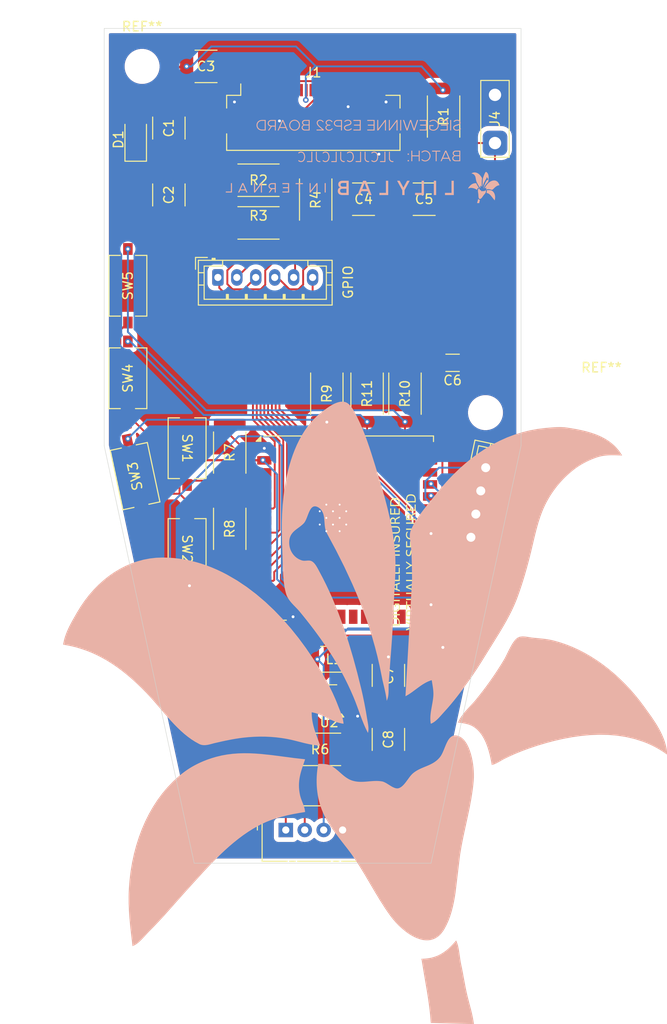
<source format=kicad_pcb>
(kicad_pcb (version 20240108) (generator "pcbnew") (generator_version "8.0")
  (layers (0 "F.Cu" signal) (31 "B.Cu" signal) (34 "B.Paste" user) (35 "F.Paste" user) (36 "B.SilkS" user "B.Silkscreen") (37 "F.SilkS" user "F.Silkscreen") (38 "B.Mask" user) (39 "F.Mask" user) (44 "Edge.Cuts" user))
  (net 0 "")
  (net 1 "Net-(J1-Pin_2)")
  (net 2 "Net-(J1-Pin_3)")
  (net 3 "Net-(J1-Pin_5)")
  (net 4 "Net-(J1-Pin_4)")
  (net 5 "Net-(D1-A)")
  (net 6 "GND")
  (net 7 "Net-(J1-Pin_27)")
  (net 8 "Net-(J1-Pin_28)")
  (net 9 "Net-(U2-BST)")
  (net 10 "+3.3V")
  (net 11 "Net-(J1-Pin_19)")
  (net 12 "Net-(J1-Pin_18)")
  (net 14 "Net-(J1-Pin_26)")
  (net 15 "Net-(U2-FB)")
  (net 17 "/GP34")
  (net 18 "/RX")
  (net 19 "/TX")
  (net 21 "/GP26")
  (net 23 "/GP27")
  (net 24 "/SDA")
  (net 30 "/GP25")
  (net 32 "/SCL")
  (net 34 "/GP33")
  (net 39 "/GP32")
  (net 41 "Net-(U1-EN)")
  (net 42 "Net-(U1-IO0)")
  (net 43 "Net-(U1-IO19)")
  (net 46 "Net-(U1-IO22)")
  (net 48 "VCC")
  (net 49 "unconnected-(C8-Pad2)")
  (net 50 "Net-(U1-IO21)")
  (footprint "Connector_JST:JST_EH_B4B-EH-A_1x04_P2.50mm_Vertical" (layer "F.Cu") (at 159.960442 132.890738 78)
    (property "Reference" "J2")
    (property "Value" "header_UART")
  )
  (footprint "TestPoint:TestPoint_2Pads_Pitch5.08mm_Drill1.3mm" (layer "F.Cu") (at 162.5 91.33 90)
    (property "Reference" "J4")
    (property "Value" "Conn_01x02_Pin")
  )
  (footprint "Resistor_SMD:R_2512_6332Metric" (layer "F.Cu") (at 137.5375 95.25)
    (property "Reference" "R2")
    (property "Value" "10k")
  )
  (footprint "Resistor_SMD:R_2512_6332Metric" (layer "F.Cu") (at 149 117.75 90)
    (property "Reference" "R11")
    (property "Value" "1k")
  )
  (footprint "Capacitor_SMD:C_1812_4532Metric" (layer "F.Cu") (at 156.75 146.45 90)
    (property "Reference" "C9")
    (property "Value" "48uF")
  )
  (footprint "Resistor_SMD:R_2512_6332Metric" (layer "F.Cu") (at 157.075 88.5375 90)
    (property "Reference" "R1")
    (property "Value" "4.7k")
  )
  (footprint "Capacitor_SMD:C_1812_4532Metric" (layer "F.Cu") (at 128.075 89.75 -90)
    (property "Reference" "C1")
    (property "Value" "1uF")
  )
  (footprint "Capacitor_SMD:C_1812_4532Metric" (layer "F.Cu") (at 132 83.25 180)
    (property "Reference" "C3")
    (property "Value" "10uF")
  )
  (footprint "Resistor_SMD:R_2512_6332Metric" (layer "F.Cu") (at 137.5375 99.75)
    (property "Reference" "R3")
    (property "Value" "10k")
  )
  (footprint "Resistor_SMD:R_2512_6332Metric" (layer "F.Cu") (at 139.75 148.0375 90)
    (property "Reference" "R5")
    (property "Value" "R")
  )
  (footprint "Diode_SMD:D_1206_3216Metric" (layer "F.Cu") (at 124.575 90.96 90)
    (property "Reference" "D1")
    (property "Value" "D")
  )
  (footprint "Connector:NS-Tech_Grove_1x04_P2mm_Vertical" (layer "F.Cu") (at 140.4175 163.75 90)
    (property "Reference" "J3")
    (property "Value" "header_IIC")
  )
  (footprint "Package_TO_SOT_SMD:TSOT-23-6" (layer "F.Cu") (at 145 150 180)
    (property "Reference" "U2")
    (property "Value" "AP62250WU-7")
  )
  (footprint "Resistor_SMD:R_2512_6332Metric" (layer "F.Cu") (at 144.0375 155.25 180)
    (property "Reference" "R6")
    (property "Value" "R")
  )
  (footprint "Connector_JST:JST_PH_B6B-PH-K_1x06_P2.00mm_Vertical" (layer "F.Cu") (at 133.25 105.5)
    (property "Reference" "GPIO")
    (property "Value" "GPIO Expose")
  )
  (footprint "Capacitor_SMD:C_1812_4532Metric" (layer "F.Cu") (at 148.625 97.25 180)
    (property "Reference" "C4")
    (property "Value" "1uF")
  )
  (footprint "Button_Switch_SMD:SW_Tactile_SPST_NO_Straight_CK_PTS636Sx25SMTRLFS" (layer "F.Cu") (at 123.75 106.375 90)
    (property "Reference" "SW5")
    (property "Value" "CTRL22")
  )
  (footprint "Button_Switch_SMD:SW_Tactile_SPST_NO_Straight_CK_PTS636Sx25SMTRLFS" (layer "F.Cu") (at 130 123.5 -90)
    (property "Reference" "SW1")
    (property "Value" "SW_ENG")
  )
  (footprint "RF_Module:ESP32-WROOM-32UE" (layer "F.Cu") (at 146.9 131.92)
    (property "Reference" "U1")
    (property "Value" "ESP32-WROOM-32UE")
  )
  (footprint "Inductor_SMD:L_2010_5025Metric" (layer "F.Cu") (at 145.5 145.75 180)
    (property "Reference" "L1")
    (property "Value" "L")
  )
  (footprint "Capacitor_SMD:C_1812_4532Metric" (layer "F.Cu") (at 151.25 154.2 90)
    (property "Reference" "C8")
    (property "Value" "100nF")
  )
  (footprint "Resistor_SMD:R_2512_6332Metric" (layer "F.Cu") (at 134.5 123.9625 90)
    (property "Reference" "R7")
    (property "Value" "R")
  )
  (footprint "Capacitor_SMD:C_1812_4532Metric" (layer "F.Cu") (at 151.25 147.45 90)
    (property "Reference" "C7")
    (property "Value" "10uF")
  )
  (footprint "MountingHole:MountingHole_3.2mm_M3" (layer "F.Cu") (at 125.25 83.25)
    (property "Reference" "REF**")
    (property "Value" "MountingHole_3.2mm_M3")
  )
  (footprint "Capacitor_SMD:C_1206_3216Metric" (layer "F.Cu") (at 158.025 114.5 180)
    (property "Reference" "C6")
    (property "Value" "0.1uF")
  )
  (footprint "Button_Switch_SMD:SW_Tactile_SPST_NO_Straight_CK_PTS636Sx25SMTRLFS" (layer "F.Cu") (at 124.510615 126.446195 102)
    (property "Reference" "SW3")
    (property "Value" "SW_Push")
  )
  (footprint "Resistor_SMD:R_2512_6332Metric" (layer "F.Cu") (at 144.75 117.75 90)
    (property "Reference" "R9")
    (property "Value" "1k")
  )
  (footprint "Button_Switch_SMD:SW_Tactile_SPST_NO_Straight_CK_PTS636Sx25SMTRLFS" (layer "F.Cu") (at 123.75 116.125 90)
    (property "Reference" "SW4")
    (property "Value" "CTRL21" (hide yes))
  )
  (footprint "Resistor_SMD:R_2512_6332Metric" (layer "F.Cu") (at 143.575 97.2875 90)
    (property "Reference" "R4")
    (property "Value" "390K")
  )
  (footprint "Resistor_SMD:R_2512_6332Metric" (layer "F.Cu") (at 153 117.75 90)
    (property "Reference" "R10")
    (property "Value" "1k")
  )
  (footprint "MountingHole:MountingHole_3.2mm_M3" (layer "F.Cu") (at 161.5 119.75)
    (property "Reference" "REF**")
    (property "Value" "MountingHole_3.2mm_M3")
  )
  (footprint "Connector_FFC-FPC:Hirose_FH12-30S-0.5SH_1x30-1MP_P0.50mm_Horizontal" (layer "F.Cu") (at 143.325 87.6)
    (property "Reference" "J1")
    (property "Value" "Conn_01x30_Socket")
  )
  (footprint "Capacitor_SMD:C_1812_4532Metric" (layer "F.Cu") (at 155.025 97.25 180)
    (property "Reference" "C5")
    (property "Value" "2uF")
  )
  (footprint "Capacitor_SMD:C_1812_4532Metric" (layer "F.Cu") (at 128.075 96.8 -90)
    (property "Reference" "C2")
    (property "Value" "1uF")
  )
  (footprint "Button_Switch_SMD:SW_Tactile_SPST_NO_Straight_CK_PTS636Sx25SMTRLFS" (layer "F.Cu") (at 130 134.125 -90)
    (property "Reference" "SW2")
    (property "Value" "SW_RESET")
  )
  (footprint "Resistor_SMD:R_2512_6332Metric" (layer "F.Cu") (at 134.5 132 -90)
    (property "Reference" "R8")
    (property "Value" "R")
  )
  (gr_poly (pts (xy 134.624394 96.438101) (xy 134.084647 96.438101) (xy 134.084647 96.544612) (xy 134.736665 96.544612) (xy 134.736665 95.55579) (xy 134.624394 95.55579)) (stroke (width -0.000001)) (fill solid) (layer "B.SilkS"))
  (gr_poly (pts (xy 162.369203 95.275587) (xy 162.33913 95.278233) (xy 162.309231 95.282173) (xy 162.279517 95.287376) (xy 162.25 95.293809) (xy 162.220694 95.301438) (xy 162.19161 95.310233) (xy 162.16276 95.320159) (xy 162.134157 95.331185) (xy 162.105812 95.343278) (xy 162.049947 95.370534) (xy 161.995263 95.401668) (xy 161.941857 95.436419) (xy 161.889825 95.474526) (xy 161.839266 95.515729) (xy 161.790278 95.559768) (xy 161.742956 95.606383) (xy 161.697399 95.655312) (xy 161.653703 95.706295) (xy 161.611967 95.759073) (xy 161.591058 95.786994) (xy 161.570314 95.815654) (xy 161.549925 95.845021) (xy 161.530079 95.875061) (xy 161.510966 95.905742) (xy 161.492774 95.937031) (xy 161.475692 95.968896) (xy 161.467627 95.985034) (xy 161.45991 96.001304) (xy 161.448801 96.024512) (xy 161.443265 96.036111) (xy 161.437971 96.047818) (xy 161.43547 96.053738) (xy 161.433095 96.059716) (xy 161.430868 96.065762) (xy 161.42881 96.071888) (xy 161.426943 96.078103) (xy 161.42529 96.084418) (xy 161.423871 96.090843) (xy 161.422708 96.097388) (xy 161.433944 96.096529) (xy 161.445076 96.094847) (xy 161.45612 96.092455) (xy 161.467092 96.089467) (xy 161.478008 96.085994) (xy 161.488882 96.082149) (xy 161.510571 96.073796) (xy 161.532285 96.065308) (xy 161.543189 96.061295) (xy 161.554147 96.057586) (xy 161.565173 96.054295) (xy 161.576283 96.051534) (xy 161.587494 96.049415) (xy 161.598819 96.048051) (xy 161.597627 96.060691) (xy 161.595942 96.072849) (xy 161.593801 96.084577) (xy 161.591241 96.095931) (xy 161.588296 96.106965) (xy 161.585003 96.117734) (xy 161.581398 96.128292) (xy 161.577518 96.138695) (xy 161.569073 96.159251) (xy 161.559957 96.17984) (xy 161.550458 96.200898) (xy 161.540864 96.222862) (xy 161.552014 96.223123) (xy 161.563191 96.222938) (xy 161.574392 96.222353) (xy 161.585612 96.221418) (xy 161.596846 96.22018) (xy 161.608091 96.218687) (xy 161.630595 96.215127) (xy 161.675541 96.207049) (xy 161.697915 96.203297) (xy 161.720178 96.200247) (xy 161.750144 96.197399) (xy 161.780046 96.195783) (xy 161.809883 96.195365) (xy 161.839658 96.196108) (xy 161.869371 96.197977) (xy 161.899026 96.200935) (xy 161.928622 96.204948) (xy 161.958163 96.20998) (xy 161.977064 96.213754) (xy 161.995896 96.217951) (xy 162.014665 96.222517) (xy 162.033376 96.227401) (xy 162.052035 96.232548) (xy 162.070649 96.237906) (xy 162.107763 96.249045) (xy 162.118293 96.252485) (xy 162.128858 96.256123) (xy 162.139464 96.259566) (xy 162.144784 96.261092) (xy 162.150116 96.262424) (xy 162.155461 96.263511) (xy 162.160821 96.264305) (xy 162.166195 96.264757) (xy 162.171584 96.264818) (xy 162.174284 96.264687) (xy 162.176989 96.26444) (xy 162.179698 96.26407) (xy 162.182411 96.263573) (xy 162.185129 96.262941) (xy 162.187851 96.262168) (xy 162.190578 96.261249) (xy 162.193309 96.260177) (xy 162.204381 96.255291) (xy 162.215268 96.250041) (xy 162.236522 96.238516) (xy 162.257138 96.225736) (xy 162.277184 96.211834) (xy 162.296726 96.196945) (xy 162.315831 96.181204) (xy 162.334565 96.164744) (xy 162.352996 96.1477) (xy 162.389216 96.112396) (xy 162.425024 96.076367) (xy 162.460955 96.040686) (xy 162.479134 96.023311) (xy 162.497544 96.006427) (xy 162.524465 95.982892) (xy 162.551471 95.960438) (xy 162.578606 95.939103) (xy 162.605914 95.918922) (xy 162.63344 95.89993) (xy 162.661228 95.882164) (xy 162.689322 95.865658) (xy 162.717768 95.85045) (xy 162.746608 95.836574) (xy 162.775889 95.824067) (xy 162.805653 95.812963) (xy 162.835946 95.8033) (xy 162.866812 95.795113) (xy 162.898294 95.788437) (xy 162.930439 95.783309) (xy 162.963289 95.779763) (xy 162.962084 95.767939) (xy 162.960298 95.75618) (xy 162.957979 95.744493) (xy 162.955175 95.732887) (xy 162.951934 95.721369) (xy 162.948302 95.709947) (xy 162.944326 95.698628) (xy 162.940056 95.687421) (xy 162.935537 95.676333) (xy 162.930818 95.665371) (xy 162.920967 95.643858) (xy 162.900944 95.602689) (xy 162.882646 95.567726) (xy 162.862797 95.534408) (xy 162.841465 95.502796) (xy 162.818718 95.472954) (xy 162.794625 95.444945) (xy 162.769254 95.418832) (xy 162.742674 95.394676) (xy 162.714954 95.372541) (xy 162.686161 95.35249) (xy 162.656364 95.334585) (xy 162.625632 95.31889) (xy 162.594034 95.305466) (xy 162.561637 95.294377) (xy 162.52851 95.285685) (xy 162.494722 95.279454) (xy 162.460341 95.275745) (xy 162.429821 95.274311) (xy 162.399437 95.274269)) (stroke (width -0.000001)) (fill solid) (layer "B.SilkS"))
  (gr_poly (pts (xy 147.55478 88.993251) (xy 148.225149 88.993251) (xy 148.225149 89.389967) (xy 147.616312 89.389967) (xy 147.616312 89.490361) (xy 148.225149 89.490361) (xy 148.225149 89.908127) (xy 147.55478 89.908127) (xy 147.55478 90.006901) (xy 148.3304 90.006901) (xy 148.3304 88.894477) (xy 147.55478 88.894477)) (stroke (width -0.000001)) (fill solid) (layer "B.SilkS"))
  (gr_poly (pts (xy 151.400589 89.838499) (xy 151.400589 88.894477) (xy 151.296957 88.894477) (xy 151.296957 90.006901) (xy 151.400589 90.006901) (xy 152.113059 89.062879) (xy 152.113059 90.006901) (xy 152.216691 90.006901) (xy 152.216691 88.894477) (xy 152.113059 88.894477)) (stroke (width -0.000001)) (fill solid) (layer "B.SilkS"))
  (gr_poly (pts (xy 161.858629 96.290373) (xy 161.798086 96.292407) (xy 161.737474 96.295915) (xy 161.67692 96.299605) (xy 161.616555 96.302183) (xy 161.62934 96.350636) (xy 161.632081 96.362243) (xy 161.63453 96.37375) (xy 161.636633 96.385206) (xy 161.638335 96.396662) (xy 161.63958 96.408169) (xy 161.640315 96.419778) (xy 161.640483 96.431539) (xy 161.640031 96.443502) (xy 161.638904 96.455719) (xy 161.637046 96.46824) (xy 161.634404 96.481116) (xy 161.630921 96.494397) (xy 161.629051 96.50035) (xy 161.626981 96.506129) (xy 161.624745 96.511762) (xy 161.62238 96.517277) (xy 161.617401 96.528067) (xy 161.612328 96.538724) (xy 161.607444 96.549474) (xy 161.605162 96.554953) (xy 161.603033 96.56054) (xy 161.601094 96.566263) (xy 161.599379 96.572149) (xy 161.597923 96.578228) (xy 161.596764 96.584526) (xy 161.628765 96.592031) (xy 161.660617 96.600171) (xy 161.692242 96.609191) (xy 161.723563 96.619339) (xy 161.739085 96.624912) (xy 161.754502 96.63086) (xy 161.769804 96.637212) (xy 161.78498 96.644001) (xy 161.800022 96.651255) (xy 161.81492 96.659007) (xy 161.829664 96.667287) (xy 161.844244 96.676126) (xy 161.870711 96.693657) (xy 161.896368 96.712324) (xy 161.921275 96.732046) (xy 161.945492 96.752742) (xy 161.969079 96.774331) (xy 161.992097 96.796731) (xy 162.014604 96.819862) (xy 162.036662 96.843643) (xy 162.05833 96.867993) (xy 162.079668 96.89283) (xy 162.121596 96.943644) (xy 162.20414 97.04756) (xy 162.250281 97.106734) (xy 162.296164 97.166165) (xy 162.319298 97.195653) (xy 162.342714 97.224817) (xy 162.366527 97.253527) (xy 162.390853 97.281654) (xy 162.395698 97.287273) (xy 162.40055 97.293149) (xy 162.410322 97.305422) (xy 162.420273 97.31798) (xy 162.425346 97.324213) (xy 162.430502 97.330332) (xy 162.435752 97.336276) (xy 162.44111 97.341984) (xy 162.446587 97.347394) (xy 162.452198 97.352445) (xy 162.457954 97.357074) (xy 162.46089 97.359212) (xy 162.463867 97.361221) (xy 162.466887 97.363094) (xy 162.469952 97.364824) (xy 162.473062 97.366402) (xy 162.476219 97.36782) (xy 162.490822 97.291697) (xy 162.497602 97.254065) (xy 162.50374 97.216458) (xy 162.509018 97.178676) (xy 162.513214 97.140522) (xy 162.516111 97.101799) (xy 162.517003 97.082162) (xy 162.517487 97.062308) (xy 162.517075 97.014275) (xy 162.514531 96.966582) (xy 162.509862 96.919367) (xy 162.503075 96.872768) (xy 162.494177 96.826923) (xy 162.483174 96.781972) (xy 162.470073 96.738051) (xy 162.45488 96.6953) (xy 162.437602 96.653857) (xy 162.418246 96.61386) (xy 162.396819 96.575447) (xy 162.373326 96.538757) (xy 162.347775 96.503928) (xy 162.320173 96.471099) (xy 162.290525 96.440407) (xy 162.258839 96.41199) (xy 162.249717 96.404603) (xy 162.240404 96.397466) (xy 162.230913 96.390579) (xy 162.221258 96.383938) (xy 162.211453 96.377543) (xy 162.20151 96.371392) (xy 162.191444 96.365482) (xy 162.181268 96.359811) (xy 162.170995 96.354379) (xy 162.160639 96.349183) (xy 162.150213 96.344221) (xy 162.139731 96.339491) (xy 162.118653 96.330722) (xy 162.097513 96.32286) (xy 162.06811 96.313547) (xy 162.038544 96.306058) (xy 162.008831 96.300231) (xy 161.978987 96.295905) (xy 161.949029 96.292918) (xy 161.918973 96.291108) (xy 161.888834 96.290314)) (stroke (width -0.000001)) (fill solid) (layer "B.SilkS"))
  (gr_poly (pts (xy 150.17666 89.838499) (xy 150.17666 88.894477) (xy 150.073029 88.894477) (xy 150.073029 90.006901) (xy 150.17666 90.006901) (xy 150.88913 89.062879) (xy 150.88913 90.006901) (xy 150.992762 90.006901) (xy 150.992762 88.894477) (xy 150.88913 88.894477)) (stroke (width -0.000001)) (fill solid) (layer "B.SilkS"))
  (gr_poly (pts (xy 160.806822 96.118034) (xy 160.800023 96.119404) (xy 160.793459 96.121531) (xy 160.787129 96.124376) (xy 160.781032 96.127901) (xy 160.775167 96.132069) (xy 160.769532 96.136841) (xy 160.764126 96.14218) (xy 160.758948 96.148048) (xy 160.753997 96.154407) (xy 160.749272 96.161218) (xy 160.740495 96.176048) (xy 160.732607 96.192236) (xy 160.725599 96.209477) (xy 160.719462 96.22747) (xy 160.714186 96.24591) (xy 160.709762 96.264495) (xy 160.706181 96.282921) (xy 160.703434 96.300886) (xy 160.701511 96.318086) (xy 160.700402 96.334218) (xy 160.7001 96.348979) (xy 160.700642 96.374364) (xy 160.701864 96.399716) (xy 160.706028 96.450335) (xy 160.711951 96.500863) (xy 160.718991 96.551327) (xy 160.733862 96.65217) (xy 160.740409 96.702603) (xy 160.745511 96.753081) (xy 160.756059 96.960931) (xy 160.758413 96.987058) (xy 160.761453 97.012924) (xy 160.765318 97.038441) (xy 160.770144 97.06352) (xy 160.776069 97.088075) (xy 160.783228 97.112017) (xy 160.79176 97.135258) (xy 160.801802 97.157709) (xy 160.808429 97.169976) (xy 160.815531 97.180891) (xy 160.823079 97.1905) (xy 160.831041 97.198851) (xy 160.839387 97.205989) (xy 160.848085 97.211961) (xy 160.857105 97.216814) (xy 160.866416 97.220595) (xy 160.875987 97.22335) (xy 160.885787 97.225126) (xy 160.895785 97.225969) (xy 160.905951 97.225926) (xy 160.916254 97.225044) (xy 160.926662 97.223368) (xy 160.937145 97.220947) (xy 160.947672 97.217826) (xy 160.958213 97.214052) (xy 160.968735 97.209672) (xy 160.97921 97.204732) (xy 160.989604 97.199278) (xy 161.010032 97.187019) (xy 161.029773 97.173267) (xy 161.048578 97.158394) (xy 161.066203 97.142774) (xy 161.082398 97.126779) (xy 161.096919 97.110783) (xy 161.113736 97.090617) (xy 161.13012 97.069977) (xy 161.161844 97.027557) (xy 161.192605 96.984088) (xy 161.22292 96.940135) (xy 161.253301 96.896262) (xy 161.284266 96.853034) (xy 161.300127 96.831839) (xy 161.316327 96.811017) (xy 161.332929 96.790639) (xy 161.349999 96.770776) (xy 161.389486 96.72707) (xy 161.409363 96.704964) (xy 161.428946 96.682419) (xy 161.438536 96.67092) (xy 161.447945 96.659234) (xy 161.457136 96.647338) (xy 161.466073 96.635206) (xy 161.47472 96.622813) (xy 161.483041 96.610132) (xy 161.491 96.59714) (xy 161.498561 96.583811) (xy 161.506261 96.56886) (xy 161.513272 96.553603) (xy 161.519602 96.538064) (xy 161.525261 96.52227) (xy 161.530257 96.506244) (xy 161.5346 96.490011) (xy 161.538298 96.473597) (xy 161.541361 96.457025) (xy 161.543799 96.440322) (xy 161.545619 96.42351) (xy 161.546831 96.406616) (xy 161.547444 96.389665) (xy 161.547467 96.37268) (xy 161.54691 96.355687) (xy 161.545781 96.338711) (xy 161.544089 96.321776) (xy 161.526154 96.320612) (xy 161.517114 96.320316) (xy 161.512591 96.320308) (xy 161.508071 96.32042) (xy 161.503559 96.32067) (xy 161.49906 96.321079) (xy 161.494577 96.321666) (xy 161.490115 96.32245) (xy 161.485679 96.323452) (xy 161.481271 96.32469) (xy 161.476898 96.326185) (xy 161.472563 96.327956) (xy 161.465286 96.331467) (xy 161.458189 96.335407) (xy 161.451241 96.339708) (xy 161.444413 96.344298) (xy 161.437675 96.34911) (xy 161.430999 96.354072) (xy 161.417711 96.364171) (xy 161.404315 96.37404) (xy 161.397502 96.378714) (xy 161.390573 96.383121) (xy 161.383498 96.387192) (xy 161.376249 96.390858) (xy 161.368796 96.394048) (xy 161.364984 96.395443) (xy 161.361109 96.396693) (xy 161.355694 96.398194) (xy 161.350308 96.39944) (xy 161.339619 96.401226) (xy 161.329027 96.40217) (xy 161.318518 96.402391) (xy 161.308079 96.402005) (xy 161.297695 96.401132) (xy 161.287354 96.39989) (xy 161.277041 96.398397) (xy 161.256443 96.395132) (xy 161.246132 96.393595) (xy 161.235793 96.392281) (xy 161.225413 96.391307) (xy 161.214979 96.390792) (xy 161.204475 96.390854) (xy 161.19389 96.39161) (xy 161.191155 96.392001) (xy 161.188374 96.392581) (xy 161.185551 96.393335) (xy 161.18269 96.394246) (xy 161.176862 96.396481) (xy 161.17092 96.399162) (xy 161.164889 96.402166) (xy 161.158797 96.405369) (xy 161.146535 96.411879) (xy 161.140419 96.414938) (xy 161.13435 96.417701) (xy 161.128354 96.420045) (xy 161.125392 96.421022) (xy 161.122458 96.421847) (xy 161.119556 96.422506) (xy 161.116689 96.422982) (xy 161.113861 96.423261) (xy 161.111075 96.423327) (xy 161.108333 96.423165) (xy 161.10564 96.422759) (xy 161.103 96.422093) (xy 161.100414 96.421153) (xy 161.097632 96.419855) (xy 161.094929 96.418358) (xy 161.092301 96.416676) (xy 161.089744 96.414817) (xy 161.087253 96.412794) (xy 161.084825 96.410618) (xy 161.08014 96.40585) (xy 161.075655 96.400601) (xy 161.071338 96.394959) (xy 161.067156 96.389014) (xy 161.063076 96.382854) (xy 161.047119 96.357836) (xy 161.043055 96.35193) (xy 161.038896 96.346341) (xy 161.034609 96.341156) (xy 161.030161 96.336466) (xy 161.026065 96.332643) (xy 161.021877 96.329036) (xy 161.013251 96.322405) (xy 161.004344 96.316437) (xy 160.995216 96.311) (xy 160.985927 96.305962) (xy 160.976537 96.301188) (xy 160.957694 96.2919) (xy 160.948362 96.28712) (xy 160.939169 96.282072) (xy 160.930176 96.276622) (xy 160.921442 96.270637) (xy 160.917192 96.267402) (xy 160.913029 96.263983) (xy 160.908961 96.260364) (xy 160.904995 96.256528) (xy 160.901139 96.252459) (xy 160.897401 96.248139) (xy 160.893788 96.243552) (xy 160.890308 96.238681) (xy 160.887839 96.234799) (xy 160.885515 96.230658) (xy 160.883321 96.226284) (xy 160.881241 96.221704) (xy 160.877361 96.212032) (xy 160.873753 96.201857) (xy 160.866859 96.180847) (xy 160.863327 96.170439) (xy 160.859574 96.160379) (xy 160.855477 96.150881) (xy 160.853261 96.146409) (xy 160.850913 96.142158) (xy 160.848417 96.138154) (xy 160.845758 96.134423) (xy 160.842921 96.130993) (xy 160.83989 96.12789) (xy 160.83665 96.12514) (xy 160.833186 96.122771) (xy 160.829481 96.120809) (xy 160.825522 96.11928) (xy 160.821291 96.118211) (xy 160.816775 96.11763) (xy 160.811957 96.117562)) (stroke (width -0.000001)) (fill solid) (layer "B.SilkS"))
  (gr_poly (pts (xy 144.521972 96.544612) (xy 144.634239 96.544612) (xy 144.634239 95.55579) (xy 144.521972 95.55579)) (stroke (width -0.000001)) (fill solid) (layer "B.SilkS"))
  (gr_poly (pts (xy 141.450615 95.6623) (xy 141.7831 95.6623) (xy 141.7831 96.544612) (xy 141.895368 96.544612) (xy 141.895368 95.6623) (xy 142.227853 95.6623) (xy 142.227853 95.55579) (xy 141.450615 95.55579)) (stroke (width -0.000001)) (fill solid) (layer "B.SilkS"))
  (gr_poly (pts (xy 153.957564 89.833642) (xy 153.648287 88.894477) (xy 153.53332 88.894477) (xy 153.222424 89.833642) (xy 152.905052 88.894477) (xy 152.788465 88.894477) (xy 153.165751 90.006901) (xy 153.271002 90.006901) (xy 153.589994 89.035351) (xy 153.910606 90.006901) (xy 154.015857 90.006901) (xy 154.393142 88.894477) (xy 154.276556 88.894477)) (stroke (width -0.000001)) (fill solid) (layer "B.SilkS"))
  (gr_poly (pts (xy 156.755416 93.245401) (xy 156.868764 93.245401) (xy 156.983731 92.983083) (xy 157.621715 92.983083) (xy 157.736682 93.245401) (xy 157.850029 93.245401) (xy 157.690056 92.882689) (xy 157.576376 92.882689) (xy 157.02907 92.882689) (xy 157.302723 92.260897) (xy 157.576376 92.882689) (xy 157.690056 92.882689) (xy 157.359397 92.132976) (xy 157.246049 92.132976)) (stroke (width -0.000001)) (fill solid) (layer "B.SilkS"))
  (gr_poly (pts (xy 140.05896 95.6623) (xy 140.654842 95.6623) (xy 140.654842 95.98759) (xy 140.117973 95.98759) (xy 140.117973 96.0941) (xy 140.654842 96.0941) (xy 140.654842 96.438101) (xy 140.05896 96.438101) (xy 140.05896 96.544612) (xy 140.76855 96.544612) (xy 140.76855 95.55579) (xy 140.05896 95.55579)) (stroke (width -0.000001)) (fill solid) (layer "B.SilkS"))
  (gr_poly (pts (xy 155.855581 92.23175) (xy 156.240963 92.23175) (xy 156.240963 93.245401) (xy 156.344595 93.245401) (xy 156.344595 92.23175) (xy 156.729976 92.23175) (xy 156.729976 92.132976) (xy 155.855581 92.132976)) (stroke (width -0.000001)) (fill solid) (layer "B.SilkS"))
  (gr_poly (pts (xy 150.987277 96.581315) (xy 150.298555 96.581315) (xy 150.298555 96.814486) (xy 151.231244 96.814486) (xy 151.231244 95.303187) (xy 150.987277 95.303187)) (stroke (width -0.000001)) (fill solid) (layer "B.SilkS"))
  (gr_poly (pts (xy 160.341027 94.426594) (xy 160.333611 94.42691) (xy 160.326121 94.427447) (xy 160.286498 94.431214) (xy 160.266062 94.433604) (xy 160.245374 94.436498) (xy 160.224558 94.440021) (xy 160.203738 94.444298) (xy 160.183038 94.449452) (xy 160.162582 94.455609) (xy 160.142493 94.462895) (xy 160.122895 94.471432) (xy 160.103912 94.481347) (xy 160.09469 94.48686) (xy 160.085668 94.492763) (xy 160.076862 94.499074) (xy 160.068287 94.505807) (xy 160.059958 94.512977) (xy 160.051892 94.520601) (xy 160.044103 94.528694) (xy 160.036607 94.537272) (xy 160.02942 94.54635) (xy 160.022556 94.555943) (xy 160.060689 94.557493) (xy 160.078681 94.558575) (xy 160.087521 94.559337) (xy 160.096299 94.560301) (xy 160.105048 94.561509) (xy 160.1138 94.563) (xy 160.122586 94.564818) (xy 160.131438 94.567002) (xy 160.140389 94.569594) (xy 160.149471 94.572634) (xy 160.158715 94.576165) (xy 160.168154 94.580228) (xy 160.18295 94.587252) (xy 160.197566 94.594801) (xy 160.204797 94.598779) (xy 160.211973 94.602896) (xy 160.219089 94.607155) (xy 160.226143 94.611558) (xy 160.23313 94.616109) (xy 160.240047 94.620809) (xy 160.246891 94.625661) (xy 160.253658 94.630668) (xy 160.260344 94.635832) (xy 160.266945 94.641157) (xy 160.273459 94.646645) (xy 160.279882 94.652298) (xy 160.290788 94.662398) (xy 160.301484 94.672883) (xy 160.311954 94.683745) (xy 160.322184 94.694973) (xy 160.332159 94.706561) (xy 160.341863 94.718499) (xy 160.351282 94.730778) (xy 160.3604 94.74339) (xy 160.369203 94.756327) (xy 160.377674 94.769579) (xy 160.3858 94.783138) (xy 160.393565 94.796996) (xy 160.400953 94.811144) (xy 160.407951 94.825573) (xy 160.414542 94.840274) (xy 160.420712 94.855239) (xy 160.426309 94.870135) (xy 160.431455 94.885196) (xy 160.436186 94.90041) (xy 160.440538 94.915762) (xy 160.448259 94.946828) (xy 160.454913 94.978286) (xy 160.460797 95.010029) (xy 160.466209 95.04195) (xy 160.476801 95.10589) (xy 160.482298 95.136876) (xy 160.488116 95.167785) (xy 160.494283 95.198592) (xy 160.500831 95.229273) (xy 160.507787 95.259806) (xy 160.515182 95.290165) (xy 160.523045 95.320328) (xy 160.531405 95.350271) (xy 160.536696 95.367702) (xy 160.542393 95.38495) (xy 160.548467 95.402022) (xy 160.554889 95.418926) (xy 160.568654 95.452259) (xy 160.58345 95.485007) (xy 160.599039 95.517231) (xy 160.615182 95.548988) (xy 160.648176 95.611343) (xy 160.703411 95.715259) (xy 160.717469 95.740985) (xy 160.731804 95.766499) (xy 160.746504 95.791745) (xy 160.761658 95.816669) (xy 160.791321 95.863691) (xy 160.806341 95.88683) (xy 160.821587 95.909687) (xy 160.837135 95.932239) (xy 160.85306 95.954459) (xy 160.869436 95.976322) (xy 160.88634 95.997804) (xy 160.893656 96.007068) (xy 160.901153 96.016718) (xy 160.908882 96.026427) (xy 160.912849 96.031202) (xy 160.916893 96.03587) (xy 160.921019 96.04039) (xy 160.925236 96.04472) (xy 160.929548 96.048821) (xy 160.933962 96.052651) (xy 160.938484 96.05617) (xy 160.94312 96.059337) (xy 160.945483 96.060775) (xy 160.947877 96.06211) (xy 160.950303 96.063337) (xy 160.952761 96.06445) (xy 160.954817 96.055381) (xy 160.956274 96.04626) (xy 160.957196 96.037092) (xy 160.957647 96.027883) (xy 160.957689 96.018638) (xy 160.957388 96.009364) (xy 160.956806 96.000064) (xy 160.956006 95.990746) (xy 160.951914 95.953395) (xy 160.95022 95.93475) (xy 160.949685 95.925455) (xy 160.949442 95.916185) (xy 160.949498 95.910797) (xy 160.949744 95.905405) (xy 160.950164 95.900013) (xy 160.950741 95.894622) (xy 160.95146 95.889235) (xy 160.952304 95.883854) (xy 160.954301 95.873119) (xy 160.956605 95.862435) (xy 160.959085 95.851818) (xy 160.964055 95.83086) (xy 160.968932 95.832709) (xy 160.973713 95.834723) (xy 160.978403 95.836891) (xy 160.983009 95.839205) (xy 160.991986 95.844234) (xy 161.000689 95.849739) (xy 161.009161 95.855647) (xy 161.017445 95.861887) (xy 161.025584 95.868387) (xy 161.033623 95.875074) (xy 161.06564 95.902263) (xy 161.073827 95.908811) (xy 161.082174 95.915115) (xy 161.090725 95.921104) (xy 161.099524 95.926706) (xy 161.107597 95.304298) (xy 161.111065 95.258144) (xy 161.115171 95.212192) (xy 161.117551 95.189267) (xy 161.120194 95.166362) (xy 161.123136 95.143468) (xy 161.126412 95.120576) (xy 161.13486 95.077445) (xy 161.135604 95.072094) (xy 161.136136 95.066746) (xy 161.136414 95.0614) (xy 161.136395 95.056055) (xy 161.136035 95.050709) (xy 161.135294 95.045361) (xy 161.134128 95.040009) (xy 161.133372 95.037331) (xy 161.132493 95.034652) (xy 161.127518 95.021423) (xy 161.121973 95.008343) (xy 161.115914 94.995413) (xy 161.1094 94.98263) (xy 161.102484 94.969995) (xy 161.095224 94.957505) (xy 161.087677 94.94516) (xy 161.079898 94.932959) (xy 161.063869 94.908983) (xy 161.04759 94.885571) (xy 161.016078 94.840401) (xy 160.987935 94.8005) (xy 160.95874 94.762238) (xy 160.928499 94.725684) (xy 160.897215 94.690905) (xy 160.864894 94.65797) (xy 160.831541 94.626946) (xy 160.797159 94.597901) (xy 160.761755 94.570903) (xy 160.725332 94.54602) (xy 160.687896 94.52332) (xy 160.64945 94.502872) (xy 160.610001 94.484742) (xy 160.569552 94.468999) (xy 160.528109 94.455711) (xy 160.485675 94.444946) (xy 160.442257 94.436771) (xy 160.413136 94.432228) (xy 160.398786 94.430198) (xy 160.384475 94.428494) (xy 160.370129 94.427243) (xy 160.362919 94.426825) (xy 160.355671 94.426568) (xy 160.348377 94.426486)) (stroke (width -0.000001)) (fill solid) (layer "B.SilkS"))
  (gr_poly (pts (xy 128.004273 135.038432) (xy 128.596763 135.079336) (xy 129.184487 135.146681) (xy 129.767253 135.239811) (xy 130.344866 135.358072) (xy 130.917136 135.50081) (xy 131.483868 135.66737) (xy 132.04487 135.857098) (xy 132.59995 136.069339) (xy 133.148914 136.303438) (xy 133.691571 136.558742) (xy 134.227726 136.834595) (xy 135.279764 137.445333) (xy 136.303486 138.130416) (xy 137.29735 138.884609) (xy 138.259813 139.702674) (xy 139.189335 140.579378) (xy 140.084373 141.509483) (xy 140.943386 142.487754) (xy 141.76483 143.508955) (xy 142.547166 144.56785) (xy 143.288849 145.659204) (xy 143.658358 146.234957) (xy 144.023649 146.824966) (xy 144.381079 147.428333) (xy 144.727006 148.044158) (xy 145.057787 148.671542) (xy 145.369779 149.309586) (xy 145.659341 149.957391) (xy 145.794572 150.284672) (xy 145.922829 150.614057) (xy 146.107615 151.084018) (xy 146.199695 151.318892) (xy 146.286895 151.555542) (xy 146.32757 151.674967) (xy 146.365711 151.795355) (xy 146.40088 151.916881) (xy 146.432639 152.039717) (xy 146.46055 152.164036) (xy 146.484176 152.290012) (xy 146.503078 152.417818) (xy 146.516818 152.547628) (xy 146.298919 152.515397) (xy 146.084159 152.467189) (xy 145.872079 152.405191) (xy 145.66222 152.33159) (xy 145.454124 152.248572) (xy 145.247333 152.158324) (xy 144.835831 151.964886) (xy 144.424048 151.768769) (xy 144.216905 151.675173) (xy 144.008316 151.587467) (xy 143.797823 151.507838) (xy 143.584968 151.438473) (xy 143.369293 151.381558) (xy 143.150338 151.339281) (xy 143.156301 151.588588) (xy 143.172523 151.829094) (xy 143.198224 152.06182) (xy 143.232629 152.287785) (xy 143.27496 152.508011) (xy 143.324438 152.723519) (xy 143.380288 152.93533) (xy 143.441732 153.144464) (xy 143.578291 153.558786) (xy 143.727898 153.974653) (xy 143.884333 154.400231) (xy 144.041378 154.843687) (xy 143.823619 154.833519) (xy 143.605932 154.814558) (xy 143.388338 154.78775) (xy 143.170852 154.754037) (xy 142.953493 154.714363) (xy 142.736278 154.669673) (xy 142.302353 154.569015) (xy 141.437015 154.349018) (xy 141.005885 154.244779) (xy 140.57597 154.154447) (xy 139.995568 154.057478) (xy 139.414758 153.984778) (xy 138.833558 153.935636) (xy 138.251986 153.909342) (xy 137.67006 153.905187) (xy 137.0878 153.92246) (xy 136.505223 153.96045) (xy 135.922347 154.018449) (xy 135.548636 154.066435) (xy 135.175705 154.122783) (xy 134.803507 154.186455) (xy 134.431998 154.256411) (xy 134.061133 154.331612) (xy 133.690866 154.411021) (xy 132.951949 154.578306) (xy 132.741925 154.631288) (xy 132.530956 154.68808) (xy 132.31946 154.741009) (xy 132.213645 154.763627) (xy 132.107856 154.782401) (xy 132.002143 154.796372) (xy 131.896561 154.804581) (xy 131.791161 154.806068) (xy 131.685995 154.799875) (xy 131.633516 154.793599) (xy 131.581116 154.785043) (xy 131.5288 154.774087) (xy 131.476576 154.760611) (xy 131.42445 154.744495) (xy 131.372428 154.725621) (xy 131.320517 154.703866) (xy 131.268723 154.679113) (xy 130.854422 154.450375) (xy 130.455754 154.195372) (xy 130.071232 153.916643) (xy 129.69937 153.616728) (xy 129.33868 153.298166) (xy 128.987678 152.963496) (xy 128.644875 152.615259) (xy 128.308786 152.255992) (xy 127.650804 151.514531) (xy 127.00184 150.759427) (xy 126.350001 150.010996) (xy 126.019287 149.645631) (xy 125.683396 149.289552) (xy 125.190619 148.791484) (xy 124.694717 148.3145) (xy 124.194775 147.859241) (xy 123.68988 147.426346) (xy 123.179116 147.016457) (xy 122.661569 146.630213) (xy 122.136323 146.268255) (xy 121.602466 145.931222) (xy 121.059081 145.619756) (xy 120.505254 145.334497) (xy 119.940071 145.076084) (xy 119.362617 144.845158) (xy 118.771977 144.642359) (xy 118.167237 144.468328) (xy 117.547482 144.323704) (xy 116.911797 144.209129) (xy 116.951461 143.979123) (xy 117.002348 143.751186) (xy 117.063522 143.525403) (xy 117.13405 143.301861) (xy 117.212994 143.080644) (xy 117.299419 142.86184) (xy 117.392391 142.645533) (xy 117.490973 142.43181) (xy 117.594229 142.220756) (xy 117.701225 142.012459) (xy 117.922694 141.604473) (xy 118.369342 140.825345) (xy 118.773896 140.16545) (xy 119.206457 139.539902) (xy 119.665603 138.949838) (xy 120.149914 138.396393) (xy 120.657969 137.880703) (xy 121.188346 137.403902) (xy 121.739624 136.967126) (xy 122.310383 136.571511) (xy 122.8992 136.218193) (xy 123.504656 135.908305) (xy 124.125329 135.642984) (xy 124.759797 135.423366) (xy 125.406641 135.250585) (xy 126.064438 135.125777) (xy 126.731768 135.050077) (xy 127.407209 135.024621)) (stroke (width -0.000001)) (fill solid) (layer "B.SilkS"))
  (gr_poly (pts (xy 153.342527 92.426159) (xy 153.338808 92.426452) (xy 153.335145 92.426933) (xy 153.331544 92.427597) (xy 153.328007 92.42844) (xy 153.324541 92.429455) (xy 153.321148 92.430637) (xy 153.317834 92.431981) (xy 153.314603 92.433481) (xy 153.311459 92.435133) (xy 153.308408 92.436931) (xy 153.305452 92.438869) (xy 153.302598 92.440942) (xy 153.299848 92.443146) (xy 153.297209 92.445474) (xy 153.294683 92.44792) (xy 153.292277 92.450481) (xy 153.289993 92.453151) (xy 153.287837 92.455923) (xy 153.285812 92.458794) (xy 153.283924 92.461756) (xy 153.282177 92.464806) (xy 153.280575 92.467938) (xy 153.279123 92.471147) (xy 153.277825 92.474426) (xy 153.276686 92.477772) (xy 153.27571 92.481177) (xy 153.274901 92.484638) (xy 153.274265 92.488149) (xy 153.273804 92.491704) (xy 153.273525 92.495299) (xy 153.273431 92.498927) (xy 153.273525 92.502707) (xy 153.273804 92.506453) (xy 153.274265 92.510159) (xy 153.274901 92.51382) (xy 153.27571 92.517429) (xy 153.276686 92.520983) (xy 153.277825 92.524473) (xy 153.279123 92.527896) (xy 153.280575 92.531246) (xy 153.282177 92.534516) (xy 153.283924 92.537702) (xy 153.285812 92.540797) (xy 153.287837 92.543796) (xy 153.289993 92.546693) (xy 153.292277 92.549483) (xy 153.294683 92.55216) (xy 153.297209 92.554718) (xy 153.299848 92.557152) (xy 153.302598 92.559457) (xy 153.305452 92.561625) (xy 153.308408 92.563653) (xy 153.311459 92.565534) (xy 153.314603 92.567262) (xy 153.317834 92.568833) (xy 153.321148 92.57024) (xy 153.324541 92.571477) (xy 153.328007 92.57254) (xy 153.331544 92.573422) (xy 153.335145 92.574118) (xy 153.338808 92.574622) (xy 153.342527 92.574928) (xy 153.346297 92.575032) (xy 153.350362 92.574928) (xy 153.354357 92.574622) (xy 153.358277 92.574118) (xy 153.36212 92.573422) (xy 153.36588 92.57254) (xy 153.369555 92.571477) (xy 153.373141 92.57024) (xy 153.376633 92.568833) (xy 153.380028 92.567262) (xy 153.383321 92.565534) (xy 153.38651 92.563653) (xy 153.38959 92.561625) (xy 153.392557 92.559457) (xy 153.395408 92.557152) (xy 153.398138 92.554718) (xy 153.400744 92.55216) (xy 153.403222 92.549483) (xy 153.405569 92.546693) (xy 153.407779 92.543796) (xy 153.40985 92.540797) (xy 153.411777 92.537702) (xy 153.413556 92.534516) (xy 153.415185 92.531246) (xy 153.416659 92.527896) (xy 153.417973 92.524473) (xy 153.419125 92.520983) (xy 153.42011 92.517429) (xy 153.420925 92.51382) (xy 153.421565 92.510159) (xy 153.422027 92.506453) (xy 153.422308 92.502707) (xy 153.422402 92.498927) (xy 153.422308 92.495299) (xy 153.422027 92.491704) (xy 153.421565 92.488149) (xy 153.420925 92.484638) (xy 153.42011 92.481177) (xy 153.419125 92.477772) (xy 153.417973 92.474426) (xy 153.416659 92.471147) (xy 153.415185 92.467938) (xy 153.413556 92.464806) (xy 153.411777 92.461756) (xy 153.40985 92.458794) (xy 153.407779 92.455923) (xy 153.405569 92.453151) (xy 153.403222 92.450481) (xy 153.400744 92.44792) (xy 153.398138 92.445474) (xy 153.395408 92.443146) (xy 153.392557 92.440942) (xy 153.38959 92.438869) (xy 153.38651 92.436931) (xy 153.383321 92.435133) (xy 153.380028 92.433481) (xy 153.376633 92.431981) (xy 153.373141 92.430637) (xy 153.369555 92.429455) (xy 153.36588 92.42844) (xy 153.36212 92.427597) (xy 153.358277 92.426933) (xy 153.354357 92.426452) (xy 153.350362 92.426159) (xy 153.346297 92.42606)) (stroke (width -0.000001)) (fill solid) (layer "B.SilkS"))
  (gr_poly (pts (xy 160.474889 95.561966) (xy 160.439378 95.564822) (xy 160.383267 95.566457) (xy 160.369289 95.567098) (xy 160.355291 95.568082) (xy 160.341253 95.569534) (xy 160.334213 95.570474) (xy 160.327155 95.571577) (xy 160.291353 95.578657) (xy 160.255726 95.587766) (xy 160.220337 95.598836) (xy 160.185248 95.611802) (xy 160.150522 95.626596) (xy 160.116223 95.643151) (xy 160.082413 95.6614) (xy 160.049156 95.681277) (xy 160.016513 95.702714) (xy 159.984548 95.725644) (xy 159.953325 95.75) (xy 159.922905 95.775715) (xy 159.893352 95.802723) (xy 159.864729 95.830956) (xy 159.837099 95.860348) (xy 159.810524 95.89083) (xy 159.766231 95.943869) (xy 159.743468 95.973099) (xy 159.732416 95.988333) (xy 159.721769 96.003956) (xy 159.711665 96.019952) (xy 159.702242 96.036304) (xy 159.693639 96.052995) (xy 159.685994 96.070007) (xy 159.679445 96.087324) (xy 159.674131 96.104928) (xy 159.67019 96.122803) (xy 159.668778 96.131837) (xy 159.66776 96.140933) (xy 159.689357 96.128064) (xy 159.71129 96.116386) (xy 159.733535 96.105865) (xy 159.756071 96.09647) (xy 159.778875 96.088168) (xy 159.801924 96.080927) (xy 159.848665 96.069499) (xy 159.896115 96.06193) (xy 159.944091 96.05796) (xy 159.992412 96.057333) (xy 160.040896 96.05979) (xy 160.089363 96.065075) (xy 160.13763 96.072929) (xy 160.185517 96.083095) (xy 160.232841 96.095315) (xy 160.279421 96.109332) (xy 160.325076 96.124888) (xy 160.369625 96.141725) (xy 160.412886 96.159586) (xy 160.429041 96.166654) (xy 160.445201 96.173991) (xy 160.461335 96.181591) (xy 160.477408 96.189451) (xy 160.493388 96.197566) (xy 160.509243 96.205931) (xy 160.52494 96.214542) (xy 160.540446 96.223393) (xy 160.544747 96.225966) (xy 160.548986 96.228629) (xy 160.557333 96.234127) (xy 160.573835 96.245182) (xy 160.577992 96.247824) (xy 160.582187 96.250372) (xy 160.58643 96.252802) (xy 160.590736 96.255093) (xy 160.595115 96.257221) (xy 160.599581 96.259163) (xy 160.604145 96.260897) (xy 160.608819 96.262399) (xy 160.612467 96.2479) (xy 160.616437 96.233205) (xy 160.620763 96.218416) (xy 160.625478 96.203632) (xy 160.630614 96.188956) (xy 160.636204 96.174488) (xy 160.642281 96.160329) (xy 160.648878 96.146581) (xy 160.656028 96.133344) (xy 160.663764 96.120718) (xy 160.672118 96.108806) (xy 160.676538 96.103149) (xy 160.681124 96.097709) (xy 160.685882 96.092497) (xy 160.690815 96.087526) (xy 160.695927 96.082809) (xy 160.701222 96.078359) (xy 160.706705 96.074189) (xy 160.71238 96.07031) (xy 160.718251 96.066736) (xy 160.724321 96.063478) (xy 160.729046 96.061263) (xy 160.733902 96.059272) (xy 160.738875 96.057494) (xy 160.743947 96.055916) (xy 160.749103 96.054526) (xy 160.754326 96.053311) (xy 160.759599 96.052259) (xy 160.764907 96.051357) (xy 160.770233 96.050592) (xy 160.775561 96.049953) (xy 160.786157 96.049) (xy 160.796564 96.048398) (xy 160.806651 96.048046) (xy 160.805093 96.043489) (xy 160.803379 96.038975) (xy 160.799516 96.030071) (xy 160.795125 96.021326) (xy 160.79027 96.012734) (xy 160.785017 96.004285) (xy 160.779428 95.995972) (xy 160.773569 95.987787) (xy 160.767503 95.979722) (xy 160.755009 95.96392) (xy 160.742459 95.948501) (xy 160.730367 95.933402) (xy 160.724654 95.925953) (xy 160.719247 95.91856) (xy 160.700541 95.891734) (xy 160.682285 95.864571) (xy 160.664481 95.837047) (xy 160.647132 95.809134) (xy 160.630237 95.780807) (xy 160.613799 95.75204) (xy 160.59782 95.722806) (xy 160.582299 95.693079) (xy 160.578978 95.686183) (xy 160.575542 95.678402) (xy 160.568289 95.660831) (xy 160.56046 95.641651) (xy 160.556305 95.63186) (xy 160.551975 95.622148) (xy 160.547461 95.612677) (xy 160.542753 95.603606) (xy 160.53784 95.595098) (xy 160.532713 95.587312) (xy 160.530066 95.58374) (xy 160.527362 95.580408) (xy 160.524599 95.577338) (xy 160.521776 95.574549) (xy 160.518892 95.57206) (xy 160.515945 95.569893) (xy 160.512935 95.568067) (xy 160.50986 95.566603) (xy 160.505721 95.565094) (xy 160.501493 95.563909) (xy 160.497186 95.56302) (xy 160.492813 95.562397) (xy 160.488386 95.56201) (xy 160.483914 95.561828) (xy 160.479412 95.561824)) (stroke (width -0.000001)) (fill solid) (layer "B.SilkS"))
  (gr_poly (pts (xy 153.342527 93.11596) (xy 153.338808 93.116253) (xy 153.335145 93.116734) (xy 153.331544 93.117398) (xy 153.328007 93.118241) (xy 153.324541 93.119255) (xy 153.321148 93.120438) (xy 153.317834 93.121782) (xy 153.314603 93.123282) (xy 153.311459 93.124934) (xy 153.308408 93.126731) (xy 153.305452 93.12867) (xy 153.302598 93.130743) (xy 153.299848 93.132946) (xy 153.297209 93.135274) (xy 153.294683 93.137721) (xy 153.292277 93.140282) (xy 153.289993 93.142951) (xy 153.287837 93.145724) (xy 153.285812 93.148594) (xy 153.283924 93.151557) (xy 153.282177 93.154607) (xy 153.280575 93.157739) (xy 153.279123 93.160947) (xy 153.277825 93.164226) (xy 153.276686 93.167572) (xy 153.27571 93.170978) (xy 153.274901 93.174439) (xy 153.274265 93.177949) (xy 153.273804 93.181505) (xy 153.273525 93.185099) (xy 153.273431 93.188727) (xy 153.273525 93.19265) (xy 153.273804 93.19652) (xy 153.274265 93.200333) (xy 153.274901 93.204085) (xy 153.27571 93.20777) (xy 153.276686 93.211384) (xy 153.277825 93.214922) (xy 153.279123 93.21838) (xy 153.280575 93.221752) (xy 153.282177 93.225034) (xy 153.283924 93.228221) (xy 153.285812 93.231309) (xy 153.287837 93.234292) (xy 153.289993 93.237166) (xy 153.292277 93.239926) (xy 153.294683 93.242567) (xy 153.297209 93.245086) (xy 153.299848 93.247476) (xy 153.302598 93.249733) (xy 153.305452 93.251853) (xy 153.308408 93.25383) (xy 153.311459 93.255661) (xy 153.314603 93.257339) (xy 153.317834 93.258861) (xy 153.321148 93.260222) (xy 153.324541 93.261416) (xy 153.328007 93.26244) (xy 153.331544 93.263289) (xy 153.335145 93.263957) (xy 153.338808 93.26444) (xy 153.342527 93.264733) (xy 153.346297 93.264832) (xy 153.350362 93.264733) (xy 153.354357 93.26444) (xy 153.358277 93.263957) (xy 153.36212 93.263289) (xy 153.36588 93.26244) (xy 153.369555 93.261416) (xy 153.373141 93.260222) (xy 153.376633 93.258861) (xy 153.380028 93.257339) (xy 153.383321 93.255661) (xy 153.38651 93.25383) (xy 153.38959 93.251853) (xy 153.392557 93.249733) (xy 153.395408 93.247476) (xy 153.398138 93.245086) (xy 153.400744 93.242567) (xy 153.403222 93.239926) (xy 153.405569 93.237166) (xy 153.407779 93.234292) (xy 153.40985 93.231309) (xy 153.411777 93.228221) (xy 153.413556 93.225034) (xy 153.415185 93.221752) (xy 153.416659 93.21838) (xy 153.417973 93.214922) (xy 153.419125 93.211384) (xy 153.42011 93.20777) (xy 153.420925 93.204085) (xy 153.421565 93.200333) (xy 153.422027 93.19652) (xy 153.422308 93.19265) (xy 153.422402 93.188727) (xy 153.422308 93.185099) (xy 153.422027 93.181505) (xy 153.421565 93.177949) (xy 153.420925 93.174439) (xy 153.42011 93.170978) (xy 153.419125 93.167572) (xy 153.417973 93.164226) (xy 153.416659 93.160947) (xy 153.415185 93.157739) (xy 153.413556 93.154607) (xy 153.411777 93.151557) (xy 153.40985 93.148594) (xy 153.407779 93.145724) (xy 153.405569 93.142951) (xy 153.403222 93.140282) (xy 153.400744 93.137721) (xy 153.398138 93.135274) (xy 153.395408 93.132946) (xy 153.392557 93.130743) (xy 153.38959 93.12867) (xy 153.38651 93.126731) (xy 153.383321 93.124934) (xy 153.380028 93.123282) (xy 153.376633 93.121782) (xy 153.373141 93.120438) (xy 153.369555 93.119255) (xy 153.36588 93.118241) (xy 153.36212 93.117398) (xy 153.358277 93.116734) (xy 153.354357 93.116253) (xy 153.350362 93.11596) (xy 153.346297 93.115861)) (stroke (width -0.000001)) (fill solid) (layer "B.SilkS"))
  (gr_poly (pts (xy 139.547724 90.006901) (xy 139.661072 90.006901) (xy 139.776039 89.744583) (xy 140.414022 89.744583) (xy 140.52899 90.006901) (xy 140.642337 90.006901) (xy 140.482364 89.644189) (xy 140.368685 89.644189) (xy 139.821378 89.644189) (xy 140.09503 89.022397) (xy 140.368685 89.644189) (xy 140.482364 89.644189) (xy 140.151705 88.894477) (xy 140.038358 88.894477)) (stroke (width -0.000001)) (fill solid) (layer "B.SilkS"))
  (gr_poly (pts (xy 161.542288 94.373327) (xy 161.538435 94.373715) (xy 161.535517 94.374218) (xy 161.532646 94.374927) (xy 161.529821 94.375831) (xy 161.527042 94.376922) (xy 161.524308 94.378192) (xy 161.52162 94.379631) (xy 161.518975 94.38123) (xy 161.516375 94.382981) (xy 161.511307 94.386903) (xy 161.506411 94.391324) (xy 161.501685 94.396174) (xy 161.497125 94.401383) (xy 161.49273 94.406877) (xy 161.488496 94.412588) (xy 161.48442 94.418444) (xy 161.480499 94.424373) (xy 161.473112 94.436169) (xy 161.466311 94.447409) (xy 161.45746 94.462399) (xy 161.448893 94.477609) (xy 161.432542 94.508618) (xy 161.41711 94.540307) (xy 161.402453 94.572546) (xy 161.388425 94.605203) (xy 161.374881 94.638151) (xy 161.348659 94.704393) (xy 161.306588 94.813707) (xy 161.286291 94.869535) (xy 161.267085 94.92604) (xy 161.24942 94.983145) (xy 161.233746 95.040773) (xy 161.226796 95.069759) (xy 161.220512 95.098846) (xy 161.21495 95.128026) (xy 161.210168 95.157288) (xy 161.206594 95.184627) (xy 161.203903 95.212198) (xy 161.201954 95.239929) (xy 161.200606 95.26775) (xy 161.19972 95.29559) (xy 161.199153 95.323378) (xy 161.198419 95.378513) (xy 161.195316 95.517132) (xy 161.193988 95.586422) (xy 161.193711 95.62108) (xy 161.193818 95.655751) (xy 161.194781 95.859363) (xy 161.194733 95.865669) (xy 161.194517 95.871989) (xy 161.193758 95.884646) (xy 161.19286 95.897282) (xy 161.192184 95.909845) (xy 161.192041 95.916083) (xy 161.192088 95.922284) (xy 161.192369 95.928441) (xy 161.19293 95.934548) (xy 161.193815 95.940597) (xy 161.195069 95.946583) (xy 161.196738 95.9525) (xy 161.198865 95.95834) (xy 161.200533 95.949776) (xy 161.202386 95.941282) (xy 161.206565 95.924476) (xy 161.211235 95.907856) (xy 161.216229 95.891356) (xy 161.226525 95.858456) (xy 161.231494 95.841926) (xy 161.236121 95.825255) (xy 161.250288 95.774169) (xy 161.265718 95.723859) (xy 161.282356 95.674294) (xy 161.300148 95.625447) (xy 161.319038 95.577289) (xy 161.338972 95.529791) (xy 161.359894 95.482924) (xy 161.38175 95.436659) (xy 161.404485 95.390968) (xy 161.428043 95.345821) (xy 161.47741 95.257048) (xy 161.529411 95.170108) (xy 161.583608 95.084772) (xy 161.585727 95.081317) (xy 161.587651 95.077775) (xy 161.58939 95.074153) (xy 161.590961 95.070459) (xy 161.593645 95.06288) (xy 161.595811 95.05509) (xy 161.597566 95.047143) (xy 161.599019 95.039093) (xy 161.601443 95.022896) (xy 161.603944 95.006927) (xy 161.605491 94.999161) (xy 161.60738 94.991614) (xy 161.609718 94.984337) (xy 161.611089 94.980817) (xy 161.612612 94.977385) (xy 161.614301 94.974048) (xy 161.61617 94.970811) (xy 161.618232 94.967683) (xy 161.620499 94.964669) (xy 161.622091 94.962745) (xy 161.623774 94.960829) (xy 161.624647 94.959883) (xy 161.625538 94.95895) (xy 161.626447 94.958033) (xy 161.627371 94.957136) (xy 161.62831 94.956263) (xy 161.629262 94.955417) (xy 161.630225 94.954603) (xy 161.631199 94.953823) (xy 161.632181 94.953081) (xy 161.633171 94.952381) (xy 161.634167 94.951726) (xy 161.635167 94.951121) (xy 161.640307 94.948402) (xy 161.645109 94.946372) (xy 161.649588 94.944998) (xy 161.65376 94.944245) (xy 161.657642 94.94408) (xy 161.661249 94.944469) (xy 161.664599 94.945379) (xy 161.667707 94.946776) (xy 161.670589 94.948625) (xy 161.673261 94.950893) (xy 161.675741 94.953547) (xy 161.678043 94.956553) (xy 161.680184 94.959876) (xy 161.68218 94.963484) (xy 161.685802 94.971417) (xy 161.68904 94.980082) (xy 161.692021 94.989208) (xy 161.697735 95.007766) (xy 161.700725 95.016657) (xy 161.703977 95.024931) (xy 161.707621 95.032316) (xy 161.70963 95.035591) (xy 161.711785 95.038543) (xy 161.714351 95.041613) (xy 161.71702 95.044585) (xy 161.722616 95.050277) (xy 161.728475 95.055706) (xy 161.7345 95.060959) (xy 161.746651 95.071284) (xy 161.75258 95.076532) (xy 161.758282 95.081952) (xy 161.763657 95.087631) (xy 161.766192 95.090596) (xy 161.768608 95.093658) (xy 161.770893 95.096828) (xy 161.773035 95.100118) (xy 161.775022 95.103538) (xy 161.776842 95.1071) (xy 161.778481 95.110813) (xy 161.779929 95.11469) (xy 161.781172 95.11874) (xy 161.782198 95.122975) (xy 161.782995 95.127406) (xy 161.783551 95.132043) (xy 161.783854 95.136898) (xy 161.783891 95.141982) (xy 161.783698 95.146775) (xy 161.783309 95.151482) (xy 161.782728 95.156101) (xy 161.781962 95.160629) (xy 161.781015 95.165063) (xy 161.779892 95.1694) (xy 161.7786 95.173637) (xy 161.777142 95.177772) (xy 161.775524 95.181801) (xy 161.773752 95.185723) (xy 161.771831 95.189533) (xy 161.769766 95.19323) (xy 161.767562 95.196811) (xy 161.765225 95.200272) (xy 161.762759 95.203611) (xy 161.76017 95.206825) (xy 161.757464 95.209911) (xy 161.754645 95.212867) (xy 161.751719 95.21569) (xy 161.74869 95.218376) (xy 161.745565 95.220923) (xy 161.742349 95.223329) (xy 161.739046 95.22559) (xy 161.735662 95.227704) (xy 161.732202 95.229667) (xy 161.728672 95.231477) (xy 161.725076 95.233132) (xy 161.72142 95.234628) (xy 161.71771 95.235963) (xy 161.71395 95.237133) (xy 161.710145 95.238136) (xy 161.706302 95.23897) (xy 161.704734 95.239235) (xy 161.703159 95.239429) (xy 161.699992 95.239624) (xy 161.696805 95.239599) (xy 161.693602 95.239397) (xy 161.690388 95.239061) (xy 161.687168 95.238637) (xy 161.680725 95.237694) (xy 161.677512 95.237262) (xy 161.67431 95.236916) (xy 161.671124 95.236699) (xy 161.667958 95.236654) (xy 161.664817 95.236824) (xy 161.663258 95.237004) (xy 161.661706 95.237255) (xy 161.660162 95.237581) (xy 161.658628 95.237988) (xy 161.657103 95.238483) (xy 161.655588 95.239069) (xy 161.653826 95.239864) (xy 161.652094 95.240753) (xy 161.65039 95.241733) (xy 161.648716 95.242798) (xy 161.645449 95.245171) (xy 161.642289 95.247837) (xy 161.639232 95.250761) (xy 161.636272 95.253911) (xy 161.633404 95.25725) (xy 161.630624 95.260746) (xy 161.627927 95.264364) (xy 161.625308 95.26807) (xy 161.620286 95.275608) (xy 161.610973 95.290233) (xy 161.589128 95.325006) (xy 161.568107 95.360377) (xy 161.547877 95.396313) (xy 161.528405 95.432782) (xy 161.491597 95.507194) (xy 161.457412 95.583359) (xy 161.425582 95.661025) (xy 161.395836 95.739937) (xy 161.367904 95.819842) (xy 161.341516 95.900487) (xy 161.33525 95.920624) (xy 161.329198 95.940864) (xy 161.317719 95.981612) (xy 161.307035 96.022653) (xy 161.297104 96.06391) (xy 161.292649 96.081953) (xy 161.29044 96.09123) (xy 161.288521 96.100581) (xy 161.287735 96.105261) (xy 161.287098 96.109934) (xy 161.286638 96.114588) (xy 161.286379 96.119217) (xy 161.286349 96.123809) (xy 161.286572 96.128358) (xy 161.287075 96.132852) (xy 161.287883 96.137285) (xy 161.294483 96.126573) (xy 161.300824 96.115622) (xy 161.306934 96.104461) (xy 161.312842 96.093115) (xy 161.324165 96.06998) (xy 161.335021 96.04643) (xy 161.356242 95.998954) (xy 161.367062 95.975458) (xy 161.378327 95.952411) (xy 161.396421 95.917914) (xy 161.415408 95.883836) (xy 161.435228 95.850257) (xy 161.45582 95.817259) (xy 161.477123 95.784922) (xy 161.499075 95.753326) (xy 161.521615 95.722552) (xy 161.544682 95.692679) (xy 161.563604 95.66913) (xy 161.582762 95.645896) (xy 161.602151 95.622968) (xy 161.621764 95.600334) (xy 161.641598 95.577984) (xy 161.661645 95.55591) (xy 161.681902 95.534099) (xy 161.702361 95.512542) (xy 161.70724 95.507632) (xy 161.712355 95.502771) (xy 161.723091 95.493098) (xy 161.734158 95.483313) (xy 161.739688 95.478315) (xy 161.745146 95.47321) (xy 161.750482 95.467974) (xy 161.755644 95.46258) (xy 161.760581 95.457002) (xy 161.765242 95.451214) (xy 161.769575 95.445191) (xy 161.771603 95.442082) (xy 161.773529 95.438905) (xy 161.775348 95.435656) (xy 161.777053 95.432332) (xy 161.778637 95.428929) (xy 161.780095 95.425445) (xy 161.784114 95.414525) (xy 161.787741 95.403203) (xy 161.791005 95.391529) (xy 161.793936 95.379552) (xy 161.796562 95.367324) (xy 161.798913 95.354893) (xy 161.802907 95.329623) (xy 161.806152 95.304143) (xy 161.808882 95.278851) (xy 161.813734 95.230428) (xy 161.82328 95.136261) (xy 161.827243 95.089583) (xy 161.830324 95.043008) (xy 161.832266 94.99641) (xy 161.832811 94.949664) (xy 161.831701 94.902644) (xy 161.830446 94.878993) (xy 161.828681 94.855226) (xy 161.8257 94.82503) (xy 161.821878 94.794923) (xy 161.81717 94.764998) (xy 161.811535 94.73535) (xy 161.804929 94.706073) (xy 161.797311 94.677262) (xy 161.788635 94.64901) (xy 161.778862 94.621413) (xy 161.767946 94.594565) (xy 161.755846 94.568559) (xy 161.742518 94.54349) (xy 161.72792 94.519453) (xy 161.712009 94.496542) (xy 161.694742 94.474851) (xy 161.676077 94.454475) (xy 161.65597 94.435507) (xy 161.643716 94.424854) (xy 161.630311 94.413655) (xy 161.623249 94.408066) (xy 161.615983 94.4026) (xy 161.608544 94.397343) (xy 161.600959 94.392382) (xy 161.593256 94.387803) (xy 161.585464 94.383693) (xy 161.577612 94.380138) (xy 161.569728 94.377224) (xy 161.565782 94.376035) (xy 161.561839 94.375039) (xy 161.557903 94.374246) (xy 161.553975 94.373668) (xy 161.550062 94.373315) (xy 161.546165 94.373198)) (stroke (width -0.000001)) (fill solid) (layer "B.SilkS"))
  (gr_poly (pts (xy 142.425441 88.894811) (xy 142.409076 88.895807) (xy 142.393051 88.897452) (xy 142.377379 88.899733) (xy 142.362073 88.902638) (xy 142.347147 88.906154) (xy 142.332615 88.910269) (xy 142.318488 88.91497) (xy 142.304782 88.920246) (xy 142.291509 88.926083) (xy 142.278682 88.932469) (xy 142.266315 88.939392) (xy 142.254422 88.946839) (xy 142.243014 88.954798) (xy 142.232107 88.963256) (xy 142.221713 88.972201) (xy 142.211846 88.98162) (xy 142.202518 88.991501) (xy 142.193744 89.001832) (xy 142.185537 89.0126) (xy 142.177909 89.023792) (xy 142.170874 89.035396) (xy 142.164447 89.047401) (xy 142.158639 89.059792) (xy 142.153464 89.072558) (xy 142.148936 89.085686) (xy 142.145069 89.099165) (xy 142.141874 89.11298) (xy 142.139366 89.127121) (xy 142.137558 89.141574) (xy 142.136464 89.156327) (xy 142.136096 89.171368) (xy 142.136811 89.193097) (xy 142.13893 89.213959) (xy 142.142415 89.233963) (xy 142.147228 89.253115) (xy 142.153332 89.271423) (xy 142.160688 89.288894) (xy 142.169259 89.305534) (xy 142.179006 89.321351) (xy 142.189891 89.336353) (xy 142.201877 89.350545) (xy 142.214926 89.363936) (xy 142.229 89.376532) (xy 142.24406 89.388341) (xy 142.260069 89.399369) (xy 142.276988 89.409625) (xy 142.294781 89.419114) (xy 142.271961 89.430301) (xy 142.250287 89.44258) (xy 142.229803 89.455902) (xy 142.210555 89.470221) (xy 142.192588 89.485489) (xy 142.175947 89.501657) (xy 142.160677 89.51868) (xy 142.146823 89.536509) (xy 142.140441 89.545711) (xy 142.13443 89.555097) (xy 142.128795 89.564661) (xy 142.123543 89.574397) (xy 142.118678 89.584299) (xy 142.114207 89.594361) (xy 142.110135 89.604577) (xy 142.106468 89.614942) (xy 142.103211 89.625448) (xy 142.10037 89.636091) (xy 142.097951 89.646865) (xy 142.095959 89.657763) (xy 142.0944 89.66878) (xy 142.093279 89.679909) (xy 142.092602 89.691145) (xy 142.092376 89.702482) (xy 142.092776 89.719027) (xy 142.093968 89.735254) (xy 142.095937 89.75115) (xy 142.098666 89.766702) (xy 142.102141 89.781896) (xy 142.106348 89.796717) (xy 142.111269 89.811154) (xy 142.116892 89.825191) (xy 142.1232 89.838816) (xy 142.130178 89.852014) (xy 142.137812 89.864772) (xy 142.146086 89.877077) (xy 142.154985 89.888914) (xy 142.164493 89.90027) (xy 142.174597 89.911132) (xy 142.18528 89.921486) (xy 142.196528 89.931318) (xy 142.208325 89.940614) (xy 142.220656 89.949361) (xy 142.233506 89.957546) (xy 142.246861 89.965154) (xy 142.260704 89.972172) (xy 142.275022 89.978586) (xy 142.289797 89.984384) (xy 142.305017 89.98955) (xy 142.320665 89.994071) (xy 142.336726 89.997935) (xy 142.353185 90.001126) (xy 142.370028 90.003632) (xy 142.387238 90.005439) (xy 142.404802 90.006533) (xy 142.422703 90.006901) (xy 142.937623 90.006901) (xy 142.937623 89.472549) (xy 142.833992 89.472549) (xy 142.833992 89.911365) (xy 142.445371 89.911365) (xy 142.431839 89.911097) (xy 142.418573 89.910298) (xy 142.405585 89.908979) (xy 142.392885 89.90715) (xy 142.380484 89.904822) (xy 142.368393 89.902005) (xy 142.356621 89.898709) (xy 142.345181 89.894945) (xy 142.334082 89.890724) (xy 142.323335 89.886055) (xy 142.312951 89.880949) (xy 142.302941 89.875416) (xy 142.293315 89.869467) (xy 142.284084 89.863113) (xy 142.275259 89.856362) (xy 142.26685 89.849227) (xy 142.258868 89.841717) (xy 142.251323 89.833842) (xy 142.244227 89.825613) (xy 142.237589 89.817041) (xy 142.231422 89.808136) (xy 142.225734 89.798907) (xy 142.220538 89.789366) (xy 142.215843 89.779523) (xy 142.211661 89.769388) (xy 142.208002 89.758972) (xy 142.204876 89.748285) (xy 142.202295 89.737337) (xy 142.200269 89.726139) (xy 142.198808 89.714701) (xy 142.197924 89.703034) (xy 142.197627 89.691148) (xy 142.197924 89.679266) (xy 142.198808 89.667612) (xy 142.200269 89.656196) (xy 142.202295 89.645027) (xy 142.204876 89.634116) (xy 142.208002 89.623472) (xy 142.211661 89.613105) (xy 142.215843 89.603025) (xy 142.220538 89.593241) (xy 142.225734 89.583763) (xy 142.231422 89.574602) (xy 142.237589 89.565766) (xy 142.244227 89.557266) (xy 142.251323 89.549112) (xy 142.258868 89.541312) (xy 142.26685 89.533878) (xy 142.275259 89.526818) (xy 142.284084 89.520143) (xy 142.293315 89.513862) (xy 142.302941 89.507986) (xy 142.312951 89.502523) (xy 142.323335 89.497484) (xy 142.334082 89.492878) (xy 142.345181 89.488716) (xy 142.356621 89.485007) (xy 142.368393 89.48176) (xy 142.380484 89.478986) (xy 142.392885 89.476695) (xy 142.405585 89.474896) (xy 142.418573 89.473598) (xy 142.431839 89.472813) (xy 142.445371 89.472549) (xy 142.833992 89.472549) (xy 142.937623 89.472549) (xy 142.937623 88.990012) (xy 142.833992 88.990012) (xy 142.833992 89.377013) (xy 142.458325 89.377013) (xy 142.446447 89.376777) (xy 142.434807 89.376076) (xy 142.423413 89.374918) (xy 142.412274 89.373313) (xy 142.4014 89.371269) (xy 142.390799 89.368794) (xy 142.380481 89.365899) (xy 142.370456 89.362592) (xy 142.360731 89.358881) (xy 142.351317 89.354776) (xy 142.342222 89.350286) (xy 142.333457 89.345419) (xy 142.325029 89.340184) (xy 142.316949 89.334591) (xy 142.309224 89.328648) (xy 142.301866 89.322363) (xy 142.294882 89.315747) (xy 142.288282 89.308808) (xy 142.282076 89.301554) (xy 142.276271 89.293995) (xy 142.270879 89.286139) (xy 142.265907 89.277996) (xy 142.261364 89.269574) (xy 142.257261 89.260882) (xy 142.253607 89.25193) (xy 142.250409 89.242725) (xy 142.247679 89.233277) (xy 142.245424 89.223595) (xy 142.243654 89.213688) (xy 142.242379 89.203564) (xy 142.241607 89.193233) (xy 142.241347 89.182703) (xy 142.241616 89.17232) (xy 142.242416 89.162127) (xy 142.243737 89.152132) (xy 142.245569 89.142345) (xy 142.247904 89.132775) (xy 142.25073 89.123432) (xy 142.254038 89.114323) (xy 142.257818 89.10546) (xy 142.262061 89.09685) (xy 142.266757 89.088503) (xy 142.271895 89.080428) (xy 142.277467 89.072635) (xy 142.283462 89.065132) (xy 142.289871 89.057929) (xy 142.296684 89.051035) (xy 142.303891 89.04446) (xy 142.311482 89.038211) (xy 142.319447 89.032299) (xy 142.327777 89.026733) (xy 142.336462 89.021521) (xy 142.345492 89.016674) (xy 142.354858 89.0122) (xy 142.364549 89.008108) (xy 142.374556 89.004408) (xy 142.384868 89.001109) (xy 142.395477 88.99822) (xy 142.406373 88.995751) (xy 142.417545 88.993709) (xy 142.428983 88.992106) (xy 142.440679 88.990949) (xy 142.452622 88.990248) (xy 142.464803 88.990012) (xy 142.833992 88.990012) (xy 142.937623 88.990012) (xy 142.937623 88.894477) (xy 142.442133 88.894477)) (stroke (width -0.000001)) (fill solid) (layer "B.SilkS"))
  (gr_poly (pts (xy 160.731392 97.22168) (xy 160.728103 97.228771) (xy 160.725124 97.236179) (xy 160.72242 97.243862) (xy 160.719955 97.251777) (xy 160.717695 97.259881) (xy 160.713647 97.276486) (xy 160.706454 97.310082) (xy 160.702744 97.326389) (xy 160.700738 97.33427) (xy 160.698584 97.341912) (xy 160.692937 97.361504) (xy 160.687575 97.38119) (xy 160.677291 97.420705) (xy 160.666918 97.460168) (xy 160.661442 97.479791) (xy 160.655638 97.499294) (xy 160.649418 97.518658) (xy 160.642857 97.538067) (xy 160.629521 97.577075) (xy 160.623146 97.596704) (xy 160.617236 97.616437) (xy 160.611992 97.636288) (xy 160.609682 97.646262) (xy 160.607614 97.656272) (xy 160.840489 97.666437) (xy 160.847116 97.623585) (xy 160.855142 97.580792) (xy 160.864254 97.538076) (xy 160.874137 97.495454) (xy 160.894963 97.410564) (xy 160.915109 97.326259) (xy 160.90077 97.324881) (xy 160.887014 97.322799) (xy 160.873805 97.320005) (xy 160.861105 97.316489) (xy 160.848878 97.312244) (xy 160.837087 97.30726) (xy 160.825694 97.30153) (xy 160.814664 97.295045) (xy 160.803959 97.287796) (xy 160.793542 97.279774) (xy 160.783376 97.270972) (xy 160.773425 97.261381) (xy 160.763651 97.250991) (xy 160.754018 97.239795) (xy 160.744488 97.227784) (xy 160.735026 97.21495)) (stroke (width -0.000001)) (fill solid) (layer "B.SilkS"))
  (gr_poly (pts (xy 144.013956 88.875446) (xy 143.995995 88.876637) (xy 143.97833 88.878604) (xy 143.96098 88.88133) (xy 143.943966 88.884799) (xy 143.927308 88.888996) (xy 143.911025 88.893905) (xy 143.895138 88.899511) (xy 143.879665 88.905798) (xy 143.864628 88.91275) (xy 143.850045 88.920351) (xy 143.835937 88.928585) (xy 143.822323 88.937438) (xy 143.809224 88.946892) (xy 143.79666 88.956933) (xy 143.784649 88.967545) (xy 143.773212 88.978712) (xy 143.76237 88.990418) (xy 143.752141 89.002648) (xy 143.742545 89.015386) (xy 143.733603 89.028616) (xy 143.725335 89.042322) (xy 143.717759 89.056489) (xy 143.710897 89.071101) (xy 143.704768 89.086143) (xy 143.699391 89.101598) (xy 143.694787 89.117451) (xy 143.690976 89.133686) (xy 143.687977 89.150288) (xy 143.68581 89.16724) (xy 143.684496 89.184527) (xy 143.684053 89.202134) (xy 143.68497 89.229225) (xy 143.687747 89.255898) (xy 143.692421 89.28223) (xy 143.699031 89.308296) (xy 143.707614 89.334173) (xy 143.718209 89.359935) (xy 143.730853 89.38566) (xy 143.745584 89.411422) (xy 143.762441 89.437298) (xy 143.781461 89.463365) (xy 143.802682 89.489696) (xy 143.826142 89.51637) (xy 143.85188 89.543461) (xy 143.879932 89.571045) (xy 143.910337 89.599198) (xy 143.943133 89.627997) (xy 144.266983 89.908127) (xy 143.666241 89.908127) (xy 143.666241 90.006901) (xy 144.428908 90.006901) (xy 144.428908 89.916223) (xy 144.01438 89.561608) (xy 143.985702 89.536383) (xy 143.959148 89.511695) (xy 143.934683 89.48751) (xy 143.912266 89.463795) (xy 143.891861 89.440516) (xy 143.873429 89.41764) (xy 143.856933 89.395134) (xy 143.842335 89.372965) (xy 143.829596 89.3511) (xy 143.818679 89.329505) (xy 143.809545 89.308147) (xy 143.802157 89.286993) (xy 143.796477 89.26601) (xy 143.792467 89.245164) (xy 143.790089 89.224423) (xy 143.789304 89.203753) (xy 143.789624 89.191113) (xy 143.790574 89.178702) (xy 143.792137 89.166531) (xy 143.794298 89.154613) (xy 143.797042 89.142958) (xy 143.800352 89.131577) (xy 143.804213 89.120483) (xy 143.808609 89.109685) (xy 143.813524 89.099196) (xy 143.818944 89.089026) (xy 143.824851 89.079187) (xy 143.831231 89.069691) (xy 143.838067 89.060548) (xy 143.845344 89.051769) (xy 143.853046 89.043367) (xy 143.861158 89.035351) (xy 143.869664 89.027735) (xy 143.878547 89.020527) (xy 143.887793 89.013741) (xy 143.897386 89.007388) (xy 143.907309 89.001477) (xy 143.917548 88.996022) (xy 143.928086 88.991033) (xy 143.938907 88.986521) (xy 143.949997 88.982498) (xy 143.961339 88.978974) (xy 143.972918 88.975962) (xy 143.984717 88.973472) (xy 143.996722 88.971516) (xy 144.008916 88.970105) (xy 144.021284 88.96925) (xy 144.03381 88.968962) (xy 144.057226 88.969753) (xy 144.080111 88.972103) (xy 144.102465 88.975975) (xy 144.124287 88.981334) (xy 144.145577 88.988145) (xy 144.166337 88.996372) (xy 144.186565 89.00598) (xy 144.206261 89.016932) (xy 144.225427 89.029194) (xy 144.244061 89.04273) (xy 144.262163 89.057503) (xy 144.279735 89.07348) (xy 144.296775 89.090623) (xy 144.313283 89.108898) (xy 144.329261 89.128268) (xy 144.344707 89.148699) (xy 144.419192 89.088787) (xy 144.400863 89.063971) (xy 144.381709 89.040551) (xy 144.361739 89.018553) (xy 144.340962 88.998007) (xy 144.319389 88.978942) (xy 144.297028 88.961384) (xy 144.273889 88.945364) (xy 144.249981 88.93091) (xy 144.225315 88.918049) (xy 144.199898 88.906811) (xy 144.186912 88.901809) (xy 144.173742 88.897223) (xy 144.16039 88.893057) (xy 144.146856 88.889315) (xy 144.133141 88.886) (xy 144.119248 88.883115) (xy 144.105176 88.880664) (xy 144.090928 88.878651) (xy 144.076505 88.877079) (xy 144.061907 88.875952) (xy 144.047136 88.875273) (xy 144.032193 88.875046)) (stroke (width -0.000001)) (fill solid) (layer "B.SilkS"))
  (gr_poly (pts (xy 155.100028 92.114299) (xy 155.071631 92.116534) (xy 155.04358 92.120217) (xy 155.015915 92.12531) (xy 154.988678 92.13178) (xy 154.961908 92.139589) (xy 154.935645 92.148704) (xy 154.90993 92.159087) (xy 154.884804 92.170703) (xy 154.860306 92.183518) (xy 154.836477 92.197495) (xy 154.813357 92.212598) (xy 154.790987 92.228792) (xy 154.769407 92.246042) (xy 154.748656 92.264312) (xy 154.728777 92.283566) (xy 154.800024 92.354813) (xy 154.816204 92.338785) (xy 154.833142 92.323516) (xy 154.850802 92.309044) (xy 154.869146 92.295407) (xy 154.888134 92.282643) (xy 154.907729 92.27079) (xy 154.927894 92.259885) (xy 154.94859 92.249967) (xy 154.969779 92.241074) (xy 154.991424 92.233243) (xy 155.013486 92.226513) (xy 155.035928 92.220922) (xy 155.058712 92.216507) (xy 155.081799 92.213307) (xy 155.105151 92.211358) (xy 155.128731 92.210701) (xy 155.152289 92.211336) (xy 155.175578 92.213219) (xy 155.198567 92.216318) (xy 155.221225 92.220599) (xy 155.243519 92.226032) (xy 155.26542 92.232582) (xy 155.286894 92.240217) (xy 155.307912 92.248905) (xy 155.32844 92.258612) (xy 155.348449 92.269307) (xy 155.367906 92.280957) (xy 155.38678 92.293529) (xy 155.40504 92.30699) (xy 155.422655 92.321308) (xy 155.439592 92.336451) (xy 155.45582 92.352385) (xy 155.471308 92.369078) (xy 155.486025 92.386497) (xy 155.499939 92.404611) (xy 155.513019 92.423385) (xy 155.525233 92.442788) (xy 155.536549 92.462787) (xy 155.546937 92.48335) (xy 155.556365 92.504443) (xy 155.564802 92.526034) (xy 155.572215 92.54809) (xy 155.578575 92.57058) (xy 155.583848 92.59347) (xy 155.588005 92.616727) (xy 155.591012 92.640319) (xy 155.59284 92.664214) (xy 155.593456 92.688379) (xy 155.59284 92.712691) (xy 155.591012 92.736724) (xy 155.588005 92.760445) (xy 155.583848 92.783823) (xy 155.578575 92.806825) (xy 155.572215 92.829419) (xy 155.564802 92.851572) (xy 155.556365 92.873252) (xy 155.546937 92.894427) (xy 155.536549 92.915064) (xy 155.525233 92.935132) (xy 155.513019 92.954597) (xy 155.499939 92.973428) (xy 155.486025 92.991592) (xy 155.471308 93.009057) (xy 155.45582 93.02579) (xy 155.439592 93.04176) (xy 155.422655 93.056934) (xy 155.40504 93.071279) (xy 155.38678 93.084763) (xy 155.367906 93.097355) (xy 155.348449 93.109021) (xy 155.32844 93.119729) (xy 155.307912 93.129448) (xy 155.286894 93.138144) (xy 155.26542 93.145785) (xy 155.243519 93.15234) (xy 155.221225 93.157775) (xy 155.198567 93.162059) (xy 155.175578 93.165159) (xy 155.152289 93.167042) (xy 155.128731 93.167677) (xy 155.105151 93.167019) (xy 155.081799 93.165068) (xy 155.058712 93.16186) (xy 155.035928 93.15743) (xy 155.013486 93.151815) (xy 154.991424 93.145049) (xy 154.969779 93.137168) (xy 154.94859 93.128208) (xy 154.927894 93.118204) (xy 154.907729 93.107192) (xy 154.888134 93.095208) (xy 154.869146 93.082287) (xy 154.850802 93.068464) (xy 154.833142 93.053776) (xy 154.816204 93.038258) (xy 154.800024 93.021945) (xy 154.728777 93.094811) (xy 154.748656 93.113798) (xy 154.769407 93.13187) (xy 154.790987 93.148984) (xy 154.813357 93.165096) (xy 154.836477 93.180165) (xy 154.860306 93.194148) (xy 154.884804 93.207002) (xy 154.90993 93.218683) (xy 154.935645 93.229151) (xy 154.961908 93.238361) (xy 154.988678 93.246272) (xy 155.015915 93.252839) (xy 155.04358 93.258022) (xy 155.071631 93.261777) (xy 155.100028 93.264061) (xy 155.128731 93.264832) (xy 155.157435 93.264065) (xy 155.185833 93.261792) (xy 155.213886 93.25805) (xy 155.241554 93.252881) (xy 155.268797 93.246322) (xy 155.295577 93.238414) (xy 155.321852 93.229197) (xy 155.347583 93.218709) (xy 155.372731 93.20699) (xy 155.397256 93.194079) (xy 155.421117 93.180016) (xy 155.444276 93.16484) (xy 155.466693 93.148591) (xy 155.488327 93.131308) (xy 155.50914 93.113031) (xy 155.529091 93.093799) (xy 155.54814 93.073651) (xy 155.566249 93.052627) (xy 155.583377 93.030766) (xy 155.599484 93.008108) (xy 155.614531 92.984692) (xy 155.628478 92.960558) (xy 155.641285 92.935745) (xy 155.652913 92.910292) (xy 155.663321 92.884239) (xy 155.672471 92.857626) (xy 155.680322 92.830491) (xy 155.686835 92.802875) (xy 155.691969 92.774816) (xy 155.695686 92.746354) (xy 155.697945 92.717528) (xy 155.698707 92.688379) (xy 155.697945 92.659234) (xy 155.695686 92.630422) (xy 155.691969 92.601982) (xy 155.686835 92.573953) (xy 155.680322 92.546373) (xy 155.672471 92.519282) (xy 155.663321 92.492717) (xy 155.652913 92.466719) (xy 155.641285 92.441325) (xy 155.628478 92.416576) (xy 155.614531 92.392508) (xy 155.599484 92.369162) (xy 155.583377 92.346577) (xy 155.566249 92.32479) (xy 155.54814 92.303841) (xy 155.529091 92.283769) (xy 155.50914 92.264612) (xy 155.488327 92.24641) (xy 155.466693 92.229202) (xy 155.444276 92.213025) (xy 155.421117 92.197919) (xy 155.397256 92.183923) (xy 155.372731 92.171076) (xy 155.347583 92.159416) (xy 155.321852 92.148982) (xy 155.295577 92.139814) (xy 155.268797 92.131949) (xy 155.241554 92.125427) (xy 155.213886 92.120287) (xy 155.185833 92.116568) (xy 155.157435 92.114307) (xy 155.128731 92.113545)) (stroke (width -0.000001)) (fill solid) (layer "B.SilkS"))
  (gr_poly (pts (xy 137.887025 88.895146) (xy 137.855466 88.897138) (xy 137.824557 88.900429) (xy 137.794324 88.904992) (xy 137.764792 88.910805) (xy 137.735989 88.917841) (xy 137.707941 88.926078) (xy 137.680672 88.935489) (xy 137.65421 88.946051) (xy 137.628581 88.957738) (xy 137.60381 88.970527) (xy 137.579924 88.984392) (xy 137.556949 88.99931) (xy 137.534911 89.015254) (xy 137.513836 89.032202) (xy 137.49375 89.050127) (xy 137.474679 89.069006) (xy 137.456649 89.088814) (xy 137.439687 89.109526) (xy 137.423818 89.131118) (xy 137.409069 89.153565) (xy 137.395466 89.176842) (xy 137.383034 89.200926) (xy 137.3718 89.22579) (xy 137.36179 89.251412) (xy 137.35303 89.277765) (xy 137.345546 89.304826) (xy 137.339364 89.332569) (xy 137.334511 89.360971) (xy 137.331012 89.390006) (xy 137.328893 89.419651) (xy 137.328181 89.449879) (xy 137.328893 89.480113) (xy 137.331012 89.509771) (xy 137.334511 89.538828) (xy 137.339364 89.567259) (xy 137.345546 89.595039) (xy 137.35303 89.622143) (xy 137.36179 89.648546) (xy 137.3718 89.674221) (xy 137.383034 89.699145) (xy 137.395466 89.723292) (xy 137.409069 89.746636) (xy 137.423818 89.769153) (xy 137.439687 89.790817) (xy 137.456649 89.811603) (xy 137.474679 89.831486) (xy 137.49375 89.850441) (xy 137.513836 89.868442) (xy 137.534911 89.885465) (xy 137.556949 89.901484) (xy 137.579924 89.916473) (xy 137.60381 89.930408) (xy 137.628581 89.943264) (xy 137.65421 89.955015) (xy 137.680672 89.965636) (xy 137.707941 89.975101) (xy 137.735989 89.983387) (xy 137.764792 89.990467) (xy 137.794324 89.996316) (xy 137.824557 90.000909) (xy 137.855466 90.004221) (xy 137.887025 90.006227) (xy 137.919208 90.006901) (xy 138.296493 90.006901) (xy 138.296493 88.990012) (xy 138.192861 88.990012) (xy 138.192861 89.911365) (xy 137.919208 89.911365) (xy 137.892736 89.910809) (xy 137.86677 89.909154) (xy 137.841332 89.90642) (xy 137.816443 89.902627) (xy 137.792126 89.897797) (xy 137.768402 89.89195) (xy 137.745294 89.885106) (xy 137.722824 89.877285) (xy 137.701013 89.868509) (xy 137.679883 89.858797) (xy 137.659456 89.84817) (xy 137.639755 89.836649) (xy 137.620801 89.824254) (xy 137.602616 89.811005) (xy 137.585222 89.796923) (xy 137.568641 89.782028) (xy 137.552895 89.766341) (xy 137.538005 89.749882) (xy 137.523995 89.732672) (xy 137.510885 89.714731) (xy 137.498698 89.69608) (xy 137.487456 89.676738) (xy 137.47718 89.656728) (xy 137.467893 89.636068) (xy 137.459616 89.614779) (xy 137.452371 89.592883) (xy 137.446181 89.570399) (xy 137.441068 89.547347) (xy 137.437052 89.523749) (xy 137.434156 89.499625) (xy 137.432403 89.474995) (xy 137.431814 89.449879) (xy 137.432403 89.424911) (xy 137.434156 89.400419) (xy 137.437052 89.376423) (xy 137.441068 89.352946) (xy 137.446181 89.330006) (xy 137.452371 89.307626) (xy 137.459616 89.285826) (xy 137.467893 89.264627) (xy 137.47718 89.244049) (xy 137.487456 89.224113) (xy 137.498698 89.204841) (xy 137.510885 89.186251) (xy 137.523995 89.168367) (xy 137.538005 89.151208) (xy 137.552895 89.134794) (xy 137.568641 89.119148) (xy 137.585222 89.104288) (xy 137.602616 89.090237) (xy 137.620801 89.077015) (xy 137.639755 89.064643) (xy 137.659456 89.053142) (xy 137.679883 89.042531) (xy 137.701013 89.032833) (xy 137.722824 89.024067) (xy 137.745294 89.016255) (xy 137.768402 89.009417) (xy 137.792126 89.003574) (xy 137.816443 88.998747) (xy 137.841332 88.994957) (xy 137.86677 88.992224) (xy 137.892736 88.990569) (xy 137.919208 88.990012) (xy 138.192861 88.990012) (xy 138.296493 88.990012) (xy 138.296493 88.894477) (xy 137.919208 88.894477)) (stroke (width -0.000001)) (fill solid) (layer "B.SilkS"))
  (gr_poly (pts (xy 169.464081 121.271979) (xy 169.605765 121.276882) (xy 169.748124 121.285286) (xy 169.891322 121.297508) (xy 170.035522 121.313868) (xy 170.180886 121.334684) (xy 170.948207 121.4629) (xy 171.343368 121.53779) (xy 171.742749 121.6229) (xy 172.143766 121.720504) (xy 172.543834 121.832876) (xy 172.940368 121.962289) (xy 173.330783 122.111018) (xy 173.712495 122.281336) (xy 174.082919 122.475517) (xy 174.263091 122.582267) (xy 174.439471 122.695836) (xy 174.611736 122.816507) (xy 174.779564 122.944565) (xy 174.942632 123.080295) (xy 175.100616 123.22398) (xy 175.253193 123.375905) (xy 175.40004 123.536353) (xy 175.540834 123.70561) (xy 175.675252 123.883959) (xy 175.802971 124.071685) (xy 175.923668 124.269072) (xy 175.178308 124.247115) (xy 174.826056 124.243625) (xy 174.652667 124.246421) (xy 174.4802 124.25326) (xy 174.307978 124.264904) (xy 174.135324 124.282116) (xy 173.96156 124.305659) (xy 173.786011 124.336294) (xy 173.607997 124.374784) (xy 173.426844 124.421891) (xy 173.241873 124.478377) (xy 173.052407 124.545006) (xy 172.75426 124.662318) (xy 172.45887 124.790162) (xy 172.166784 124.928988) (xy 172.022152 125.002661) (xy 171.878552 125.079249) (xy 171.736053 125.158808) (xy 171.594723 125.241395) (xy 171.454631 125.327066) (xy 171.315845 125.415877) (xy 171.178435 125.507885) (xy 171.042468 125.603147) (xy 170.908013 125.701718) (xy 170.775139 125.803655) (xy 170.548709 125.986577) (xy 170.32583 126.177324) (xy 170.106813 126.375746) (xy 169.891965 126.581697) (xy 169.681596 126.795028) (xy 169.476015 127.015592) (xy 169.27553 127.243239) (xy 169.080451 127.477822) (xy 168.891086 127.719194) (xy 168.707744 127.967206) (xy 168.530734 128.221709) (xy 168.360366 128.482557) (xy 168.196947 128.749601) (xy 168.040788 129.022693) (xy 167.892196 129.301685) (xy 167.751481 129.586429) (xy 167.621963 129.870594) (xy 167.501033 130.158622) (xy 167.387985 130.450198) (xy 167.282118 130.745008) (xy 167.089112 131.343068) (xy 166.916391 131.950286) (xy 166.758329 132.564143) (xy 166.609302 133.18212) (xy 166.315854 134.420367) (xy 166.166313 135.019933) (xy 166.010619 135.617531) (xy 165.848221 136.212654) (xy 165.678571 136.804798) (xy 165.501119 137.393456) (xy 165.315318 137.978125) (xy 165.120618 138.558297) (xy 164.91647 139.133468) (xy 164.789553 139.467729) (xy 164.654947 139.797842) (xy 164.513224 140.123994) (xy 164.364955 140.446372) (xy 164.21071 140.765161) (xy 164.051063 141.080548) (xy 163.717842 141.70186) (xy 163.369863 142.311798) (xy 163.011694 142.911852) (xy 162.283074 144.088266) (xy 161.064172 146.048394) (xy 160.754912 146.533108) (xy 160.440545 147.013292) (xy 160.119425 147.487742) (xy 159.789906 147.955259) (xy 159.147231 148.835816) (xy 158.822745 149.268564) (xy 158.49424 149.695489) (xy 158.160278 150.115989) (xy 157.819421 150.529464) (xy 157.470229 150.935311) (xy 157.111264 151.332929) (xy 156.796526 151.683238) (xy 156.63254 151.862888) (xy 156.54866 151.95101) (xy 156.463432 152.03692) (xy 156.376791 152.119809) (xy 156.288669 152.198871) (xy 156.198999 152.273297) (xy 156.107716 152.34228) (xy 156.014752 152.405013) (xy 155.920041 152.460687) (xy 155.872009 152.485624) (xy 155.823515 152.508494) (xy 155.774552 152.529196) (xy 155.72511 152.547628) (xy 155.697415 152.367138) (xy 155.681465 152.18644) (xy 155.676009 152.005558) (xy 155.679801 151.824512) (xy 155.691593 151.643325) (xy 155.710136 151.462019) (xy 155.734183 151.280615) (xy 155.762484 151.099138) (xy 155.893288 150.372919) (xy 155.951775 150.009935) (xy 155.974922 149.828551) (xy 155.99234 149.64727) (xy 155.998621 149.541619) (xy 156.001203 149.435649) (xy 156.000398 149.329427) (xy 155.996519 149.223018) (xy 155.989879 149.116488) (xy 155.980792 149.009903) (xy 155.956522 148.796832) (xy 155.926213 148.584331) (xy 155.892365 148.372928) (xy 155.824067 147.955522) (xy 155.726446 147.985059) (xy 155.630471 148.017937) (xy 155.443084 148.092979) (xy 155.261156 148.179181) (xy 155.083936 148.275073) (xy 154.910676 148.379188) (xy 154.740626 148.490057) (xy 154.573036 148.606213) (xy 154.407157 148.726187) (xy 153.745756 149.214906) (xy 153.577187 149.331951) (xy 153.405832 149.444005) (xy 153.23094 149.549601) (xy 153.051762 149.64727) (xy 153.744706 137.441589) (xy 153.740141 136.532518) (xy 153.722877 135.626542) (xy 153.707807 135.17411) (xy 153.687554 134.721727) (xy 153.661446 134.26915) (xy 153.628815 133.816138) (xy 153.523117 132.95944) (xy 153.515945 132.853561) (xy 153.512892 132.748047) (xy 153.514793 132.642927) (xy 153.52248 132.538229) (xy 153.536787 132.433982) (xy 153.558547 132.330214) (xy 153.588593 132.226955) (xy 153.606984 132.175525) (xy 153.627758 132.124234) (xy 153.742862 131.871868) (xy 153.868862 131.623223) (xy 154.004664 131.378202) (xy 154.14917 131.136705) (xy 154.301285 130.898637) (xy 154.459912 130.6639) (xy 154.623957 130.432395) (xy 154.792322 130.204026) (xy 155.13763 129.756304) (xy 155.487068 129.319954) (xy 156.163262 128.478248) (xy 156.766527 127.735115) (xy 157.388057 127.025547) (xy 158.027664 126.35087) (xy 158.685166 125.712409) (xy 159.360377 125.111487) (xy 160.053112 124.549431) (xy 160.763186 124.027564) (xy 161.490415 123.547212) (xy 162.234613 123.109699) (xy 162.995596 122.71635) (xy 163.773179 122.36849) (xy 164.567176 122.067444) (xy 165.377404 121.814535) (xy 166.203677 121.61109) (xy 167.04581 121.458433) (xy 167.903618 121.357888) (xy 168.477548 121.308883) (xy 168.760105 121.288807) (xy 169.041458 121.275081) (xy 169.322911 121.270257)) (stroke (width -0.000001)) (fill solid) (layer "B.SilkS"))
  (gr_poly (pts (xy 158.460132 175.52491) (xy 158.514574 175.668357) (xy 158.562532 175.817603) (xy 158.604753 175.971857) (xy 158.641982 176.13033) (xy 158.674965 176.292231) (xy 158.731174 176.623157) (xy 158.825449 177.291374) (xy 158.875444 177.616021) (xy 158.903766 177.773213) (xy 158.935299 177.925931) (xy 159.018688 178.317327) (xy 159.096386 178.710273) (xy 159.242912 179.498484) (xy 159.391273 180.285899) (xy 159.471265 180.677852) (xy 159.557866 181.067857) (xy 159.652658 181.455945) (xy 159.754026 181.845321) (xy 159.960727 182.628042) (xy 160.058178 183.021435) (xy 160.146443 183.416218) (xy 160.22158 183.812415) (xy 160.252994 184.011051) (xy 160.279648 184.21005) (xy 155.72511 184.089139) (xy 155.654429 183.24041) (xy 155.556382 182.390972) (xy 155.437064 181.541577) (xy 155.302573 180.692979) (xy 155.012449 179.001188) (xy 154.734776 177.321626) (xy 155.016267 177.314318) (xy 155.287345 177.292413) (xy 155.548741 177.255796) (xy 155.801187 177.20435) (xy 156.045413 177.13796) (xy 156.282151 177.056508) (xy 156.512131 176.959879) (xy 156.736084 176.847956) (xy 156.954741 176.720624) (xy 157.168834 176.577765) (xy 157.379092 176.419263) (xy 157.586248 176.245004) (xy 157.791032 176.054869) (xy 157.994174 175.848743) (xy 158.196407 175.626509) (xy 158.398461 175.388051)) (stroke (width -0.000001)) (fill solid) (layer "B.SilkS"))
  (gr_poly (pts (xy 156.045409 96.814486) (xy 156.289375 96.814486) (xy 156.289375 95.303187) (xy 156.045409 95.303187)) (stroke (width -0.000001)) (fill solid) (layer "B.SilkS"))
  (gr_poly (pts (xy 146.389543 95.303583) (xy 146.363205 95.304772) (xy 146.337659 95.306754) (xy 146.312907 95.309529) (xy 146.288947 95.313096) (xy 146.26578 95.317456) (xy 146.243406 95.322609) (xy 146.221824 95.328555) (xy 146.201035 95.335293) (xy 146.181039 95.342825) (xy 146.161836 95.351149) (xy 146.143425 95.360265) (xy 146.125807 95.370175) (xy 146.108982 95.380877) (xy 146.09295 95.392372) (xy 146.07771 95.40466) (xy 146.063069 95.417673) (xy 146.049373 95.431343) (xy 146.036622 95.445672) (xy 146.024815 95.460659) (xy 146.013952 95.476303) (xy 146.004035 95.492605) (xy 145.995061 95.509565) (xy 145.987033 95.527183) (xy 145.979948 95.545459) (xy 145.973809 95.564392) (xy 145.968614 95.583983) (xy 145.964363 95.604232) (xy 145.961057 95.625139) (xy 145.958696 95.646704) (xy 145.957279 95.668926) (xy 145.956807 95.691807) (xy 145.957591 95.719098) (xy 145.959944 95.745377) (xy 145.963866 95.770644) (xy 145.969356 95.794899) (xy 145.976415 95.818142) (xy 145.985043 95.840373) (xy 145.995239 95.861592) (xy 146.007004 95.881799) (xy 146.020337 95.900993) (xy 146.035239 95.919176) (xy 146.05171 95.936347) (xy 146.06975 95.952506) (xy 146.089358 95.967652) (xy 146.110534 95.981787) (xy 146.13328 95.99491) (xy 146.157593 96.007021) (xy 146.142185 96.012114) (xy 146.127267 96.017681) (xy 146.112837 96.023719) (xy 146.098896 96.03023) (xy 146.085445 96.037213) (xy 146.072482 96.044668) (xy 146.060009 96.052596) (xy 146.048025 96.060996) (xy 146.03653 96.069868) (xy 146.025524 96.079212) (xy 146.015008 96.089029) (xy 146.00498 96.099318) (xy 145.995441 96.110079) (xy 145.986392 96.121313) (xy 145.977832 96.133019) (xy 145.969761 96.145197) (xy 145.962179 96.15778) (xy 145.955086 96.1707) (xy 145.948483 96.183958) (xy 145.942368 96.197553) (xy 145.936743 96.211485) (xy 145.931607 96.225754) (xy 145.92696 96.240361) (xy 145.922802 96.255306) (xy 145.919134 96.270587) (xy 145.915954 96.286206) (xy 145.913264 96.302163) (xy 145.911063 96.318456) (xy 145.909351 96.335087) (xy 145.908128 96.352056) (xy 145.907394 96.369362) (xy 145.90715 96.387005) (xy 145.907664 96.411766) (xy 145.909207 96.435852) (xy 145.91178 96.459264) (xy 145.915381 96.482001) (xy 145.920011 96.504063) (xy 145.92567 96.52545) (xy 145.932358 96.546163) (xy 145.940074 96.566202) (xy 145.94882 96.585565) (xy 145.958595 96.604254) (xy 145.969398 96.622268) (xy 145.981231 96.639607) (xy 145.994092 96.656272) (xy 146.007982 96.672262) (xy 146.022901 96.687578) (xy 146.038849 96.702218) (xy 146.055725 96.715813) (xy 146.073427 96.728531) (xy 146.091955 96.740372) (xy 146.111311 96.751336) (xy 146.131492 96.761422) (xy 146.1525 96.770632) (xy 146.174335 96.778964) (xy 146.196996 96.786419) (xy 146.220483 96.792998) (xy 146.244797 96.798699) (xy 146.269938 96.803523) (xy 146.295904 96.80747) (xy 146.322698 96.81054) (xy 146.350318 96.812732) (xy 146.378764 96.814048) (xy 146.408037 96.814486) (xy 147.060056 96.814486) (xy 147.060056 96.149515) (xy 146.816089 96.149515) (xy 146.816089 96.581315) (xy 146.414514 96.581315) (xy 146.397031 96.581104) (xy 146.380206 96.580471) (xy 146.364039 96.579417) (xy 146.34853 96.577941) (xy 146.333678 96.576044) (xy 146.319485 96.573724) (xy 146.305949 96.570983) (xy 146.293071 96.567821) (xy 146.28085 96.564237) (xy 146.269288 96.560231) (xy 146.258384 96.555803) (xy 146.248137 96.550954) (xy 146.238548 96.545683) (xy 146.229617 96.53999) (xy 146.221344 96.533876) (xy 146.213729 96.527339) (xy 146.206408 96.520137) (xy 146.19956 96.512564) (xy 146.193184 96.504619) (xy 146.18728 96.496304) (xy 146.181849 96.487617) (xy 146.17689 96.47856) (xy 146.172403 96.469131) (xy 146.168389 96.459331) (xy 146.164846 96.44916) (xy 146.161777 96.438618) (xy 146.159179 96.427705) (xy 146.157054 96.416421) (xy 146.155401 96.404766) (xy 146.15422 96.392739) (xy 146.153512 96.380342) (xy 146.153276 96.367574) (xy 146.153512 96.354291) (xy 146.15422 96.34143) (xy 146.155401 96.32899) (xy 146.157054 96.316972) (xy 146.159179 96.305376) (xy 146.161777 96.294201) (xy 146.164846 96.283449) (xy 146.168389 96.273117) (xy 146.172403 96.263208) (xy 146.17689 96.25372) (xy 146.181849 96.244654) (xy 146.18728 96.23601) (xy 146.193184 96.227787) (xy 146.19956 96.219986) (xy 146.206408 96.212606) (xy 146.213729 96.205648) (xy 146.221605 96.198851) (xy 146.230123 96.192492) (xy 146.239282 96.186572) (xy 146.249082 96.18109) (xy 146.259522 96.176047) (xy 146.270604 96.171442) (xy 146.282327 96.167276) (xy 146.29469 96.163548) (xy 146.307695 96.160259) (xy 146.32134 96.157409) (xy 146.335627 96.154997) (xy 146.350554 96.153023) (xy 146.366123 96.151488) (xy 146.382332 96.150392) (xy 146.399182 96.149734) (xy 146.416674 96.149515) (xy 146.816089 96.149515) (xy 147.060056 96.149515) (xy 147.060056 95.536359) (xy 146.816089 95.536359) (xy 146.816089 95.924979) (xy 146.444741 95.924979) (xy 146.415459 95.92422) (xy 146.388067 95.921943) (xy 146.362564 95.918147) (xy 146.33895 95.912834) (xy 146.327851 95.909608) (xy 146.317225 95.906003) (xy 146.307071 95.902018) (xy 146.297389 95.897654) (xy 146.288179 95.89291) (xy 146.279442 95.887786) (xy 146.271177 95.882284) (xy 146.263385 95.876401) (xy 146.256064 95.870139) (xy 146.249216 95.863498) (xy 146.24284 95.856477) (xy 146.236937 95.849076) (xy 146.231506 95.841296) (xy 146.226547 95.833137) (xy 146.22206 95.824598) (xy 146.218046 95.815679) (xy 146.214503 95.806381) (xy 146.211434 95.796704) (xy 146.208836 95.786647) (xy 146.206711 95.77621) (xy 146.205058 95.765394) (xy 146.203877 95.754198) (xy 146.203169 95.742623) (xy 146.202932 95.730669) (xy 146.20316 95.718457) (xy 146.203843 95.70665) (xy 146.204982 95.695248) (xy 146.206576 95.68425) (xy 146.208625 95.673658) (xy 146.21113 95.66347) (xy 146.21409 95.653687) (xy 146.217506 95.644309) (xy 146.221377 95.635335) (xy 146.225704 95.626767) (xy 146.230485 95.618603) (xy 146.235723 95.610844) (xy 146.241415 95.60349) (xy 146.247564 95.596541) (xy 146.254167 95.589996) (xy 146.261226 95.583857) (xy 146.26853 95.578105) (xy 146.276407 95.572724) (xy 146.284857 95.567715) (xy 146.293881 95.563076) (xy 146.303479 95.558809) (xy 146.31365 95.554913) (xy 146.324394 95.551387) (xy 146.335712 95.548233) (xy 146.347603 95.54545) (xy 146.360068 95.543038) (xy 146.373106 95.540997) (xy 146.386718 95.539327) (xy 146.400903 95.538029) (xy 146.415662 95.537101) (xy 146.430994 95.536544) (xy 146.4469 95.536359) (xy 146.816089 95.536359) (xy 147.060056 95.536359) (xy 147.060056 95.303187) (xy 146.416674 95.303187)) (stroke (width -0.000001)) (fill solid) (layer "B.SilkS"))
  (gr_poly (pts (xy 157.771496 90.006901) (xy 157.875128 90.006901) (xy 157.875128 88.894477) (xy 157.771496 88.894477)) (stroke (width -0.000001)) (fill solid) (layer "B.SilkS"))
  (gr_poly (pts (xy 158.397928 153.781501) (xy 158.497414 153.797788) (xy 158.628105 153.83398) (xy 158.753179 153.884664) (xy 158.872711 153.9491) (xy 158.986774 154.026546) (xy 159.095445 154.116262) (xy 159.198796 154.217507) (xy 159.296902 154.329539) (xy 159.389839 154.451618) (xy 159.477679 154.583004) (xy 159.560498 154.722954) (xy 159.71137 155.025587) (xy 159.843049 155.353589) (xy 159.95613 155.701034) (xy 160.051209 156.061995) (xy 160.128882 156.430543) (xy 160.189743 156.800753) (xy 160.234388 157.166697) (xy 160.263413 157.522448) (xy 160.277412 157.862079) (xy 160.276981 158.179662) (xy 160.262715 158.46927) (xy 160.217486 158.965902) (xy 160.159038 159.46095) (xy 160.008716 160.447002) (xy 159.824213 161.428843) (xy 159.617993 162.40789) (xy 159.190261 164.363272) (xy 158.993677 165.34244) (xy 158.825234 166.324483) (xy 158.335423 170.382266) (xy 158.253827 170.890927) (xy 158.159191 171.393534) (xy 158.04896 171.888174) (xy 157.920581 172.372934) (xy 157.771499 172.845904) (xy 157.59916 173.305169) (xy 157.401011 173.748819) (xy 157.174496 174.17494) (xy 157.028519 174.406192) (xy 156.875108 174.610299) (xy 156.714802 174.788214) (xy 156.548138 174.940894) (xy 156.375654 175.069294) (xy 156.197888 175.17437) (xy 156.015378 175.257078) (xy 155.828662 175.318372) (xy 155.638279 175.35921) (xy 155.444765 175.380546) (xy 155.248659 175.383335) (xy 155.050499 175.368534) (xy 154.850823 175.337099) (xy 154.650168 175.289984) (xy 154.449074 175.228146) (xy 154.248076 175.152539) (xy 154.047715 175.06412) (xy 153.848527 174.963845) (xy 153.65105 174.852668) (xy 153.455823 174.731546) (xy 153.263384 174.601434) (xy 153.07427 174.463287) (xy 152.708169 174.166713) (xy 152.361825 173.84947) (xy 152.039542 173.519201) (xy 151.745623 173.183552) (xy 151.484372 172.850168) (xy 151.184025 172.431994) (xy 150.892776 172.005124) (xy 150.332172 171.130479) (xy 149.791752 170.236592) (xy 149.260712 169.333821) (xy 148.728246 168.432527) (xy 148.183548 167.543068) (xy 147.903236 167.106014) (xy 147.615813 166.675803) (xy 147.31993 166.253731) (xy 147.014235 165.841093) (xy 146.30406 164.930523) (xy 145.94669 164.47009) (xy 145.595671 164.001475) (xy 145.256905 163.521115) (xy 145.093962 163.275417) (xy 144.936296 163.025447) (xy 144.784645 162.770759) (xy 144.639748 162.510909) (xy 144.502341 162.245451) (xy 144.373164 161.973939) (xy 144.243444 161.670428) (xy 144.127589 161.36187) (xy 144.02539 161.04874) (xy 143.936635 160.731511) (xy 143.861113 160.410655) (xy 143.798614 160.086647) (xy 143.748926 159.759959) (xy 143.711839 159.431064) (xy 143.687142 159.100436) (xy 143.674624 158.768548) (xy 143.674074 158.435874) (xy 143.685281 158.102885) (xy 143.708035 157.770057) (xy 143.742125 157.437861) (xy 143.78734 157.106771) (xy 143.843468 156.777261) (xy 144.194707 156.779162) (xy 144.371376 156.78578) (xy 144.459583 156.79183) (xy 144.547558 156.800212) (xy 144.635188 156.811304) (xy 144.722363 156.825484) (xy 144.808972 156.843131) (xy 144.894902 156.864622) (xy 144.980043 156.890336) (xy 145.064284 156.920651) (xy 145.147514 156.955946) (xy 145.22962 156.996599) (xy 145.36671 157.075391) (xy 145.499719 157.162353) (xy 145.62932 157.256163) (xy 145.756182 157.355495) (xy 145.880976 157.459027) (xy 146.004373 157.565436) (xy 146.249655 157.781587) (xy 146.372882 157.888682) (xy 146.497393 157.993359) (xy 146.623859 158.094295) (xy 146.752951 158.190165) (xy 146.885338 158.279647) (xy 147.021692 158.361416) (xy 147.091566 158.398994) (xy 147.162683 158.434149) (xy 147.235127 158.466713) (xy 147.308981 158.496522) (xy 147.412498 158.533371) (xy 147.51579 158.565184) (xy 147.72175 158.614868) (xy 147.926971 158.647912) (xy 148.131558 158.666653) (xy 148.33562 158.673427) (xy 148.539264 158.670572) (xy 148.742597 158.660422) (xy 148.945726 158.645317) (xy 149.351804 158.609582) (xy 149.554967 158.593626) (xy 149.758357 158.58206) (xy 149.962079 158.577221) (xy 150.166243 158.581446) (xy 150.370954 158.59707) (xy 150.576321 158.626432) (xy 150.629114 158.637866) (xy 150.68254 158.653062) (xy 150.736555 158.671713) (xy 150.791113 158.693512) (xy 150.901682 158.745321) (xy 151.013892 158.80603) (xy 151.127385 158.873181) (xy 151.241806 158.944315) (xy 151.472002 159.088692) (xy 151.587064 159.157017) (xy 151.701627 159.219488) (xy 151.815334 159.273646) (xy 151.871756 159.296839) (xy 151.927829 159.317032) (xy 151.983511 159.333916) (xy 152.038756 159.347185) (xy 152.093519 159.356532) (xy 152.147756 159.361648) (xy 152.201423 159.362227) (xy 152.254475 159.357961) (xy 152.306867 159.348543) (xy 152.358555 159.333665) (xy 152.414577 159.312053) (xy 152.46933 159.286457) (xy 152.522877 159.257101) (xy 152.575285 159.224207) (xy 152.626619 159.187998) (xy 152.676943 159.148696) (xy 152.774823 159.061705) (xy 152.869446 158.965015) (xy 152.961332 158.860408) (xy 153.051002 158.749665) (xy 153.138976 158.634568) (xy 153.484327 158.166256) (xy 153.571631 158.056105) (xy 153.660362 157.952286) (xy 153.751041 157.856581) (xy 153.844189 157.770772) (xy 153.929274 157.701503) (xy 154.015874 157.636595) (xy 154.193125 157.518513) (xy 154.374951 157.413834) (xy 154.560363 157.319863) (xy 154.748372 157.233908) (xy 154.937988 157.153274) (xy 155.318085 156.997195) (xy 155.506586 156.916363) (xy 155.692736 156.830079) (xy 155.875547 156.735647) (xy 156.054027 156.630375) (xy 156.227189 156.511569) (xy 156.311466 156.446249) (xy 156.394042 156.376535) (xy 156.474794 156.302091) (xy 156.553597 156.22258) (xy 156.630329 156.137665) (xy 156.704865 156.04701) (xy 156.758286 155.97434) (xy 156.809238 155.896391) (xy 156.857984 155.813708) (xy 156.904788 155.726833) (xy 156.993624 155.54268) (xy 157.077857 155.348278) (xy 157.240948 154.94611) (xy 157.324025 154.747034) (xy 157.410937 154.555091) (xy 157.503793 154.374626) (xy 157.553109 154.290056) (xy 157.604702 154.209986) (xy 157.658836 154.134957) (xy 157.715774 154.065514) (xy 157.775781 154.0022) (xy 157.839119 153.945558) (xy 157.906053 153.89613) (xy 157.976846 153.854461) (xy 158.051762 153.821094) (xy 158.131064 153.796571) (xy 158.215017 153.781435) (xy 158.303884 153.776231)) (stroke (width -0.000001)) (fill solid) (layer "B.SilkS"))
  (gr_poly (pts (xy 158.326971 92.133311) (xy 158.310606 92.134307) (xy 158.29458 92.135952) (xy 158.278908 92.138233) (xy 158.263602 92.141137) (xy 158.248676 92.144653) (xy 158.234144 92.148769) (xy 158.220017 92.15347) (xy 158.206311 92.158746) (xy 158.193038 92.164583) (xy 158.180211 92.170969) (xy 158.167844 92.177892) (xy 158.15595 92.185339) (xy 158.144543 92.193297) (xy 158.133636 92.201756) (xy 158.123242 92.2107) (xy 158.113374 92.22012) (xy 158.104047 92.230001) (xy 158.095273 92.240332) (xy 158.087065 92.251099) (xy 158.079437 92.262292) (xy 158.072403 92.273896) (xy 158.065975 92.2859) (xy 158.060167 92.298292) (xy 158.054992 92.311058) (xy 158.050464 92.324186) (xy 158.046597 92.337665) (xy 158.043402 92.35148) (xy 158.040894 92.365621) (xy 158.039086 92.380074) (xy 158.037992 92.394828) (xy 158.037624 92.409868) (xy 158.038339 92.431597) (xy 158.040458 92.452459) (xy 158.043943 92.472463) (xy 158.048756 92.491615) (xy 158.05486 92.509923) (xy 158.062216 92.527394) (xy 158.070787 92.544034) (xy 158.080534 92.559851) (xy 158.09142 92.574853) (xy 158.103406 92.589045) (xy 158.116455 92.602436) (xy 158.130528 92.615032) (xy 158.145589 92.626841) (xy 158.161598 92.637869) (xy 158.178518 92.648124) (xy 158.19631 92.657613) (xy 158.17349 92.668801) (xy 158.151816 92.68108) (xy 158.131332 92.694402) (xy 158.112084 92.708721) (xy 158.094117 92.723988) (xy 158.077476 92.740157) (xy 158.062206 92.75718) (xy 158.048351 92.775009) (xy 158.041969 92.784211) (xy 158.035958 92.793597) (xy 158.030324 92.803161) (xy 158.025072 92.812897) (xy 158.020207 92.822799) (xy 158.015736 92.832861) (xy 158.011664 92.843077) (xy 158.007997 92.853441) (xy 158.00474 92.863948) (xy 158.001899 92.874591) (xy 157.999479 92.885365) (xy 157.997487 92.896263) (xy 157.995928 92.90728) (xy 157.994808 92.918409) (xy 157.994131 92.929645) (xy 157.993904 92.940982) (xy 157.994305 92.957527) (xy 157.995497 92.973754) (xy 157.997465 92.98965) (xy 158.000195 93.005202) (xy 158.00367 93.020396) (xy 158.007876 93.035217) (xy 158.012798 93.049654) (xy 158.018421 93.063691) (xy 158.024729 93.077316) (xy 158.031707 93.090514) (xy 158.039341 93.103272) (xy 158.047615 93.115577) (xy 158.056513 93.127414) (xy 158.066022 93.13877) (xy 158.076126 93.149632) (xy 158.086809 93.159986) (xy 158.098056 93.169818) (xy 158.109853 93.179114) (xy 158.122185 93.187861) (xy 158.135035 93.196046) (xy 158.14839 93.203654) (xy 158.162233 93.210672) (xy 158.17655 93.217086) (xy 158.191326 93.222883) (xy 158.206546 93.22805) (xy 158.222194 93.232571) (xy 158.238255 93.236435) (xy 158.254714 93.239626) (xy 158.271557 93.242132) (xy 158.288767 93.243939) (xy 158.30633 93.245033) (xy 158.324231 93.245401) (xy 158.839153 93.245401) (xy 158.839153 92.711049) (xy 158.735521 92.711049) (xy 158.735521 93.149865) (xy 158.346901 93.149865) (xy 158.333368 93.149597) (xy 158.320102 93.148797) (xy 158.307114 93.147478) (xy 158.294414 93.145649) (xy 158.282013 93.143321) (xy 158.269921 93.140504) (xy 158.25815 93.137209) (xy 158.24671 93.133445) (xy 158.235611 93.129223) (xy 158.224864 93.124555) (xy 158.21448 93.119449) (xy 158.20447 93.113916) (xy 158.194844 93.107967) (xy 158.185613 93.101612) (xy 158.176788 93.094862) (xy 158.168378 93.087727) (xy 158.160396 93.080216) (xy 158.152852 93.072342) (xy 158.145755 93.064113) (xy 158.139118 93.055541) (xy 158.13295 93.046635) (xy 158.127263 93.037407) (xy 158.122067 93.027866) (xy 158.117372 93.018023) (xy 158.11319 93.007888) (xy 158.10953 92.997472) (xy 158.106405 92.986785) (xy 158.103823 92.975837) (xy 158.101797 92.964639) (xy 158.100337 92.953201) (xy 158.099453 92.941534) (xy 158.099155 92.929647) (xy 158.099453 92.917766) (xy 158.100337 92.906112) (xy 158.101797 92.894696) (xy 158.103823 92.883527) (xy 158.106405 92.872616) (xy 158.10953 92.861972) (xy 158.11319 92.851605) (xy 158.117372 92.841525) (xy 158.122067 92.831741) (xy 158.127263 92.822263) (xy 158.13295 92.813102) (xy 158.139118 92.804266) (xy 158.145755 92.795766) (xy 158.152852 92.787612) (xy 158.160396 92.779812) (xy 158.168378 92.772378) (xy 158.176788 92.765318) (xy 158.185613 92.758643) (xy 158.194844 92.752362) (xy 158.20447 92.746486) (xy 158.21448 92.741023) (xy 158.224864 92.735984) (xy 158.235611 92.731378) (xy 158.24671 92.727216) (xy 158.25815 92.723507) (xy 158.269921 92.72026) (xy 158.282013 92.717486) (xy 158.294414 92.715195) (xy 158.307114 92.713395) (xy 158.320102 92.712098) (xy 158.333368 92.711313) (xy 158.346901 92.711049) (xy 158.735521 92.711049) (xy 158.839153 92.711049) (xy 158.839153 92.228512) (xy 158.735521 92.228512) (xy 158.735521 92.615513) (xy 158.359855 92.615513) (xy 158.347978 92.615277) (xy 158.336337 92.614576) (xy 158.324943 92.613418) (xy 158.313804 92.611813) (xy 158.30293 92.609769) (xy 158.292329 92.607294) (xy 158.282011 92.604399) (xy 158.271985 92.601092) (xy 158.26226 92.597381) (xy 158.252846 92.593276) (xy 158.243752 92.588786) (xy 158.234986 92.583919) (xy 158.226558 92.578684) (xy 158.218477 92.573091) (xy 158.210753 92.567148) (xy 158.203395 92.560863) (xy 158.196411 92.554247) (xy 158.189811 92.547308) (xy 158.183604 92.540054) (xy 158.1778 92.532495) (xy 158.172407 92.524639) (xy 158.167435 92.516496) (xy 158.162892 92.508074) (xy 158.158789 92.499382) (xy 158.155135 92.49043) (xy 158.151937 92.481225) (xy 158.149207 92.471777) (xy 158.146952 92.462095) (xy 158.145182 92.452188) (xy 158.143907 92.442064) (xy 158.143135 92.431733) (xy 158.142875 92.421203) (xy 158.143144 92.41082) (xy 158.143944 92.400627) (xy 158.145265 92.390632) (xy 158.147097 92.380845) (xy 158.149431 92.371275) (xy 158.152257 92.361932) (xy 158.155566 92.352823) (xy 158.159346 92.34396) (xy 158.163589 92.33535) (xy 158.168285 92.327003) (xy 158.173423 92.318928) (xy 158.178995 92.311135) (xy 158.18499 92.303632) (xy 158.191399 92.296429) (xy 158.198212 92.289535) (xy 158.205419 92.282959) (xy 158.21301 92.276711) (xy 158.220975 92.270799) (xy 158.229305 92.265233) (xy 158.23799 92.260021) (xy 158.24702 92.255174) (xy 158.256386 92.2507) (xy 158.266077 92.246608) (xy 158.276084 92.242908) (xy 158.286397 92.239609) (xy 158.297006 92.23672) (xy 158.307901 92.234251) (xy 158.319073 92.232209) (xy 158.330512 92.230606) (xy 158.342208 92.229449) (xy 158.354151 92.228748) (xy 158.366332 92.228512) (xy 158.735521 92.228512) (xy 158.839153 92.228512) (xy 158.839153 92.132976) (xy 158.343662 92.132976)) (stroke (width -0.000001)) (fill solid) (layer "B.SilkS"))
  (gr_poly (pts (xy 158.476762 88.874159) (xy 158.448575 88.876326) (xy 158.421019 88.879884) (xy 158.394087 88.884786) (xy 158.367771 88.890989) (xy 158.342065 88.898446) (xy 158.316962 88.907112) (xy 158.292453 88.916944) (xy 158.268534 88.927895) (xy 158.245195 88.93992) (xy 158.22243 88.952975) (xy 158.200232 88.967014) (xy 158.178594 88.981992) (xy 158.157509 88.997865) (xy 158.136969 89.014587) (xy 158.116967 89.032113) (xy 158.181737 89.113075) (xy 158.199322 89.096514) (xy 158.217446 89.080848) (xy 158.236077 89.066104) (xy 158.255185 89.052303) (xy 158.274739 89.03947) (xy 158.294708 89.027628) (xy 158.315062 89.016802) (xy 158.335768 89.007014) (xy 158.356798 88.99829) (xy 158.378119 88.990651) (xy 158.399701 88.984123) (xy 158.421513 88.978728) (xy 158.443524 88.974491) (xy 158.465704 88.971435) (xy 158.488021 88.969584) (xy 158.510445 88.968962) (xy 158.524433 88.96924) (xy 158.538153 88.970064) (xy 158.551594 88.971421) (xy 158.564744 88.973298) (xy 158.577591 88.975681) (xy 158.590125 88.978558) (xy 158.602333 88.981914) (xy 158.614203 88.985736) (xy 158.625726 88.990012) (xy 158.636888 88.994727) (xy 158.647678 88.999869) (xy 158.658084 89.005424) (xy 158.668096 89.011378) (xy 158.677702 89.017719) (xy 158.686889 89.024432) (xy 158.695647 89.031506) (xy 158.703963 89.038925) (xy 158.711827 89.046678) (xy 158.719226 89.05475) (xy 158.72615 89.063128) (xy 158.732586 89.0718) (xy 158.738523 89.080751) (xy 158.74395 89.089968) (xy 158.748854 89.099438) (xy 158.753225 89.109148) (xy 158.75705 89.119084) (xy 158.760319 89.129233) (xy 158.763019 89.139581) (xy 158.76514 89.150116) (xy 158.766669 89.160823) (xy 158.767595 89.17169) (xy 158.767906 89.182703) (xy 158.767597 89.192995) (xy 158.766673 89.202928) (xy 158.765135 89.212515) (xy 158.762982 89.221767) (xy 158.760215 89.230697) (xy 158.756837 89.239317) (xy 158.752847 89.247637) (xy 158.748247 89.255671) (xy 158.743037 89.263429) (xy 158.737219 89.270924) (xy 158.730792 89.278167) (xy 158.723759 89.285171) (xy 158.71612 89.291947) (xy 158.707875 89.298508) (xy 158.699027 89.304864) (xy 158.689574 89.311029) (xy 158.67952 89.317013) (xy 158.668864 89.322828) (xy 158.657607 89.328487) (xy 158.64575 89.334002) (xy 158.633295 89.339383) (xy 158.620241 89.344644) (xy 158.592344 89.35485) (xy 158.562064 89.364714) (xy 158.529411 89.374331) (xy 158.49439 89.383797) (xy 158.45701 89.393206) (xy 158.415275 89.403565) (xy 158.375734 89.414676) (xy 158.338456 89.426646) (xy 158.30351 89.439582) (xy 158.270964 89.453589) (xy 158.240887 89.468776) (xy 158.213349 89.485248) (xy 158.188417 89.503112) (xy 158.17695 89.5126) (xy 158.16616 89.522476) (xy 158.156057 89.532753) (xy 158.146648 89.543445) (xy 158.137943 89.554565) (xy 158.129949 89.566126) (xy 158.122676 89.578143) (xy 158.116132 89.590628) (xy 158.110326 89.603594) (xy 158.105266 89.617055) (xy 158.100961 89.631024) (xy 158.097419 89.645514) (xy 158.09465 89.66054) (xy 158.092661 89.676114) (xy 158.091461 89.692249) (xy 158.091059 89.708959) (xy 158.091471 89.725536) (xy 158.092701 89.741858) (xy 158.094744 89.757907) (xy 158.097593 89.773666) (xy 158.101241 89.789116) (xy 158.105682 89.80424) (xy 158.110909 89.819021) (xy 158.116917 89.833439) (xy 158.123697 89.847478) (xy 158.131244 89.86112) (xy 158.139551 89.874346) (xy 158.148612 89.88714) (xy 158.15842 89.899483) (xy 158.168969 89.911358) (xy 158.180252 89.922746) (xy 158.192262 89.93363) (xy 158.204994 89.943993) (xy 158.21844 89.953815) (xy 158.232594 89.963081) (xy 158.24745 89.971771) (xy 158.263 89.979868) (xy 158.279239 89.987355) (xy 158.29616 89.994213) (xy 158.313757 90.000424) (xy 158.332022 90.005972) (xy 158.35095 90.010837) (xy 158.370533 90.015003) (xy 158.390766 90.018451) (xy 158.411642 90.021164) (xy 158.433153 90.023124) (xy 158.455295 90.024313) (xy 158.47806 90.024713) (xy 158.510847 90.023941) (xy 158.543007 90.021645) (xy 158.574522 90.01786) (xy 158.605373 90.012619) (xy 158.635542 90.005955) (xy 158.665007 89.9979) (xy 158.693752 89.988489) (xy 158.721757 89.977755) (xy 158.749003 89.96573) (xy 158.775471 89.952448) (xy 158.801141 89.937942) (xy 158.825996 89.922245) (xy 158.850016 89.905391) (xy 158.873182 89.887412) (xy 158.895475 89.868342) (xy 158.916877 89.848215) (xy 158.852107 89.767252) (xy 158.833549 89.785081) (xy 158.81431 89.802104) (xy 158.794394 89.818273) (xy 158.773801 89.83354) (xy 158.752534 89.847859) (xy 158.730597 89.861181) (xy 158.70799 89.87346) (xy 158.684717 89.884648) (xy 158.660779 89.894697) (xy 158.63618 89.90356) (xy 158.610922 89.91119) (xy 158.585006 89.917539) (xy 158.558436 89.92256) (xy 158.531214 89.926204) (xy 158.503341 89.928426) (xy 158.474821 89.929177) (xy 158.458494 89.928895) (xy 158.442608 89.928058) (xy 158.427168 89.926682) (xy 158.41218 89.924781) (xy 158.397648 89.92237) (xy 158.383579 89.919464) (xy 158.369975 89.916078) (xy 158.356844 89.912226) (xy 158.344189 89.907923) (xy 158.332016 89.903185) (xy 158.32033 89.898025) (xy 158.309136 89.892459) (xy 158.298439 89.886502) (xy 158.288244 89.880169) (xy 158.278555 89.873474) (xy 158.269379 89.866431) (xy 158.26072 89.859057) (xy 158.252583 89.851365) (xy 158.244973 89.843372) (xy 158.237895 89.83509) (xy 158.231355 89.826536) (xy 158.225357 89.817723) (xy 158.219906 89.808668) (xy 158.215008 89.799384) (xy 158.210667 89.789887) (xy 158.206888 89.780191) (xy 158.203677 89.770312) (xy 158.201039 89.760263) (xy 158.198978 89.75006) (xy 158.197499 89.739718) (xy 158.196608 89.729251) (xy 158.19631 89.718675) (xy 158.19661 89.707482) (xy 158.197508 89.696667) (xy 158.199006 89.68622) (xy 158.201105 89.676128) (xy 158.203807 89.666382) (xy 158.207112 89.65697) (xy 158.211023 89.647881) (xy 158.215539 89.639104) (xy 158.220663 89.630628) (xy 158.226395 89.622443) (xy 158.232736 89.614537) (xy 158.239689 89.606899) (xy 158.247253 89.599519) (xy 158.25543 89.592385) (xy 158.264222 89.585486) (xy 158.27363 89.578812) (xy 158.283654 89.572351) (xy 158.294296 89.566093) (xy 158.305557 89.560027) (xy 158.317438 89.554141) (xy 158.329941 89.548424) (xy 158.343066 89.542866) (xy 158.371189 89.532183) (xy 158.401818 89.522002) (xy 158.43496 89.512236) (xy 158.470626 89.502798) (xy 158.508826 89.493599) (xy 158.55161 89.483047) (xy 158.591891 89.471954) (xy 158.629635 89.460197) (xy 158.664805 89.447653) (xy 158.697366 89.434198) (xy 158.727282 89.419708) (xy 158.754518 89.404061) (xy 158.779038 89.387133) (xy 158.800807 89.368801) (xy 158.810648 89.35907) (xy 158.819788 89.348942) (xy 158.828223 89.338401) (xy 158.835947 89.327431) (xy 158.842957 89.316019) (xy 158.849248 89.304147) (xy 158.854815 89.291801) (xy 158.859655 89.278965) (xy 158.863762 89.265623) (xy 158.867132 89.251762) (xy 158.869761 89.237364) (xy 158.871645 89.222414) (xy 158.872778 89.206898) (xy 158.873157 89.190799) (xy 158.872705 89.173933) (xy 158.871359 89.157349) (xy 158.86914 89.141063) (xy 158.866063 89.125093) (xy 158.862148 89.109455) (xy 158.857413 89.094166) (xy 158.851876 89.079242) (xy 158.845554 89.0647) (xy 158.838466 89.050557) (xy 158.83063 89.036828) (xy 158.822064 89.023531) (xy 158.812786 89.010683) (xy 158.802814 88.998299) (xy 158.792167 88.986397) (xy 158.780862 88.974993) (xy 158.768918 88.964104) (xy 158.756352 88.953746) (xy 158.743182 88.943936) (xy 158.729428 88.934691) (xy 158.715106 88.926027) (xy 158.700235 88.91796) (xy 158.684833 88.910508) (xy 158.668918 88.903686) (xy 158.652509 88.897513) (xy 158.635622 88.892003) (xy 158.618277 88.887174) (xy 158.600492 88.883043) (xy 158.582283 88.879625) (xy 158.563671 88.876938) (xy 158.544672 88.874998) (xy 158.525305 88.873822) (xy 158.505587 88.873426)) (stroke (width -0.000001)) (fill solid) (layer "B.SilkS"))
  (gr_poly (pts (xy 145.871156 88.894901) (xy 145.85026 88.896163) (xy 145.829731 88.898248) (xy 145.809589 88.90114) (xy 145.789856 88.904823) (xy 145.770554 88.909281) (xy 145.751704 88.914499) (xy 145.733329 88.92046) (xy 145.715449 88.92715) (xy 145.698087 88.934553) (xy 145.681263 88.942652) (xy 145.665001 88.951432) (xy 145.64932 88.960877) (xy 145.634244 88.970972) (xy 145.619793 88.981701) (xy 145.60599 88.993048) (xy 145.592855 89.004998) (xy 145.580411 89.017534) (xy 145.568679 89.030642) (xy 145.557681 89.044305) (xy 145.547438 89.058507) (xy 145.537973 89.073233) (xy 145.529306 89.088468) (xy 145.52146 89.104195) (xy 145.514455 89.120398) (xy 145.508315 89.137063) (xy 145.503059 89.154173) (xy 145.498711 89.171713) (xy 145.495291 89.189667) (xy 145.492822 89.208018) (xy 145.491324 89.226753) (xy 145.49082 89.245854) (xy 145.491324 89.26495) (xy 145.492822 89.283671) (xy 145.495291 89.302001) (xy 145.498711 89.319925) (xy 145.503059 89.337428) (xy 145.508315 89.354495) (xy 145.514455 89.371111) (xy 145.52146 89.38726) (xy 145.529306 89.402928) (xy 145.537973 89.418099) (xy 145.547438 89.432758) (xy 145.557681 89.446891) (xy 145.568679 89.460481) (xy 145.580411 89.473515) (xy 145.592855 89.485976) (xy 145.60599 89.49785) (xy 145.619793 89.509121) (xy 145.634244 89.519775) (xy 145.64932 89.529796) (xy 145.665001 89.539169) (xy 145.681263 89.547879) (xy 145.698087 89.555911) (xy 145.715449 89.56325) (xy 145.733329 89.569881) (xy 145.751704 89.575788) (xy 145.770554 89.580957) (xy 145.789856 89.585372) (xy 145.809589 89.589018) (xy 145.829731 89.59188) (xy 145.85026 89.593943) (xy 145.871156 89.595192) (xy 145.892395 89.595612) (xy 146.245391 89.595612) (xy 146.245391 90.006901) (xy 146.349023 90.006901) (xy 146.349023 88.993251) (xy 146.245391 88.993251) (xy 146.245391 89.496838) (xy 145.910207 89.496838) (xy 145.875974 89.495709) (xy 145.843175 89.492362) (xy 145.811919 89.486858) (xy 145.782311 89.479253) (xy 145.754458 89.46961) (xy 145.741224 89.464041) (xy 145.728468 89.457985) (xy 145.716204 89.451449) (xy 145.704446 89.444439) (xy 145.693207 89.436964) (xy 145.682499 89.429031) (xy 145.672338 89.420648) (xy 145.662735 89.411821) (xy 145.653705 89.402558) (xy 145.64526 89.392867) (xy 145.637414 89.382755) (xy 145.63018 89.372229) (xy 145.623572 89.361297) (xy 145.617603 89.349967) (xy 145.612286 89.338244) (xy 145.607635 89.326138) (xy 145.603663 89.313656) (xy 145.600383 89.300804) (xy 145.597809 89.28759) (xy 145.595953 89.274023) (xy 145.59483 89.260108) (xy 145.594453 89.245854) (xy 145.59483 89.231453) (xy 145.595953 89.2174) (xy 145.597809 89.203703) (xy 145.600383 89.190369) (xy 145.603663 89.177405) (xy 145.607635 89.164819) (xy 145.612286 89.152616) (xy 145.617603 89.140805) (xy 145.623572 89.129392) (xy 145.63018 89.118385) (xy 145.637414 89.107791) (xy 145.64526 89.097617) (xy 145.653705 89.087869) (xy 145.662735 89.078556) (xy 145.672338 89.069683) (xy 145.682499 89.061259) (xy 145.693207 89.053291) (xy 145.704446 89.045785) (xy 145.716204 89.038748) (xy 145.728468 89.032189) (xy 145.741224 89.026113) (xy 145.754458 89.020528) (xy 145.768159 89.015442) (xy 145.782311 89.01086) (xy 145.796902 89.006791) (xy 145.811919 89.003241) (xy 145.827348 89.000218) (xy 145.843175 88.997729) (xy 145.859389 88.99578) (xy 145.875974 88.99438) (xy 145.892918 88.993534) (xy 145.910207 88.993251) (xy 146.245391 88.993251) (xy 146.349023 88.993251) (xy 146.349023 88.894477) (xy 145.892395 88.894477)) (stroke (width -0.000001)) (fill solid) (layer "B.SilkS"))
  (gr_poly (pts (xy 149.017502 88.993251) (xy 149.687872 88.993251) (xy 149.687872 89.389967) (xy 149.079034 89.389967) (xy 149.079034 89.490361) (xy 149.687872 89.490361) (xy 149.687872 89.908127) (xy 149.017502 89.908127) (xy 149.017502 90.006901) (xy 149.793123 90.006901) (xy 149.793123 88.894477) (xy 149.017502 88.894477)) (stroke (width -0.000001)) (fill solid) (layer "B.SilkS"))
  (gr_poly (pts (xy 152.832458 96.024293) (xy 152.439518 95.303187) (xy 152.165327 95.303187) (xy 152.709393 96.294168) (xy 152.711553 96.814486) (xy 152.955519 96.814486) (xy 152.955519 96.298486) (xy 153.501746 95.303187) (xy 153.225395 95.303187)) (stroke (width -0.000001)) (fill solid) (layer "B.SilkS"))
  (gr_poly (pts (xy 165.55379 143.343696) (xy 165.641566 143.349782) (xy 165.729537 143.358771) (xy 166.418511 143.463479) (xy 167.509951 143.572565) (xy 167.781532 143.604308) (xy 168.053053 143.642792) (xy 168.324742 143.690494) (xy 168.46072 143.718576) (xy 168.596825 143.749891) (xy 169.28522 143.937768) (xy 169.967434 144.165158) (xy 170.642331 144.430662) (xy 171.308779 144.732882) (xy 171.965643 145.070419) (xy 172.611789 145.441875) (xy 173.246083 145.845852) (xy 173.867392 146.280951) (xy 174.47458 146.745774) (xy 175.066513 147.238922) (xy 175.642059 147.758997) (xy 176.200082 148.304601) (xy 176.73945 148.874335) (xy 177.259026 149.466801) (xy 177.757679 150.0806) (xy 178.234272 150.714334) (xy 179.025353 151.8144) (xy 179.429224 152.418382) (xy 179.623885 152.73203) (xy 179.810131 153.052753) (xy 179.985291 153.380027) (xy 180.146688 153.71333) (xy 180.291652 154.052139) (xy 180.417507 154.395931) (xy 180.52158 154.744183) (xy 180.601199 155.096372) (xy 180.653689 155.451976) (xy 180.668925 155.630895) (xy 180.676377 155.810472) (xy 180.272825 155.528708) (xy 179.861105 155.269795) (xy 179.441704 155.033134) (xy 179.015106 154.818125) (xy 178.581798 154.624167) (xy 178.142266 154.450662) (xy 177.246471 154.162607) (xy 176.33161 153.949161) (xy 175.401569 153.805526) (xy 174.460234 153.726902) (xy 173.511493 153.708491) (xy 172.559233 153.745493) (xy 171.607341 153.83311) (xy 170.659704 153.966543) (xy 169.720208 154.140993) (xy 168.792742 154.351661) (xy 167.881191 154.593748) (xy 166.989443 154.862454) (xy 166.121384 155.152982) (xy 165.796784 155.269245) (xy 165.471708 155.390789) (xy 165.146792 155.51756) (xy 164.822677 155.649506) (xy 164.500001 155.786574) (xy 164.179401 155.928711) (xy 163.861518 156.075865) (xy 163.54699 156.227983) (xy 163.459723 156.272505) (xy 163.373503 156.318844) (xy 163.203378 156.415115) (xy 162.866613 156.609017) (xy 162.781945 156.655066) (xy 162.696674 156.699214) (xy 162.610593 156.740997) (xy 162.523498 156.779951) (xy 162.43518 156.81561) (xy 162.345435 156.847511) (xy 162.254055 156.875187) (xy 162.160836 156.898176) (xy 162.109562 156.609096) (xy 162.052258 156.315736) (xy 161.988144 156.020031) (xy 161.916441 155.723914) (xy 161.836371 155.429319) (xy 161.747156 155.138181) (xy 161.648016 154.852433) (xy 161.538174 154.574009) (xy 161.41685 154.304844) (xy 161.283265 154.046871) (xy 161.136642 153.802025) (xy 161.058198 153.685128) (xy 160.976202 153.572239) (xy 160.890557 153.463598) (xy 160.801166 153.359447) (xy 160.707931 153.260028) (xy 160.610755 153.165584) (xy 160.509541 153.076354) (xy 160.404191 152.992583) (xy 160.294608 152.91451) (xy 160.180695 152.842378) (xy 160.091581 152.792477) (xy 159.999583 152.746806) (xy 159.905037 152.705142) (xy 159.808277 152.667261) (xy 159.709638 152.632941) (xy 159.609455 152.60196) (xy 159.508063 152.574094) (xy 159.405796 152.54912) (xy 159.302991 152.526816) (xy 159.19998 152.506959) (xy 158.994684 152.473693) (xy 158.792589 152.44754) (xy 158.596371 152.426717) (xy 158.632987 152.339594) (xy 158.672585 152.253524) (xy 158.760103 152.084421) (xy 158.857684 151.919165) (xy 158.964089 151.757511) (xy 159.078076 151.599215) (xy 159.198405 151.444032) (xy 159.323835 151.291719) (xy 159.453125 151.142032) (xy 159.718326 150.849557) (xy 159.984082 150.564654) (xy 160.240468 150.285368) (xy 160.362045 150.147222) (xy 160.477559 150.009748) (xy 160.878987 149.50991) (xy 161.272068 149.002842) (xy 161.656816 148.488035) (xy 162.033241 147.964981) (xy 162.401356 147.433171) (xy 162.761175 146.892096) (xy 163.112709 146.341248) (xy 163.455971 145.780118) (xy 163.530083 145.649537) (xy 163.607642 145.501796) (xy 163.773003 145.167477) (xy 163.951852 144.802447) (xy 164.046271 144.616316) (xy 164.143987 144.43199) (xy 164.244974 144.252629) (xy 164.349207 144.081394) (xy 164.45666 143.921445) (xy 164.567309 143.775943) (xy 164.623824 143.709598) (xy 164.681128 143.648049) (xy 164.739219 143.591693) (xy 164.798093 143.540923) (xy 164.857746 143.496136) (xy 164.918177 143.457727) (xy 164.979381 143.42609) (xy 165.041356 143.40162) (xy 165.124161 143.377735) (xy 165.208248 143.360339) (xy 165.293436 143.348835) (xy 165.379543 143.342625) (xy 165.466388 143.341111)) (stroke (width -0.000001)) (fill solid) (layer "B.SilkS"))
  (gr_poly (pts (xy 154.755721 96.581315) (xy 154.067001 96.581315) (xy 154.067001 96.814486) (xy 154.999688 96.814486) (xy 154.999688 95.303187) (xy 154.755721 95.303187)) (stroke (width -0.000001)) (fill solid) (layer "B.SilkS"))
  (gr_poly (pts (xy 137.175481 96.360377) (xy 137.175481 95.55579) (xy 137.063211 95.55579) (xy 137.063211 96.544612) (xy 137.175481 96.544612) (xy 137.788634 95.740024) (xy 137.788634 96.544612) (xy 137.900905 96.544612) (xy 137.900905 95.55579) (xy 137.788634 95.55579)) (stroke (width -0.000001)) (fill solid) (layer "B.SilkS"))
  (gr_poly (pts (xy 136.575638 155.661723) (xy 137.164385 155.687536) (xy 137.753253 155.73017) (xy 138.930974 155.853139) (xy 140.108046 156.005098) (xy 141.283718 156.160517) (xy 142.457236 156.293867) (xy 142.141689 157.225655) (xy 142.072372 157.449321) (xy 142.008882 157.67141) (xy 141.95222 157.892989) (xy 141.903384 158.115125) (xy 141.863375 158.338886) (xy 141.833193 158.565339) (xy 141.813837 158.795552) (xy 141.806307 159.030591) (xy 141.811603 159.271525) (xy 141.830725 159.51942) (xy 141.864672 159.775344) (xy 141.914444 160.040365) (xy 141.942755 160.159533) (xy 141.975218 160.275575) (xy 142.011105 160.388993) (xy 142.049687 160.500289) (xy 142.132013 160.718523) (xy 142.216361 160.934293) (xy 142.296893 161.151612) (xy 142.333905 161.262109) (xy 142.367774 161.374498) (xy 142.397772 161.489283) (xy 142.423167 161.606965) (xy 142.443232 161.728046) (xy 142.457236 161.853029) (xy 141.82301 161.956131) (xy 141.19082 162.071878) (xy 140.561847 162.2052) (xy 139.937272 162.361026) (xy 139.627003 162.448918) (xy 139.318276 162.544286) (xy 139.011239 162.647744) (xy 138.706039 162.75991) (xy 138.402824 162.881399) (xy 138.101742 163.012828) (xy 137.80294 163.154813) (xy 137.506566 163.30797) (xy 136.966542 163.61509) (xy 136.440763 163.94558) (xy 135.928166 164.297771) (xy 135.427693 164.669991) (xy 134.938282 165.060572) (xy 134.458873 165.467843) (xy 133.988404 165.890133) (xy 133.525817 166.325774) (xy 133.070049 166.773095) (xy 132.620041 167.230425) (xy 131.733062 168.168435) (xy 129.981552 170.091093) (xy 129.001023 171.18719) (xy 128.025163 172.288622) (xy 127.533794 172.834602) (xy 127.037367 173.373833) (xy 126.533804 173.903619) (xy 126.02103 174.421266) (xy 125.918883 174.52469) (xy 125.81626 174.633128) (xy 125.608934 174.860151) (xy 125.397757 175.092545) (xy 125.29032 175.207696) (xy 125.181435 175.320517) (xy 125.070938 175.429785) (xy 124.95867 175.534276) (xy 124.844467 175.632766) (xy 124.728168 175.72403) (xy 124.609611 175.806845) (xy 124.549435 175.844702) (xy 124.488633 175.879987) (xy 124.427186 175.912549) (xy 124.365074 175.942233) (xy 124.302275 175.968886) (xy 124.23877 175.992357) (xy 124.05806 174.480801) (xy 123.977295 173.734198) (xy 123.908997 172.98894) (xy 123.857722 172.24145) (xy 123.828024 171.488149) (xy 123.824458 170.72546) (xy 123.833898 170.339476) (xy 123.851579 169.949804) (xy 123.925274 169.009279) (xy 124.04006 168.078333) (xy 124.19562 167.159666) (xy 124.391636 166.255981) (xy 124.627789 165.369979) (xy 124.903762 164.50436) (xy 125.219235 163.661827) (xy 125.573891 162.845081) (xy 125.967412 162.056823) (xy 126.399479 161.299755) (xy 126.869774 160.576577) (xy 127.37798 159.889992) (xy 127.923777 159.2427) (xy 128.506848 158.637403) (xy 128.812261 158.351347) (xy 129.126874 158.076803) (xy 129.450646 157.814108) (xy 129.783537 157.5636) (xy 129.971504 157.43137) (xy 130.162854 157.304319) (xy 130.357326 157.182393) (xy 130.554658 157.065536) (xy 130.754592 156.953694) (xy 130.956865 156.846814) (xy 131.161218 156.744838) (xy 131.36739 156.647715) (xy 131.575119 156.555387) (xy 131.784146 156.467802) (xy 131.99421 156.384904) (xy 132.20505 156.306638) (xy 132.628015 156.163786) (xy 133.050957 156.038808) (xy 133.637004 155.896675) (xy 134.223737 155.790511) (xy 134.811061 155.717125) (xy 135.398882 155.673326) (xy 135.987106 155.655922)) (stroke (width -0.000001)) (fill solid) (layer "B.SilkS"))
  (gr_poly (pts (xy 138.941812 95.556171) (xy 138.923068 95.557306) (xy 138.904627 95.55918) (xy 138.886511 95.56178) (xy 138.868741 95.565092) (xy 138.851337 95.569101) (xy 138.834322 95.573794) (xy 138.817715 95.579156) (xy 138.801539 95.585175) (xy 138.785814 95.591835) (xy 138.770561 95.599122) (xy 138.755801 95.607024) (xy 138.741556 95.615525) (xy 138.727846 95.624612) (xy 138.714693 95.634272) (xy 138.702118 95.644489) (xy 138.690142 95.65525) (xy 138.678785 95.666541) (xy 138.66807 95.678348) (xy 138.658016 95.690657) (xy 138.648646 95.703454) (xy 138.639979 95.716726) (xy 138.632038 95.730457) (xy 138.624844 95.744635) (xy 138.618417 95.759245) (xy 138.612778 95.774273) (xy 138.607949 95.789705) (xy 138.603951 95.805528) (xy 138.600804 95.821727) (xy 138.598531 95.838289) (xy 138.597151 95.855199) (xy 138.596687 95.872443) (xy 138.597013 95.886905) (xy 138.597986 95.901139) (xy 138.599591 95.915137) (xy 138.601817 95.928889) (xy 138.604651 95.942387) (xy 138.608081 95.955623) (xy 138.612095 95.968586) (xy 138.61668 95.98127) (xy 138.621823 95.993665) (xy 138.627513 96.005762) (xy 138.633736 96.017553) (xy 138.640482 96.02903) (xy 138.647736 96.040182) (xy 138.655487 96.051002) (xy 138.663723 96.061481) (xy 138.672431 96.071611) (xy 138.681598 96.081382) (xy 138.691213 96.090786) (xy 138.701262 96.099814) (xy 138.711734 96.108457) (xy 138.722616 96.116707) (xy 138.733896 96.124556) (xy 138.745561 96.131994) (xy 138.757599 96.139012) (xy 138.769997 96.145603) (xy 138.782744 96.151756) (xy 138.795826 96.157465) (xy 138.809232 96.162719) (xy 138.822949 96.16751) (xy 138.836965 96.17183) (xy 138.851266 96.17567) (xy 138.865842 96.179021) (xy 138.609641 96.544612) (xy 138.73774 96.544612) (xy 138.988185 96.189096) (xy 139.250145 96.189096) (xy 139.250145 96.544612) (xy 139.36241 96.544612) (xy 139.36241 95.6623) (xy 139.250145 95.6623) (xy 139.250145 96.082586) (xy 138.980989 96.082586) (xy 138.96603 96.082359) (xy 138.951385 96.08168) (xy 138.937064 96.080555) (xy 138.923078 96.078987) (xy 138.909439 96.076981) (xy 138.896156 96.07454) (xy 138.883239 96.071669) (xy 138.8707 96.068372) (xy 138.858549 96.064654) (xy 138.846796 96.060518) (xy 138.835453 96.055968) (xy 138.824529 96.05101) (xy 138.814035 96.045647) (xy 138.803982 96.039883) (xy 138.79438 96.033723) (xy 138.78524 96.027171) (xy 138.776572 96.020231) (xy 138.768386 96.012907) (xy 138.760695 96.005204) (xy 138.753507 95.997125) (xy 138.746833 95.988675) (xy 138.740685 95.979859) (xy 138.735072 95.97068) (xy 138.730005 95.961142) (xy 138.725495 95.95125) (xy 138.721552 95.941008) (xy 138.718187 95.930421) (xy 138.71541 95.919491) (xy 138.713231 95.908225) (xy 138.711662 95.896625) (xy 138.710713 95.884696) (xy 138.710394 95.872443) (xy 138.710713 95.86019) (xy 138.711662 95.848261) (xy 138.713231 95.836661) (xy 138.71541 95.825395) (xy 138.718187 95.814466) (xy 138.721552 95.803878) (xy 138.725495 95.793636) (xy 138.730005 95.783744) (xy 138.735072 95.774206) (xy 138.740685 95.765027) (xy 138.746833 95.756211) (xy 138.753507 95.747761) (xy 138.760695 95.739682) (xy 138.768386 95.731979) (xy 138.776572 95.724655) (xy 138.78524 95.717715) (xy 138.79438 95.711163) (xy 138.803982 95.705002) (xy 138.814035 95.699239) (xy 138.824529 95.693876) (xy 138.846796 95.684368) (xy 138.8707 95.676514) (xy 138.896156 95.670346) (xy 138.923078 95.665899) (xy 138.951385 95.663206) (xy 138.980989 95.6623) (xy 139.250145 95.6623) (xy 139.36241 95.6623) (xy 139.36241 95.55579) (xy 138.960839 95.55579)) (stroke (width -0.000001)) (fill solid) (layer "B.SilkS"))
  (gr_poly (pts (xy 146.465751 118.596502) (xy 146.54117 118.604367) (xy 146.615773 118.617247) (xy 146.671976 118.63112) (xy 146.726992 118.648942) (xy 146.78084 118.670541) (xy 146.83354 118.695743) (xy 146.885111 118.724376) (xy 146.935573 118.756264) (xy 146.984944 118.791236) (xy 147.033244 118.829117) (xy 147.126707 118.912914) (xy 147.216117 119.006268) (xy 147.301628 119.107792) (xy 147.383395 119.216098) (xy 147.46157 119.329799) (xy 147.53631 119.447508) (xy 147.607768 119.567836) (xy 147.676098 119.689397) (xy 147.803991 119.930668) (xy 147.921225 120.16022) (xy 148.219622 120.77583) (xy 148.496113 121.405842) (xy 148.75372 122.047903) (xy 148.995469 122.699665) (xy 149.224381 123.358778) (xy 149.443479 124.022891) (xy 149.864327 125.356721) (xy 150.535211 127.556272) (xy 150.854666 128.677966) (xy 151.151921 129.811431) (xy 151.418319 130.954535) (xy 151.645203 132.105146) (xy 151.741123 132.682601) (xy 151.823917 133.261134) (xy 151.892506 133.840478) (xy 151.945805 134.420367) (xy 151.978077 134.960942) (xy 151.992843 135.504833) (xy 151.992937 136.050845) (xy 151.981193 136.597785) (xy 151.960444 137.144457) (xy 151.933525 137.689669) (xy 151.872513 138.770935) (xy 151.743596 141.491114) (xy 151.674796 142.850527) (xy 151.632822 143.529946) (xy 151.583325 144.209129) (xy 151.286198 148.197088) (xy 151.278501 148.320686) (xy 151.274081 148.444797) (xy 151.271606 148.693802) (xy 151.271847 148.942596) (xy 151.267877 149.189672) (xy 151.262148 149.312095) (xy 151.25277 149.433524) (xy 151.238875 149.55377) (xy 151.219598 149.672644) (xy 151.194073 149.789959) (xy 151.161435 149.905526) (xy 151.120817 150.019157) (xy 151.071354 150.130662) (xy 151.050557 149.96057) (xy 151.026047 149.791617) (xy 150.967559 149.456602) (xy 150.89923 149.124565) (xy 150.824399 148.794449) (xy 150.66859 148.135769) (xy 150.594289 147.805097) (xy 150.526844 147.472129) (xy 150.320403 146.451748) (xy 150.088277 145.444822) (xy 149.831575 144.450861) (xy 149.551408 143.469377) (xy 149.248886 142.49988) (xy 148.925119 141.541883) (xy 148.581216 140.594895) (xy 148.218289 139.658428) (xy 147.837446 138.731994) (xy 147.439797 137.815103) (xy 146.598525 136.007996) (xy 145.703353 134.233196) (xy 144.763159 132.486792) (xy 144.726555 132.416176) (xy 144.693903 132.344144) (xy 144.664932 132.270807) (xy 144.639372 132.196279) (xy 144.597396 132.044098) (xy 144.56581 131.888504) (xy 144.542445 131.730396) (xy 144.525133 131.570675) (xy 144.5 131.25) (xy 144.473067 130.933687) (xy 144.453507 130.779419) (xy 144.426995 130.628944) (xy 144.391362 130.483163) (xy 144.369448 130.412315) (xy 144.344441 130.342978) (xy 144.31607 130.275266) (xy 144.284064 130.20929) (xy 144.248152 130.145163) (xy 144.208064 130.082999) (xy 144.17963 130.043121) (xy 144.149413 130.003271) (xy 144.133691 129.983538) (xy 144.11759 129.964032) (xy 144.101132 129.944824) (xy 144.084338 129.925988) (xy 144.067231 129.907597) (xy 144.049833 129.889723) (xy 144.032166 129.87244) (xy 144.014252 129.85582) (xy 143.996114 129.839937) (xy 143.977772 129.824863) (xy 143.95925 129.810671) (xy 143.940569 129.797434) (xy 143.844048 129.737098) (xy 143.753194 129.690731) (xy 143.667737 129.657649) (xy 143.587409 129.637168) (xy 143.51194 129.628606) (xy 143.441061 129.631279) (xy 143.374503 129.644502) (xy 143.311996 129.667594) (xy 143.253271 129.699869) (xy 143.198058 129.740646) (xy 143.14609 129.78924) (xy 143.097096 129.844967) (xy 143.050806 129.907146) (xy 143.006953 129.975091) (xy 142.925476 130.125547) (xy 142.850511 130.290869) (xy 142.779904 130.46559) (xy 142.643147 130.821353) (xy 142.572688 130.99146) (xy 142.49797 131.149093) (xy 142.416839 131.288786) (xy 142.373196 131.350195) (xy 142.327141 131.405069) (xy 142.272907 131.461704) (xy 142.216807 131.516269) (xy 142.099906 131.620106) (xy 141.978235 131.718423) (xy 141.85359 131.813063) (xy 141.602565 131.998684) (xy 141.479778 132.093351) (xy 141.361204 132.191712) (xy 141.248639 132.29561) (xy 141.195172 132.350211) (xy 141.14388 132.406888) (xy 141.094989 132.465871) (xy 141.048724 132.52739) (xy 141.005308 132.591675) (xy 140.964966 132.658957) (xy 140.927923 132.729467) (xy 140.894404 132.803433) (xy 140.864633 132.881088) (xy 140.838835 132.962661) (xy 140.817233 133.048383) (xy 140.800054 133.138484) (xy 140.78752 133.233194) (xy 140.779858 133.332744) (xy 140.777065 133.426912) (xy 140.77822 133.519673) (xy 140.783224 133.610965) (xy 140.791978 133.700725) (xy 140.804385 133.788891) (xy 140.820346 133.875402) (xy 140.839762 133.960195) (xy 140.862535 134.043207) (xy 140.888567 134.124376) (xy 140.917758 134.203641) (xy 140.950011 134.280938) (xy 140.985228 134.356206) (xy 141.023309 134.429383) (xy 141.064156 134.500405) (xy 141.107671 134.569212) (xy 141.153755 134.63574) (xy 141.20231 134.699928) (xy 141.253237 134.761713) (xy 141.306438 134.821033) (xy 141.361815 134.877825) (xy 141.419269 134.932029) (xy 141.478702 134.98358) (xy 141.540014 135.032417) (xy 141.603109 135.078479) (xy 141.667886 135.121701) (xy 141.734248 135.162023) (xy 141.802097 135.199382) (xy 141.871333 135.233716) (xy 141.941859 135.264963) (xy 142.013576 135.29306) (xy 142.086386 135.317944) (xy 142.160189 135.339555) (xy 142.190395 135.346901) (xy 142.22083 135.352856) (xy 142.282311 135.361018) (xy 142.344485 135.36489) (xy 142.407206 135.365322) (xy 142.470325 135.363162) (xy 142.533696 135.359259) (xy 142.660603 135.349619) (xy 142.723844 135.345579) (xy 142.786748 135.343192) (xy 142.849166 135.343306) (xy 142.910953 135.346769) (xy 142.97196 135.354431) (xy 143.002125 135.360102) (xy 143.03204 135.367141) (xy 143.061686 135.375654) (xy 143.091046 135.385747) (xy 143.1201 135.397526) (xy 143.148831 135.411098) (xy 143.182092 135.429083) (xy 143.214645 135.448883) (xy 143.277701 135.493591) (xy 143.338136 135.54456) (xy 143.396091 135.601125) (xy 143.451705 135.662623) (xy 143.505117 135.728389) (xy 143.556466 135.797761) (xy 143.605892 135.870074) (xy 143.653534 135.944664) (xy 143.69953 136.020868) (xy 143.787147 136.17546) (xy 143.948771 136.474802) (xy 144.327237 137.186106) (xy 144.6888 137.907973) (xy 145.034162 138.639828) (xy 145.364024 139.381096) (xy 145.980057 140.889572) (xy 146.542515 142.428806) (xy 147.057014 143.994202) (xy 147.529167 145.581163) (xy 147.964591 147.185093) (xy 148.368901 148.801395) (xy 148.463625 149.20454) (xy 148.554002 149.609391) (xy 148.722187 150.423489) (xy 148.874396 151.242251) (xy 149.011574 152.064237) (xy 149.073838 152.423881) (xy 149.104233 152.60866) (xy 149.128883 152.794487) (xy 149.137822 152.887264) (xy 149.143847 152.979669) (xy 149.146465 153.071489) (xy 149.145184 153.162513) (xy 149.139511 153.25253) (xy 149.128953 153.341327) (xy 149.113018 153.428693) (xy 149.091214 153.514417) (xy 148.977125 153.295501) (xy 148.868421 153.07227) (xy 148.764511 152.845212) (xy 148.6648 152.614818) (xy 148.475609 152.14598) (xy 148.296108 151.669677) (xy 147.94721 150.710347) (xy 147.768332 150.23516) (xy 147.58018 149.768182) (xy 147.274543 149.067379) (xy 146.950892 148.373589) (xy 146.610312 147.688467) (xy 146.253888 147.013669) (xy 145.882706 146.35085) (xy 145.49785 145.701666) (xy 145.100405 145.067773) (xy 144.691458 144.450824) (xy 144.354725 143.963464) (xy 144.012945 143.481952) (xy 143.666241 143.006097) (xy 143.314734 142.535709) (xy 142.958549 142.070595) (xy 142.597806 141.610564) (xy 142.232629 141.155426) (xy 141.863141 140.704988) (xy 141.774723 140.602074) (xy 141.681622 140.499822) (xy 141.485508 140.295548) (xy 141.283088 140.088649) (xy 141.08265 139.875611) (xy 140.985765 139.765692) (xy 140.892483 139.65292) (xy 140.80384 139.536855) (xy 140.720874 139.417059) (xy 140.644619 139.293092) (xy 140.576112 139.164514) (xy 140.545087 139.098359) (xy 140.516388 139.030887) (xy 140.490144 138.962043) (xy 140.466484 138.891771) (xy 140.403031 138.672301) (xy 140.347776 138.445493) (xy 140.30008 138.212283) (xy 140.259304 137.97361) (xy 140.224809 137.730411) (xy 140.195955 137.483623) (xy 140.152614 136.983031) (xy 140.124168 136.479335) (xy 140.1055 135.980035) (xy 140.077046 135.024621) (xy 140.019618 133.16653) (xy 140.006126 132.246531) (xy 140.009696 131.329759) (xy 140.035517 130.414108) (xy 140.088773 129.497477) (xy 140.174653 128.57776) (xy 140.231447 128.116087) (xy 140.298342 127.652854) (xy 140.397725 127.065328) (xy 140.513405 126.480687) (xy 140.646087 125.900837) (xy 140.796478 125.327686) (xy 140.965285 124.763141) (xy 141.153213 124.209108) (xy 141.360969 123.667496) (xy 141.589259 123.140212) (xy 141.838789 122.629162) (xy 142.110265 122.136253) (xy 142.404394 121.663393) (xy 142.721883 121.212489) (xy 143.063436 120.785449) (xy 143.429761 120.384178) (xy 143.821564 120.010585) (xy 144.02724 119.834763) (xy 144.23955 119.666576) (xy 144.493039 119.474668) (xy 144.769709 119.273635) (xy 144.915058 119.173834) (xy 145.064188 119.076716) (xy 145.216428 118.983937) (xy 145.371107 118.897152) (xy 145.527553 118.818016) (xy 145.685095 118.748183) (xy 145.843062 118.68931) (xy 146.000782 118.643049) (xy 146.07934 118.625167) (xy 146.157585 118.611058) (xy 146.235432 118.600931) (xy 146.312798 118.594991) (xy 146.389599 118.593446)) (stroke (width -0.000001)) (fill solid) (layer "B.SilkS"))
  (gr_poly (pts (xy 143.043283 96.360377) (xy 143.043283 95.55579) (xy 142.931015 95.55579) (xy 142.931015 96.544612) (xy 143.043283 96.544612) (xy 143.656437 95.740024) (xy 143.656437 96.544612) (xy 143.768705 96.544612) (xy 143.768705 95.55579) (xy 143.656437 95.55579)) (stroke (width -0.000001)) (fill solid) (layer "B.SilkS"))
  (gr_poly (pts (xy 144.962601 88.875418) (xy 144.944075 88.876525) (xy 144.925872 88.878352) (xy 144.908012 88.880884) (xy 144.890513 88.884106) (xy 144.873395 88.888003) (xy 144.856677 88.892562) (xy 144.840379 88.897766) (xy 144.82452 88.903601) (xy 144.809119 88.910052) (xy 144.794195 88.917104) (xy 144.779768 88.924743) (xy 144.765857 88.932953) (xy 144.752481 88.94172) (xy 144.739659 88.951029) (xy 144.727412 88.960866) (xy 144.715757 88.971215) (xy 144.704714 88.982061) (xy 144.694303 88.99339) (xy 144.684543 89.005186) (xy 144.675453 89.017436) (xy 144.667052 89.030124) (xy 144.659359 89.043236) (xy 144.652395 89.056756) (xy 144.646178 89.07067) (xy 144.640727 89.084962) (xy 144.636062 89.099619) (xy 144.632202 89.114625) (xy 144.629166 89.129965) (xy 144.626974 89.145626) (xy 144.625644 89.16159) (xy 144.625197 89.177845) (xy 144.625456 89.190602) (xy 144.626225 89.203063) (xy 144.627493 89.215229) (xy 144.629248 89.2271) (xy 144.631479 89.238673) (xy 144.634174 89.24995) (xy 144.637321 89.260929) (xy 144.640909 89.27161) (xy 144.644926 89.281992) (xy 144.649361 89.292074) (xy 144.654203 89.301857) (xy 144.659439 89.311339) (xy 144.665058 89.320519) (xy 144.671048 89.329398) (xy 144.677399 89.337974) (xy 144.684098 89.346247) (xy 144.698494 89.361882) (xy 144.714146 89.376298) (xy 144.730959 89.38949) (xy 144.748843 89.401454) (xy 144.767703 89.412184) (xy 144.787449 89.421675) (xy 144.807986 89.429924) (xy 144.829224 89.436925) (xy 144.80718 89.44279) (xy 144.785475 89.450069) (xy 144.764259 89.458771) (xy 144.743681 89.468905) (xy 144.72389 89.480482) (xy 144.705037 89.49351) (xy 144.696008 89.500572) (xy 144.687269 89.508) (xy 144.67884 89.515796) (xy 144.670738 89.52396) (xy 144.662983 89.532494) (xy 144.655592 89.5414) (xy 144.648585 89.550678) (xy 144.641981 89.56033) (xy 144.635797 89.570356) (xy 144.630053 89.580759) (xy 144.624768 89.591538) (xy 144.619959 89.602696) (xy 144.615647 89.614233) (xy 144.611849 89.626151) (xy 144.608583 89.638451) (xy 144.60587 89.651134) (xy 144.603727 89.664202) (xy 144.602173 89.677654) (xy 144.601227 89.691494) (xy 144.600908 89.705721) (xy 144.601365 89.722597) (xy 144.602725 89.739208) (xy 144.604971 89.755537) (xy 144.608084 89.771566) (xy 144.612048 89.787277) (xy 144.616844 89.802653) (xy 144.622456 89.817675) (xy 144.628865 89.832326) (xy 144.636055 89.846588) (xy 144.644008 89.860443) (xy 144.652707 89.873874) (xy 144.662133 89.886862) (xy 144.672269 89.89939) (xy 144.683099 89.91144) (xy 144.694604 89.922994) (xy 144.706767 89.934035) (xy 144.71957 89.944545) (xy 144.732996 89.954505) (xy 144.747028 89.963898) (xy 144.761647 89.972707) (xy 144.776837 89.980914) (xy 144.79258 89.9885) (xy 144.808859 89.995448) (xy 144.825655 90.00174) (xy 144.842952 90.007358) (xy 144.860732 90.012286) (xy 144.878977 90.016503) (xy 144.897671 90.019994) (xy 144.916794 90.02274) (xy 144.936331 90.024724) (xy 144.956264 90.025927) (xy 144.976574 90.026332) (xy 145.008319 90.025412) (xy 145.039181 90.022689) (xy 145.069151 90.01822) (xy 145.09822 90.012063) (xy 145.126379 90.004273) (xy 145.153616 89.994909) (xy 145.179924 89.984026) (xy 145.205293 89.971683) (xy 145.229713 89.957935) (xy 145.253175 89.94284) (xy 145.275669 89.926454) (xy 145.297186 89.908835) (xy 145.317716 89.89004) (xy 145.337249 89.870125) (xy 145.355778 89.849148) (xy 145.37329 89.827165) (xy 145.300424 89.759156) (xy 145.285758 89.778695) (xy 145.270304 89.797215) (xy 145.254072 89.814681) (xy 145.237071 89.831061) (xy 145.219312 89.846321) (xy 145.200803 89.860429) (xy 145.181554 89.87335) (xy 145.161574 89.885053) (xy 145.140873 89.895503) (xy 145.119461 89.904667) (xy 145.108491 89.908757) (xy 145.097346 89.912513) (xy 145.086029 89.915931) (xy 145.074539 89.919006) (xy 145.062879 89.921736) (xy 145.051049 89.924115) (xy 145.039051 89.926139) (xy 145.026885 89.927805) (xy 145.014553 89.929107) (xy 145.002057 89.930043) (xy 144.989397 89.930607) (xy 144.976574 89.930797) (xy 144.961979 89.930509) (xy 144.947653 89.929655) (xy 144.933609 89.928246) (xy 144.91986 89.926293) (xy 144.906417 89.923809) (xy 144.893294 89.920806) (xy 144.880504 89.917295) (xy 144.868059 89.913288) (xy 144.855973 89.908798) (xy 144.844257 89.903835) (xy 144.832925 89.898413) (xy 144.82199 89.892542) (xy 144.811464 89.886234) (xy 144.801359 89.879502) (xy 144.791689 89.872358) (xy 144.782467 89.864812) (xy 144.773705 89.856878) (xy 144.765415 89.848566) (xy 144.757612 89.839889) (xy 144.750306 89.830858) (xy 144.743512 89.821486) (xy 144.737242 89.811785) (xy 144.731508 89.801765) (xy 144.726324 89.79144) (xy 144.721702 89.78082) (xy 144.717655 89.769918) (xy 144.714196 89.758746) (xy 144.711337 89.747315) (xy 144.709091 89.735638) (xy 144.707471 89.723725) (xy 144.706489 89.71159) (xy 144.706159 89.699244) (xy 144.70649 89.686825) (xy 144.707477 89.674768) (xy 144.709113 89.663076) (xy 144.71139 89.651751) (xy 144.714301 89.640795) (xy 144.717836 89.630209) (xy 144.72199 89.619997) (xy 144.726754 89.61016) (xy 144.732121 89.6007) (xy 144.738082 89.591619) (xy 144.74463 89.582919) (xy 144.751758 89.574603) (xy 144.759457 89.566672) (xy 144.76772 89.559128) (xy 144.77654 89.551975) (xy 144.785908 89.545213) (xy 144.795817 89.538844) (xy 144.806258 89.532872) (xy 144.817226 89.527297) (xy 144.82871 89.522123) (xy 144.840705 89.51735) (xy 144.853202 89.512981) (xy 144.866194 89.509019) (xy 144.879673 89.505465) (xy 144.89363 89.502321) (xy 144.908059 89.49959) (xy 144.922952 89.497273) (xy 144.938301 89.495373) (xy 144.954098 89.493892) (xy 144.970335 89.492831) (xy 144.987006 89.492193) (xy 145.004102 89.49198) (xy 145.115829 89.49198) (xy 145.115829 89.394825) (xy 145.002483 89.396444) (xy 144.972743 89.395575) (xy 144.944303 89.392984) (xy 144.917249 89.388695) (xy 144.891665 89.382731) (xy 144.867637 89.375116) (xy 144.84525 89.365874) (xy 144.834699 89.360651) (xy 144.824591 89.355029) (xy 144.814935 89.349013) (xy 144.805743 89.342604) (xy 144.797026 89.335807) (xy 144.788793 89.328623) (xy 144.781057 89.321056) (xy 144.773826 89.31311) (xy 144.767113 89.304786) (xy 144.760928 89.296088) (xy 144.755281 89.287018) (xy 144.750183 89.277581) (xy 144.745645 89.267778) (xy 144.741677 89.257613) (xy 144.73829 89.247089) (xy 144.735496 89.236208) (xy 144.733303 89.224974) (xy 144.731724 89.213389) (xy 144.730769 89.201457) (xy 144.730448 89.18918) (xy 144.730778 89.177726) (xy 144.731756 89.166445) (xy 144.733369 89.15535) (xy 144.7356 89.144455) (xy 144.738435 89.13377) (xy 144.741858 89.123309) (xy 144.745855 89.113084) (xy 144.75041 89.103107) (xy 144.755509 89.093391) (xy 144.761135 89.083949) (xy 144.767275 89.074792) (xy 144.773912 89.065934) (xy 144.781031 89.057386) (xy 144.788619 89.049162) (xy 144.796659 89.041273) (xy 144.805136 89.033732) (xy 144.814035 89.026552) (xy 144.823342 89.019745) (xy 144.83304 89.013323) (xy 144.843115 89.007299) (xy 144.853552 89.001686) (xy 144.864336 88.996495) (xy 144.875451 88.991739) (xy 144.886883 88.987432) (xy 144.898615 88.983584) (xy 144.910634 88.980209) (xy 144.922924 88.977319) (xy 144.93547 88.974927) (xy 144.948256 88.973044) (xy 144.961268 88.971684) (xy 144.974491 88.970859) (xy 144.987909 88.970581) (xy 145.010343 88.971317) (xy 145.032125 88.973504) (xy 145.053286 88.977114) (xy 145.073856 88.982118) (xy 145.093866 88.98849) (xy 145.113347 88.996198) (xy 145.132331 89.005217) (xy 145.150846 89.015516) (xy 145.168926 89.027067) (xy 145.1866 89.039842) (xy 145.203899 89.053813) (xy 145.220854 89.068951) (xy 145.237496 89.085227) (xy 145.253855 89.102613) (xy 145.269963 89.121081) (xy 145.285851 89.140603) (xy 145.355479 89.075833) (xy 145.338114 89.053564) (xy 145.320013 89.032337) (xy 145.301163 89.012206) (xy 145.28155 88.993226) (xy 145.261158 88.97545) (xy 145.239974 88.958933) (xy 145.217984 88.943731) (xy 145.195173 88.929898) (xy 145.171527 88.917487) (xy 145.159386 88.911833) (xy 145.147031 88.906554) (xy 145.134461 88.901659) (xy 145.121673 88.897154) (xy 145.108665 88.893045) (xy 145.095437 88.88934) (xy 145.081985 88.886046) (xy 145.068309 88.883168) (xy 145.054406 88.880715) (xy 145.040275 88.878692) (xy 145.025913 88.877107) (xy 145.01132 88.875966) (xy 144.996494 88.875277) (xy 144.981431 88.875046)) (stroke (width -0.000001)) (fill solid) (layer "B.SilkS"))
  (gr_poly (pts (xy 152.496281 90.006901) (xy 152.599912 90.006901) (xy 152.599912 88.894477) (xy 152.496281 88.894477)) (stroke (width -0.000001)) (fill solid) (layer "B.SilkS"))
  (gr_poly (pts (xy 156.740555 88.993251) (xy 157.410925 88.993251) (xy 157.410925 89.389967) (xy 156.802087 89.389967) (xy 156.802087 89.490361) (xy 157.410925 89.490361) (xy 157.410925 89.908127) (xy 156.740555 89.908127) (xy 156.740555 90.006901) (xy 157.516176 90.006901) (xy 157.516176 88.894477) (xy 156.740555 88.894477)) (stroke (width -0.000001)) (fill solid) (layer "B.SilkS"))
  (gr_poly (pts (xy 157.910649 96.581315) (xy 157.221928 96.581315) (xy 157.221928 96.814486) (xy 158.154616 96.814486) (xy 158.154616 95.303187) (xy 157.910649 95.303187)) (stroke (width -0.000001)) (fill solid) (layer "B.SilkS"))
  (gr_poly (pts (xy 135.384186 96.544612) (xy 135.506526 96.544612) (xy 135.60584 96.320076) (xy 136.157108 96.320076) (xy 136.256419 96.544612) (xy 136.378765 96.544612) (xy 136.232757 96.213565) (xy 136.111046 96.213565) (xy 135.651899 96.213565) (xy 135.880754 95.693966) (xy 136.111046 96.213565) (xy 136.232757 96.213565) (xy 135.942647 95.55579) (xy 135.820301 95.55579)) (stroke (width -0.000001)) (fill solid) (layer "B.SilkS"))
  (gr_poly (pts (xy 146.950672 88.874159) (xy 146.922484 88.876326) (xy 146.894928 88.879884) (xy 146.867996 88.884786) (xy 146.84168 88.890989) (xy 146.815974 88.898446) (xy 146.790871 88.907112) (xy 146.766362 88.916944) (xy 146.742443 88.927895) (xy 146.719104 88.93992) (xy 146.696339 88.952975) (xy 146.674141 88.967014) (xy 146.652503 88.981992) (xy 146.631418 88.997865) (xy 146.610878 89.014587) (xy 146.590876 89.032113) (xy 146.655647 89.113075) (xy 146.673232 89.096514) (xy 146.691356 89.080848) (xy 146.709987 89.066104) (xy 146.729095 89.052303) (xy 146.748649 89.03947) (xy 146.768618 89.027628) (xy 146.788971 89.016802) (xy 146.809678 89.007014) (xy 146.830707 88.99829) (xy 146.852028 88.990651) (xy 146.87361 88.984123) (xy 146.895422 88.978728) (xy 146.917433 88.974491) (xy 146.939613 88.971435) (xy 146.96193 88.969584) (xy 146.984354 88.968962) (xy 146.998342 88.96924) (xy 147.012062 88.970064) (xy 147.025503 88.971421) (xy 147.038653 88.973298) (xy 147.0515 88.975681) (xy 147.064034 88.978558) (xy 147.076242 88.981914) (xy 147.088113 88.985736) (xy 147.099635 88.990012) (xy 147.110797 88.994727) (xy 147.121587 88.999869) (xy 147.131994 89.005424) (xy 147.142006 89.011378) (xy 147.151611 89.017719) (xy 147.160799 89.024432) (xy 147.169556 89.031506) (xy 147.177873 89.038925) (xy 147.185737 89.046678) (xy 147.193136 89.05475) (xy 147.20006 89.063128) (xy 147.206496 89.0718) (xy 147.212433 89.080751) (xy 147.21786 89.089968) (xy 147.222764 89.099438) (xy 147.227135 89.109148) (xy 147.230961 89.119084) (xy 147.234229 89.129233) (xy 147.23693 89.139581) (xy 147.23905 89.150116) (xy 147.240579 89.160823) (xy 147.241505 89.17169) (xy 147.241816 89.182703) (xy 147.241508 89.192995) (xy 147.240584 89.202928) (xy 147.239045 89.212515) (xy 147.236892 89.221767) (xy 147.234125 89.230697) (xy 147.230747 89.239317) (xy 147.226757 89.247637) (xy 147.222157 89.255671) (xy 147.216947 89.263429) (xy 147.211128 89.270924) (xy 147.204702 89.278167) (xy 147.197669 89.285171) (xy 147.190029 89.291947) (xy 147.181785 89.298508) (xy 147.172936 89.304864) (xy 147.163484 89.311029) (xy 147.153429 89.317013) (xy 147.142773 89.322828) (xy 147.131516 89.328487) (xy 147.11966 89.334002) (xy 147.107204 89.339383) (xy 147.094151 89.344644) (xy 147.066253 89.35485) (xy 147.035974 89.364714) (xy 147.00332 89.374331) (xy 146.9683 89.383797) (xy 146.930919 89.393206) (xy 146.889184 89.403565) (xy 146.849644 89.414676) (xy 146.812366 89.426646) (xy 146.777419 89.439582) (xy 146.744873 89.453589) (xy 146.714797 89.468776) (xy 146.687258 89.485248) (xy 146.662326 89.503112) (xy 146.650859 89.5126) (xy 146.64007 89.522476) (xy 146.629966 89.532753) (xy 146.620558 89.543445) (xy 146.611852 89.554565) (xy 146.603859 89.566126) (xy 146.596586 89.578143) (xy 146.590042 89.590628) (xy 146.584236 89.603594) (xy 146.579176 89.617055) (xy 146.57487 89.631024) (xy 146.571329 89.645514) (xy 146.568559 89.66054) (xy 146.56657 89.676114) (xy 146.565371 89.692249) (xy 146.564969 89.708959) (xy 146.56538 89.725536) (xy 146.566611 89.741858) (xy 146.568654 89.757907) (xy 146.571503 89.773666) (xy 146.575151 89.789116) (xy 146.579592 89.80424) (xy 146.584819 89.819021) (xy 146.590826 89.833439) (xy 146.597607 89.847478) (xy 146.605154 89.86112) (xy 146.613461 89.874346) (xy 146.622522 89.88714) (xy 146.63233 89.899483) (xy 146.642879 89.911358) (xy 146.654161 89.922746) (xy 146.666172 89.93363) (xy 146.678903 89.943993) (xy 146.692349 89.953815) (xy 146.706504 89.963081) (xy 146.721359 89.971771) (xy 146.73691 89.979868) (xy 146.753149 89.987355) (xy 146.77007 89.994213) (xy 146.787666 90.000424) (xy 146.805931 90.005972) (xy 146.824859 90.010837) (xy 146.844443 90.015003) (xy 146.864675 90.018451) (xy 146.885551 90.021164) (xy 146.907063 90.023124) (xy 146.929205 90.024313) (xy 146.951969 90.024713) (xy 146.984756 90.023941) (xy 147.016916 90.021645) (xy 147.048432 90.01786) (xy 147.079283 90.012619) (xy 147.109451 90.005955) (xy 147.138916 89.9979) (xy 147.167661 89.988489) (xy 147.195666 89.977755) (xy 147.222912 89.96573) (xy 147.249379 89.952448) (xy 147.27505 89.937942) (xy 147.299905 89.922245) (xy 147.323925 89.905391) (xy 147.347091 89.887412) (xy 147.369385 89.868342) (xy 147.390786 89.848215) (xy 147.326016 89.767252) (xy 147.307458 89.785081) (xy 147.288219 89.802104) (xy 147.268302 89.818273) (xy 147.24771 89.83354) (xy 147.226443 89.847859) (xy 147.204505 89.861181) (xy 147.181899 89.87346) (xy 147.158626 89.884648) (xy 147.134689 89.894697) (xy 147.11009 89.90356) (xy 147.084831 89.91119) (xy 147.058916 89.917539) (xy 147.032346 89.92256) (xy 147.005123 89.926204) (xy 146.977251 89.928426) (xy 146.948731 89.929177) (xy 146.932403 89.928895) (xy 146.916517 89.928058) (xy 146.901077 89.926682) (xy 146.886089 89.924781) (xy 146.871558 89.92237) (xy 146.857488 89.919464) (xy 146.843885 89.916078) (xy 146.830753 89.912226) (xy 146.818099 89.907923) (xy 146.805926 89.903185) (xy 146.79424 89.898025) (xy 146.783046 89.892459) (xy 146.772348 89.886502) (xy 146.762153 89.880169) (xy 146.752465 89.873474) (xy 146.743289 89.866431) (xy 146.73463 89.859057) (xy 146.726493 89.851365) (xy 146.718883 89.843372) (xy 146.711805 89.83509) (xy 146.705265 89.826536) (xy 146.699267 89.817723) (xy 146.693816 89.808668) (xy 146.688917 89.799384) (xy 146.684576 89.789887) (xy 146.680798 89.780191) (xy 146.677587 89.770312) (xy 146.674948 89.760263) (xy 146.672887 89.75006) (xy 146.671409 89.739718) (xy 146.670518 89.729251) (xy 146.67022 89.718675) (xy 146.670519 89.707482) (xy 146.671417 89.696667) (xy 146.672915 89.68622) (xy 146.675015 89.676128) (xy 146.677716 89.666382) (xy 146.681022 89.65697) (xy 146.684932 89.647881) (xy 146.689449 89.639104) (xy 146.694572 89.630628) (xy 146.700304 89.622443) (xy 146.706646 89.614537) (xy 146.713598 89.606899) (xy 146.721163 89.599519) (xy 146.72934 89.592385) (xy 146.738132 89.585486) (xy 146.747539 89.578812) (xy 146.757563 89.572351) (xy 146.768205 89.566093) (xy 146.779466 89.560027) (xy 146.791348 89.554141) (xy 146.80385 89.548424) (xy 146.816976 89.542866) (xy 146.845099 89.532183) (xy 146.875727 89.522002) (xy 146.90887 89.512236) (xy 146.944536 89.502798) (xy 146.982735 89.493599) (xy 147.02552 89.483047) (xy 147.065801 89.471954) (xy 147.103545 89.460197) (xy 147.138715 89.447653) (xy 147.171276 89.434198) (xy 147.201192 89.419708) (xy 147.228428 89.404061) (xy 147.252948 89.387133) (xy 147.274717 89.368801) (xy 147.284558 89.35907) (xy 147.293698 89.348942) (xy 147.302133 89.338401) (xy 147.309857 89.327431) (xy 147.316867 89.316019) (xy 147.323158 89.304147) (xy 147.328725 89.291801) (xy 147.333565 89.278965) (xy 147.337672 89.265623) (xy 147.341042 89.251762) (xy 147.343672 89.237364) (xy 147.345555 89.222414) (xy 147.346688 89.206898) (xy 147.347067 89.190799) (xy 147.346615 89.173933) (xy 147.34527 89.157349) (xy 147.34305 89.141063) (xy 147.339973 89.125093) (xy 147.336059 89.109455) (xy 147.331323 89.094166) (xy 147.325786 89.079242) (xy 147.319464 89.0647) (xy 147.312376 89.050557) (xy 147.30454 89.036828) (xy 147.295974 89.023531) (xy 147.286696 89.010683) (xy 147.276724 88.998299) (xy 147.266077 88.986397) (xy 147.254772 88.974993) (xy 147.242827 88.964104) (xy 147.230262 88.953746) (xy 147.217092 88.943936) (xy 147.203338 88.934691) (xy 147.189016 88.926027) (xy 147.174145 88.91796) (xy 147.158743 88.910508) (xy 147.142828 88.903686) (xy 147.126418 88.897513) (xy 147.109532 88.892003) (xy 147.092187 88.887174) (xy 147.074401 88.883043) (xy 147.056193 88.879625) (xy 147.03758 88.876938) (xy 147.018581 88.874998) (xy 146.999214 88.873822) (xy 146.979497 88.873426)) (stroke (width -0.000001)) (fill solid) (layer "B.SilkS"))
  (gr_poly (pts (xy 147.994993 96.814486) (xy 148.254074 96.814486) (xy 148.407362 96.408594) (xy 149.063698 96.408594) (xy 149.216986 96.814486) (xy 149.476067 96.814486) (xy 149.229493 96.177581) (xy 148.975178 96.177581) (xy 148.495881 96.177581) (xy 148.735529 95.544995) (xy 148.975178 96.177581) (xy 149.229493 96.177581) (xy 148.890977 95.303187) (xy 148.580082 95.303187)) (stroke (width -0.000001)) (fill solid) (layer "B.SilkS"))
  (gr_poly (pts (xy 141.317285 88.875808) (xy 141.288776 88.878068) (xy 141.260638 88.881787) (xy 141.232908 88.886927) (xy 141.205626 88.893449) (xy 141.178829 88.901314) (xy 141.152555 88.910482) (xy 141.126844 88.920916) (xy 141.101732 88.932576) (xy 141.077259 88.945423) (xy 141.053463 88.959419) (xy 141.030381 88.974525) (xy 141.008053 88.990702) (xy 140.986516 89.007911) (xy 140.965808 89.026113) (xy 140.945968 89.045269) (xy 140.927035 89.065341) (xy 140.909046 89.08629) (xy 140.892039 89.108077) (xy 140.876053 89.130663) (xy 140.861126 89.154008) (xy 140.847297 89.178076) (xy 140.834603 89.202826) (xy 140.823083 89.228219) (xy 140.812775 89.254218) (xy 140.803717 89.280782) (xy 140.795948 89.307873) (xy 140.789506 89.335453) (xy 140.784428 89.363483) (xy 140.780754 89.391923) (xy 140.778522 89.420735) (xy 140.777769 89.449879) (xy 140.778522 89.479029) (xy 140.780754 89.507854) (xy 140.784428 89.536316) (xy 140.789506 89.564375) (xy 140.795948 89.591991) (xy 140.803717 89.619126) (xy 140.812775 89.64574) (xy 140.823083 89.671792) (xy 140.834603 89.697245) (xy 140.847297 89.722058) (xy 140.861126 89.746193) (xy 140.876053 89.769608) (xy 140.892039 89.792266) (xy 140.909046 89.814127) (xy 140.927035 89.835151) (xy 140.945968 89.855299) (xy 140.965808 89.874531) (xy 140.986516 89.892809) (xy 141.008053 89.910091) (xy 141.030381 89.92634) (xy 141.053463 89.941516) (xy 141.077259 89.955579) (xy 141.101732 89.96849) (xy 141.126844 89.980209) (xy 141.152555 89.990697) (xy 141.178829 89.999915) (xy 141.205626 90.007822) (xy 141.232908 90.014381) (xy 141.260638 90.01955) (xy 141.288776 90.023292) (xy 141.317285 90.025566) (xy 141.346126 90.026332) (xy 141.37483 90.025566) (xy 141.403228 90.023292) (xy 141.431281 90.01955) (xy 141.458949 90.014381) (xy 141.486192 90.007822) (xy 141.512971 89.999915) (xy 141.539246 89.990697) (xy 141.564978 89.980209) (xy 141.590126 89.96849) (xy 141.61465 89.955579) (xy 141.638512 89.941516) (xy 141.661671 89.92634) (xy 141.684087 89.910091) (xy 141.705722 89.892809) (xy 141.726534 89.874531) (xy 141.746485 89.855299) (xy 141.765535 89.835151) (xy 141.783644 89.814127) (xy 141.800771 89.792266) (xy 141.816879 89.769608) (xy 141.831926 89.746193) (xy 141.845872 89.722058) (xy 141.85868 89.697245) (xy 141.870308 89.671792) (xy 141.880716 89.64574) (xy 141.889866 89.619126) (xy 141.897717 89.591991) (xy 141.90423 89.564375) (xy 141.909364 89.536316) (xy 141.913081 89.507854) (xy 141.91534 89.479029) (xy 141.916102 89.449879) (xy 141.810851 89.449879) (xy 141.810234 89.474191) (xy 141.808407 89.498224) (xy 141.805399 89.521945) (xy 141.801243 89.545323) (xy 141.795969 89.568325) (xy 141.78961 89.590919) (xy 141.782196 89.613072) (xy 141.77376 89.634752) (xy 141.764332 89.655927) (xy 141.753944 89.676564) (xy 141.742627 89.696632) (xy 141.730413 89.716097) (xy 141.717333 89.734928) (xy 141.703419 89.753092) (xy 141.688703 89.770557) (xy 141.673214 89.78729) (xy 141.656986 89.80326) (xy 141.640049 89.818434) (xy 141.622435 89.832779) (xy 141.604175 89.846263) (xy 141.5853 89.858855) (xy 141.565843 89.870521) (xy 141.545835 89.881229) (xy 141.525306 89.890948) (xy 141.504289 89.899644) (xy 141.482814 89.907285) (xy 141.460914 89.91384) (xy 141.438619 89.919275) (xy 141.415962 89.923559) (xy 141.392973 89.926659) (xy 141.369684 89.928542) (xy 141.346126 89.929177) (xy 141.322573 89.928542) (xy 141.299298 89.926659) (xy 141.27633 89.923559) (xy 141.253702 89.919275) (xy 141.231444 89.91384) (xy 141.209587 89.907285) (xy 141.188162 89.899644) (xy 141.167199 89.890948) (xy 141.14673 89.881229) (xy 141.126784 89.870521) (xy 141.107394 89.858855) (xy 141.088589 89.846263) (xy 141.070402 89.832779) (xy 141.052862 89.818434) (xy 141.036 89.80326) (xy 141.019847 89.78729) (xy 141.004435 89.770557) (xy 140.989793 89.753092) (xy 140.975953 89.734928) (xy 140.962946 89.716097) (xy 140.950802 89.696632) (xy 140.939552 89.676564) (xy 140.929227 89.655927) (xy 140.919858 89.634752) (xy 140.911476 89.613072) (xy 140.904112 89.590919) (xy 140.897796 89.568325) (xy 140.892559 89.545323) (xy 140.888432 89.521945) (xy 140.885446 89.498224) (xy 140.883632 89.474191) (xy 140.883021 89.449879) (xy 140.883632 89.425715) (xy 140.885446 89.40182) (xy 140.888432 89.378227) (xy 140.892559 89.35497) (xy 140.897796 89.33208) (xy 140.904112 89.30959) (xy 140.911476 89.287534) (xy 140.919858 89.265943) (xy 140.929227 89.24485) (xy 140.939552 89.224287) (xy 140.950802 89.204288) (xy 140.962946 89.184885) (xy 140.975953 89.166111) (xy 140.989793 89.147998) (xy 141.004435 89.130578) (xy 141.019847 89.113885) (xy 141.036 89.097951) (xy 141.052862 89.082808) (xy 141.070402 89.06849) (xy 141.088589 89.055029) (xy 141.107394 89.042457) (xy 141.126784 89.030807) (xy 141.14673 89.020112) (xy 141.167199 89.010405) (xy 141.188162 89.001717) (xy 141.209587 88.994082) (xy 141.231444 88.987532) (xy 141.253702 88.9821) (xy 141.27633 88.977818) (xy 141.299298 88.974719) (xy 141.322573 88.972836) (xy 141.346126 88.972201) (xy 141.369684 88.972836) (xy 141.392973 88.974719) (xy 141.415962 88.977818) (xy 141.438619 88.9821) (xy 141.460914 88.987532) (xy 141.482814 88.994082) (xy 141.504289 89.001717) (xy 141.525306 89.010405) (xy 141.545835 89.020112) (xy 141.565843 89.030807) (xy 141.5853 89.042457) (xy 141.604175 89.055029) (xy 141.622435 89.06849) (xy 141.640049 89.082808) (xy 141.656986 89.097951) (xy 141.673214 89.113885) (xy 141.688703 89.130578) (xy 141.703419 89.147998) (xy 141.717333 89.166111) (xy 141.730413 89.184885) (xy 141.742627 89.204288) (xy 141.753944 89.224287) (xy 141.764332 89.24485) (xy 141.77376 89.265943) (xy 141.782196 89.287534) (xy 141.78961 89.30959) (xy 141.795969 89.33208) (xy 141.801243 89.35497) (xy 141.805399 89.378227) (xy 141.808407 89.40182) (xy 141.810234 89.425715) (xy 141.810851 89.449879) (xy 141.916102 89.449879) (xy 141.91534 89.420735) (xy 141.913081 89.391923) (xy 141.909364 89.363483) (xy 141.90423 89.335453) (xy 141.897717 89.307873) (xy 141.889866 89.280782) (xy 141.880716 89.254218) (xy 141.870308 89.228219) (xy 141.85868 89.202826) (xy 141.845872 89.178076) (xy 141.831926 89.154008) (xy 141.816879 89.130663) (xy 141.800771 89.108077) (xy 141.783644 89.08629) (xy 141.765535 89.065341) (xy 141.746485 89.045269) (xy 141.726534 89.026113) (xy 141.705722 89.007911) (xy 141.684087 88.990702) (xy 141.661671 88.974525) (xy 141.638512 88.959419) (xy 141.61465 88.945423) (xy 141.590126 88.932576) (xy 141.564978 88.920916) (xy 141.539246 88.910482) (xy 141.512971 88.901314) (xy 141.486192 88.893449) (xy 141.458949 88.886927) (xy 141.431281 88.881787) (xy 141.403228 88.878068) (xy 141.37483 88.875808) (xy 141.346126 88.875046)) (stroke (width -0.000001)) (fill solid) (layer "B.SilkS"))
  (gr_poly (pts (xy 154.542549 88.993251) (xy 155.212919 88.993251) (xy 155.212919 89.389967) (xy 154.604081 89.389967) (xy 154.604081 89.490361) (xy 155.212919 89.490361) (xy 155.212919 89.908127) (xy 154.542549 89.908127) (xy 154.542549 90.006901) (xy 155.31817 90.006901) (xy 155.31817 88.894477) (xy 154.542549 88.894477)) (stroke (width -0.000001)) (fill solid) (layer "B.SilkS"))
  (gr_poly (pts (xy 155.967296 88.875798) (xy 155.937575 88.878031) (xy 155.907806 88.881706) (xy 155.878099 88.886785) (xy 155.848563 88.89323) (xy 155.819306 88.901004) (xy 155.790439 88.910068) (xy 155.76207 88.920385) (xy 155.734307 88.931915) (xy 155.707262 88.944623) (xy 155.681041 88.958469) (xy 155.655756 88.973415) (xy 155.631514 88.989424) (xy 155.608424 89.006458) (xy 155.586597 89.024478) (xy 155.56614 89.043448) (xy 155.637387 89.116314) (xy 155.654393 89.100019) (xy 155.672559 89.084552) (xy 155.691792 89.069943) (xy 155.711999 89.056224) (xy 155.733089 89.043426) (xy 155.754969 89.031578) (xy 155.777547 89.020713) (xy 155.800729 89.01086) (xy 155.824424 89.002051) (xy 155.848538 88.994317) (xy 155.87298 88.987687) (xy 155.897656 88.982194) (xy 155.922475 88.977868) (xy 155.947344 88.97474) (xy 155.97217 88.972841) (xy 155.996861 88.972201) (xy 156.020418 88.972836) (xy 156.043707 88.974719) (xy 156.066696 88.977818) (xy 156.089354 88.9821) (xy 156.111649 88.987532) (xy 156.133549 88.994082) (xy 156.155023 89.001717) (xy 156.176041 89.010405) (xy 156.19657 89.020112) (xy 156.216578 89.030807) (xy 156.236035 89.042457) (xy 156.25491 89.055029) (xy 156.27317 89.06849) (xy 156.290784 89.082808) (xy 156.307721 89.097951) (xy 156.323949 89.113885) (xy 156.339438 89.130578) (xy 156.354154 89.147998) (xy 156.368068 89.166111) (xy 156.381148 89.184885) (xy 156.393362 89.204288) (xy 156.404678 89.224287) (xy 156.415067 89.24485) (xy 156.424495 89.265943) (xy 156.432931 89.287534) (xy 156.440345 89.30959) (xy 156.446704 89.33208) (xy 156.451978 89.35497) (xy 156.456134 89.378227) (xy 156.459142 89.40182) (xy 156.460969 89.425715) (xy 156.461585 89.449879) (xy 156.460969 89.474191) (xy 156.459142 89.498224) (xy 156.456134 89.521945) (xy 156.451978 89.545323) (xy 156.446704 89.568325) (xy 156.440345 89.590919) (xy 156.432931 89.613072) (xy 156.424495 89.634752) (xy 156.415067 89.655927) (xy 156.404678 89.676564) (xy 156.393362 89.696632) (xy 156.381148 89.716097) (xy 156.368068 89.734928) (xy 156.354154 89.753092) (xy 156.339438 89.770557) (xy 156.323949 89.78729) (xy 156.307721 89.80326) (xy 156.290784 89.818434) (xy 156.27317 89.832779) (xy 156.25491 89.846263) (xy 156.236035 89.858855) (xy 156.216578 89.870521) (xy 156.19657 89.881229) (xy 156.176041 89.890948) (xy 156.155023 89.899644) (xy 156.133549 89.907285) (xy 156.111649 89.91384) (xy 156.089354 89.919275) (xy 156.066696 89.923559) (xy 156.043707 89.926659) (xy 156.020418 89.928542) (xy 155.996861 89.929177) (xy 155.97522 89.928687) (xy 155.953451 89.927229) (xy 155.931616 89.924822) (xy 155.909776 89.921486) (xy 155.887993 89.917238) (xy 155.866329 89.912099) (xy 155.844845 89.906087) (xy 155.823603 89.899221) (xy 155.802664 89.89152) (xy 155.782091 89.883003) (xy 155.761944 89.87369) (xy 155.742286 89.863598) (xy 155.723178 89.852747) (xy 155.704682 89.841156) (xy 155.68686 89.828844) (xy 155.669772 89.81583) (xy 155.669772 89.530842) (xy 156.011434 89.530842) (xy 156.011434 89.432068) (xy 155.56614 89.432068) (xy 155.56614 89.85793) (xy 155.586597 89.876633) (xy 155.608424 89.894455) (xy 155.631514 89.911352) (xy 155.655756 89.92728) (xy 155.681041 89.942192) (xy 155.707262 89.956043) (xy 155.734307 89.96879) (xy 155.76207 89.980386) (xy 155.790439 89.990787) (xy 155.819306 89.999947) (xy 155.848563 90.007821) (xy 155.878099 90.014365) (xy 155.907806 90.019533) (xy 155.937575 90.02328) (xy 155.967296 90.025562) (xy 155.996861 90.026332) (xy 156.025564 90.025566) (xy 156.053962 90.023292) (xy 156.082015 90.01955) (xy 156.109683 90.014381) (xy 156.136927 90.007822) (xy 156.163706 89.999915) (xy 156.189981 89.990697) (xy 156.215712 89.980209) (xy 156.24086 89.96849) (xy 156.265385 89.955579) (xy 156.289247 89.941516) (xy 156.312406 89.92634) (xy 156.334822 89.910091) (xy 156.356457 89.892809) (xy 156.377269 89.874531) (xy 156.39722 89.855299) (xy 156.41627 89.835151) (xy 156.434378 89.814127) (xy 156.451506 89.792266) (xy 156.467613 89.769608) (xy 156.48266 89.746193) (xy 156.496607 89.722058) (xy 156.509415 89.697245) (xy 156.521042 89.671792) (xy 156.531451 89.64574) (xy 156.540601 89.619126) (xy 156.548452 89.591991) (xy 156.554964 89.564375) (xy 156.560099 89.536316) (xy 156.563816 89.507854) (xy 156.566075 89.479029) (xy 156.566837 89.449879) (xy 156.566075 89.420735) (xy 156.563816 89.391923) (xy 156.560099 89.363483) (xy 156.554964 89.335453) (xy 156.548452 89.307873) (xy 156.540601 89.280782) (xy 156.531451 89.254218) (xy 156.521042 89.228219) (xy 156.509415 89.202826) (xy 156.496607 89.178076) (xy 156.48266 89.154008) (xy 156.467613 89.130663) (xy 156.451506 89.108077) (xy 156.434378 89.08629) (xy 156.41627 89.065341) (xy 156.39722 89.045269) (xy 156.377269 89.026113) (xy 156.356457 89.007911) (xy 156.334822 88.990702) (xy 156.312406 88.974525) (xy 156.289247 88.959419) (xy 156.265385 88.945423) (xy 156.24086 88.932576) (xy 156.215712 88.920916) (xy 156.189981 88.910482) (xy 156.163706 88.901314) (xy 156.136927 88.893449) (xy 156.109683 88.886927) (xy 156.082015 88.881787) (xy 156.053962 88.878068) (xy 156.025564 88.875808) (xy 155.996861 88.875046)) (stroke (width -0.000001)) (fill solid) (layer "B.SilkS"))
  (gr_poly (pts (xy 138.889759 88.894901) (xy 138.868864 88.896163) (xy 138.848334 88.898248) (xy 138.828192 88.90114) (xy 138.80846 88.904823) (xy 138.789158 88.909281) (xy 138.770308 88.914499) (xy 138.751933 88.92046) (xy 138.734053 88.92715) (xy 138.716691 88.934553) (xy 138.699867 88.942652) (xy 138.683605 88.951432) (xy 138.667925 88.960877) (xy 138.652848 88.970972) (xy 138.638398 88.981701) (xy 138.624594 88.993048) (xy 138.611459 89.004998) (xy 138.599015 89.017534) (xy 138.587283 89.030642) (xy 138.576285 89.044305) (xy 138.566043 89.058507) (xy 138.556577 89.073233) (xy 138.547911 89.088468) (xy 138.540064 89.104195) (xy 138.53306 89.120398) (xy 138.526919 89.137063) (xy 138.521664 89.154173) (xy 138.517316 89.171713) (xy 138.513896 89.189667) (xy 138.511427 89.208018) (xy 138.509929 89.226753) (xy 138.509425 89.245854) (xy 138.509807 89.262565) (xy 138.510944 89.278991) (xy 138.512821 89.295121) (xy 138.515425 89.310946) (xy 138.518741 89.326456) (xy 138.522757 89.34164) (xy 138.527457 89.356489) (xy 138.532828 89.370991) (xy 138.538857 89.385138) (xy 138.545528 89.39892) (xy 138.552829 89.412325) (xy 138.560744 89.425344) (xy 138.569262 89.437967) (xy 138.578366 89.450184) (xy 138.588044 89.461984) (xy 138.598281 89.473358) (xy 138.609064 89.484296) (xy 138.620379 89.494787) (xy 138.632211 89.504822) (xy 138.644547 89.51439) (xy 138.657373 89.523481) (xy 138.670675 89.532085) (xy 138.684438 89.540193) (xy 138.69865 89.547793) (xy 138.713296 89.554877) (xy 138.728361 89.561433) (xy 138.743833 89.567452) (xy 138.759698 89.572923) (xy 138.77594 89.577837) (xy 138.792547 89.582184) (xy 138.809505 89.585953) (xy 138.826799 89.589135) (xy 138.532095 90.006901) (xy 138.65192 90.006901) (xy 138.941765 89.595612) (xy 139.263996 89.595612) (xy 139.263996 90.006901) (xy 139.367627 90.006901) (xy 139.367627 88.993251) (xy 139.263996 88.993251) (xy 139.263996 89.496838) (xy 138.928812 89.496838) (xy 138.894578 89.495709) (xy 138.86178 89.492362) (xy 138.830523 89.486858) (xy 138.800915 89.479253) (xy 138.773063 89.46961) (xy 138.759828 89.464041) (xy 138.747072 89.457985) (xy 138.734808 89.451449) (xy 138.72305 89.444439) (xy 138.711811 89.436964) (xy 138.701103 89.429031) (xy 138.690942 89.420648) (xy 138.681339 89.411821) (xy 138.672309 89.402558) (xy 138.663864 89.392867) (xy 138.656018 89.382755) (xy 138.648784 89.372229) (xy 138.642176 89.361297) (xy 138.636207 89.349967) (xy 138.63089 89.338244) (xy 138.626239 89.326138) (xy 138.622266 89.313656) (xy 138.618986 89.300804) (xy 138.616412 89.28759) (xy 138.614557 89.274023) (xy 138.613434 89.260108) (xy 138.613056 89.245854) (xy 138.613434 89.231453) (xy 138.614557 89.2174) (xy 138.616412 89.203703) (xy 138.618986 89.190369) (xy 138.622266 89.177405) (xy 138.626239 89.164819) (xy 138.63089 89.152616) (xy 138.636207 89.140805) (xy 138.642176 89.129392) (xy 138.648784 89.118385) (xy 138.656018 89.107791) (xy 138.663864 89.097617) (xy 138.672309 89.087869) (xy 138.681339 89.078556) (xy 138.690942 89.069683) (xy 138.701103 89.061259) (xy 138.711811 89.053291) (xy 138.72305 89.045785) (xy 138.734808 89.038748) (xy 138.747072 89.032189) (xy 138.759828 89.026113) (xy 138.773063 89.020528) (xy 138.786763 89.015442) (xy 138.800915 89.01086) (xy 138.815507 89.006791) (xy 138.830523 89.003241) (xy 138.845952 89.000218) (xy 138.86178 88.997729) (xy 138.877993 88.99578) (xy 138.894578 88.99438) (xy 138.911522 88.993534) (xy 138.928812 88.993251) (xy 139.263996 88.993251) (xy 139.367627 88.993251) (xy 139.367627 88.894477) (xy 138.910999 88.894477)) (stroke (width -0.000001)) (fill solid) (layer "B.SilkS"))
  (gr_poly (pts (xy 154.45077 92.628467) (xy 153.772295 92.628467) (xy 153.772295 92.132976) (xy 153.668663 92.132976) (xy 153.668663 93.245401) (xy 153.772295 93.245401) (xy 153.772295 92.72886) (xy 154.45077 92.72886) (xy 154.45077 93.245401) (xy 154.554402 93.245401) (xy 154.554402 92.132976) (xy 154.45077 92.132976)) (stroke (width -0.000001)) (fill solid) (layer "B.SilkS"))
  (gr_line (start 121.25 123.25) (end 130.75 167.25) (stroke (width 0.05)) (layer "Edge.Cuts"))
  (gr_line (start 165.25 79.25) (end 165.25 123.25) (stroke (width 0.05)) (layer "Edge.Cuts"))
  (gr_line (start 121.25 123.25) (end 121.25 79.25) (stroke (width 0.05)) (layer "Edge.Cuts"))
  (gr_line (start 130.75 167.25) (end 155.75 167.25) (stroke (width 0.05)) (layer "Edge.Cuts"))
  (gr_line (start 155.75 167.25) (end 165.25 123.25) (stroke (width 0.05)) (layer "Edge.Cuts"))
  (gr_line (start 165.25 79.25) (end 121.25 79.25) (stroke (width 0.05)) (layer "Edge.Cuts"))
  (gr_text "JLCJLCJLCJLC" (at 151.947945 93.409234 0) (layer "B.SilkS") (effects (font (size 1 1) (thickness 0.1)) (justify left bottom mirror)))
  (gr_text "DIGITALLY INSURED\nVIRTUALLY SECURED" (at 154.304257 135.5 90) (layer "F.SilkS") (effects (font (size 1 1) (thickness 0.125)) (justify bottom)))
  (segment (start 130.775 90.4) (end 135.375 90.4) (width 0.2) (layer "F.Cu") (net 1))
  (segment (start 135.375 90.4) (end 136.575 89.2) (width 0.2) (layer "F.Cu") (net 1))
  (segment (start 136.575 89.2) (end 136.575 85.75) (width 0.2) (layer "F.Cu") (net 1))
  (segment (start 128.075 87.7) (end 130.775 90.4) (width 0.2) (layer "F.Cu") (net 1))
  (segment (start 134.540686 91.8) (end 137.075 89.265686) (width 0.2) (layer "F.Cu") (net 2))
  (segment (start 137.075 89.265686) (end 137.075 85.75) (width 0.2) (layer "F.Cu") (net 2))
  (segment (start 128.075 91.8) (end 134.540686 91.8) (width 0.2) (layer "F.Cu") (net 2))
  (segment (start 135.3 97.775) (end 138.075 95) (width 0.2) (layer "F.Cu") (net 3))
  (segment (start 128.075 98.85) (end 129.15 97.775) (width 0.2) (layer "F.Cu") (net 3))
  (segment (start 129.15 97.775) (end 135.3 97.775) (width 0.2) (layer "F.Cu") (net 3))
  (segment (start 138.075 95) (end 138.075 85.75) (width 0.2) (layer "F.Cu") (net 3))
  (segment (start 128.075 94.75) (end 132.502756 94.75) (width 0.2) (layer "F.Cu") (net 4))
  (segment (start 132.502756 94.75) (end 137.575 89.677756) (width 0.2) (layer "F.Cu") (net 4))
  (segment (start 137.575 89.677756) (end 137.575 85.75) (width 0.2) (layer "F.Cu") (net 4))
  (segment (start 142.575 85.75) (end 142.575 86.752072) (width 0.2) (layer "F.Cu") (net 5))
  (segment (start 124.575 87.94957) (end 124.575 89.56) (width 0.2) (layer "F.Cu") (net 5))
  (segment (start 142.575 86.752072) (end 142.533912 86.79316) (width 0.2) (layer "F.Cu") (net 5))
  (segment (start 129.95 83.25) (end 129.27457 83.25) (width 0.2) (layer "F.Cu") (net 5))
  (segment (start 129.27457 83.25) (end 124.575 87.94957) (width 0.2) (layer "F.Cu") (net 5))
  (via (at 142.533912 86.79316) (size 0.6) (drill 0.3) (layers "F.Cu" "B.Cu") (net 5))
  (via (at 157 85.75) (size 0.6) (drill 0.3) (layers "F.Cu" "B.Cu") (net 5))
  (via (at 129.95 83.25) (size 0.6) (drill 0.3) (layers "F.Cu" "B.Cu") (net 5))
  (segment (start 143.549265 83.200735) (end 141.498529 81.15) (width 0.2) (layer "B.Cu") (net 5))
  (segment (start 143.598529 83.25) (end 154.75 83.25) (width 0.2) (layer "B.Cu") (net 5))
  (segment (start 141.498529 81.15) (end 132.55 81.15) (width 0.2) (layer "B.Cu") (net 5))
  (segment (start 132.55 81.15) (end 130.45 83.25) (width 0.2) (layer "B.Cu") (net 5))
  (segment (start 154.75 83.25) (end 157 85.75) (width 0.2) (layer "B.Cu") (net 5))
  (segment (start 142.533912 84.216088) (end 143.549265 83.200735) (width 0.2) (layer "B.Cu") (net 5))
  (segment (start 157.075 85.575) (end 157 85.75) (width 0.2) (layer "B.Cu") (net 5))
  (segment (start 130.45 83.25) (end 129.95 83.25) (width 0.2) (layer "B.Cu") (net 5))
  (segment (start 142.533912 86.79316) (end 142.533912 84.216088) (width 0.2) (layer "B.Cu") (net 5))
  (segment (start 143.598529 83.25) (end 143.549265 83.200735) (width 0.2) (layer "B.Cu") (net 5))
  (segment (start 139.575 86.65) (end 139.575 85.75) (width 0.2) (layer "F.Cu") (net 6))
  (segment (start 146.7 150.95) (end 147.5 151.75) (width 0.2) (layer "F.Cu") (net 6))
  (segment (start 149 157.25) (end 153 157.25) (width 0.2) (layer "F.Cu") (net 6))
  (segment (start 136.075 85.75) (end 136.075 85.925) (width 0.2) (layer "F.Cu") (net 6))
  (segment (start 142.075 85.75) (end 141.575 85.75) (width 0.2) (layer "F.Cu") (net 6))
  (segment (start 146.075 85.75) (end 146.575 85.75) (width 0.2) (layer "F.Cu") (net 6))
  (segment (start 153 157.25) (end 156.75 153.5) (width 0.2) (layer "F.Cu") (net 6))
  (segment (start 139.75 89) (end 141.175601 89) (width 0.2) (layer "F.Cu") (net 6))
  (segment (start 145.4 131.6) (end 141.185 135.815) (width 0.2) (layer "F.Cu") (net 6))
  (segment (start 152.975 98.949999) (end 152.975 97.25) (width 0.2) (layer "F.Cu") (net 6))
  (segment (start 138 123.5) (end 138.01 123.51) (width 0.2) (layer "F.Cu") (net 6))
  (segment (start 143.575 86.600601) (end 143.575 85.75) (width 0.2) (layer "F.Cu") (net 6))
  (segment (start 147.25 155.5) (end 149 157.25) (width 0.2) (layer "F.Cu") (net 6))
  (segment (start 146.1375 150.95) (end 146.7 150.95) (width 0.2) (layer "F.Cu") (net 6))
  (segment (start 138.01 123.51) (end 138.15 123.51) (width 0.2) (layer "F.Cu") (net 6))
  (segment (start 141.175601 89) (end 143.575 86.600601) (width 0.2) (layer "F.Cu") (net 6))
  (segment (start 140.575 85.75) (end 140.575 88.175) (width 0.2) (layer "F.Cu") (net 6))
  (segment (start 147 155.25) (end 147.25 155.25) (width 0.2) (layer "F.Cu") (net 6))
  (segment (start 141.575 87.175) (end 140.5 88.25) (width 0.2) (layer "F.Cu") (net 6))
  (segment (start 150.575 85.75) (end 150.075 85.75) (width 0.2) (layer "F.Cu") (net 6))
  (segment (start 136.075 85.925) (end 135 87) (width 0.2) (layer "F.Cu") (net 6))
  (segment (start 145.4 130.85) (end 145.4 130.2) (width 0.2) (layer "F.Cu") (net 6))
  (segment (start 153 114.7875) (end 152.9625 114.825) (width 0.2) (layer "F.Cu") (net 6))
  (segment (start 144.7875 114.825) (end 144.75 114.7875) (width 0.2) (layer "F.Cu") (net 6))
  (segment (start 147.25 155.25) (end 147.25 155.5) (width 0.2) (layer "F.Cu") (net 6))
  (segment (start 156.75 153.5) (end 156.75 148.5) (width 0.2) (layer "F.Cu") (net 6))
  (segment (start 145.4 130.85) (end 145.4 131.6) (width 0.2) (layer "F.Cu") (net 6))
  (segment (start 144.075 85.75) (end 143.075 85.75) (width 0.2) (layer "F.Cu") (net 6))
  (segment (start 140.5 88.25) (end 139.75 89) (width 0.2) (layer "F.Cu") (net 6))
  (segment (start 147.5 151.75) (end 148 151.75) (width 0.2) (layer "F.Cu") (net 6))
  (segment (start 153 114.7875) (end 153.0375 114.825) (width 0.2) (layer "F.Cu") (net 6))
  (segment (start 140.575 88.175) (end 140.5 88.25) (width 0.2) (layer "F.Cu") (net 6))
  (segment (start 138.71 123.51) (end 138.15 123.51) (width 0.2) (layer "F.Cu") (net 6))
  (segment (start 139.75 89) (end 139.75 86.825) (width 0.2) (layer "F.Cu") (net 6))
  (segment (start 139.75 86.825) (end 139.575 86.65) (width 0.2) (layer "F.Cu") (net 6))
  (segment (start 146.575 85.75) (end 148.075 85.75) (width 0.2) (layer "F.Cu") (net 6))
  (segment (start 141.185 135.815) (end 141.185 141.27) (width 0.2) (layer "F.Cu") (net 6))
  (segment (start 141.575 85.75) (end 141.575 87.175) (width 0.2) (layer "F.Cu") (net 6))
  (segment (start 156.225 114.825) (end 156.55 114.5) (width 0.2) (layer "F.Cu") (net 6))
  (segment (start 147 155.25) (end 147 155.25) (width 0.2) (layer "F.Cu") (net 6))
  (via (at 151 87) (size 0.6) (drill 0.3) (layers "F.Cu" "B.Cu") (net 6))
  (via (at 141.185 141.27) (size 0.6) (drill 0.3) (layers "F.Cu" "B.Cu") (net 6))
  (via (at 151 87) (size 0.6) (drill 0.3) (layers "F.Cu" "B.Cu") (net 6))
  (via (at 138.15 123.51) (size 0.6) (drill 0.3) (layers "F.Cu" "B.Cu") (net 6))
  (via (at 147 87.5) (size 0.6) (drill 0.3) (layers "F.Cu" "B.Cu") (net 6))
  (via (at 150.25 92.5) (size 0.6) (drill 0.3) (layers "F.Cu" "B.Cu") (net 6))
  (via (at 135 87) (size 0.6) (drill 0.3) (layers "F.Cu" "B.Cu") (net 6))
  (via (at 148 151.75) (size 0.6) (drill 0.3) (layers "F.Cu" "B.Cu") (net 6))
  (via (at 151.25 145.5) (size 0.6) (drill 0.3) (layers "F.Cu" "B.Cu") (net 6))
  (via (at 139.75 89) (size 0.6) (drill 0.3) (layers "F.Cu" "B.Cu") (net 6))
  (segment (start 147 163.75) (end 146.4175 163.75) (width 0.2) (layer "B.Cu") (net 6))
  (segment (start 149.075 95.65) (end 149.075 85.75) (width 0.2) (layer "F.Cu") (net 7))
  (segment (start 150.675 97.25) (end 149.075 95.65) (width 0.2) (layer "F.Cu") (net 7))
  (segment (start 159.5 114.5) (end 159.5 114) (width 0.2) (layer "F.Cu") (net 8))
  (segment (start 157.075 97.25) (end 149.575 89.75) (width 0.2) (layer "F.Cu") (net 8))
  (segment (start 157.075 97.25) (end 157.075 112.075) (width 0.2) (layer "F.Cu") (net 8))
  (segment (start 157.075 112.075) (end 159.5 114.5) (width 0.2) (layer "F.Cu") (net 8))
  (segment (start 149.575 89.75) (end 149.575 85.75) (width 0.2) (layer "F.Cu") (net 8))
  (segment (start 146.55 151.55) (end 144.4625 151.55) (width 0.2) (layer "F.Cu") (net 9))
  (segment (start 144.4625 151.55) (end 143.8625 150.95) (width 0.2) (layer "F.Cu") (net 9))
  (segment (start 151.25 156.25) (end 146.55 151.55) (width 0.2) (layer "F.Cu") (net 9))
  (segment (start 129.2 128.3) (end 129.9375 129.0375) (width 0.2) (layer "F.Cu") (net 10))
  (segment (start 130.87 124.78) (end 129.2 126.45) (width 0.2) (layer "F.Cu") (net 10))
  (segment (start 137.2 124.78) (end 138.15 124.78) (width 0.2) (layer "F.Cu") (net 10))
  (segment (start 123.75 120) (end 122.95 119.2) (width 0.2) (layer "F.Cu") (net 10))
  (segment (start 127.25279 128.3) (end 125.316273 130.236517) (width 0.2) (layer "F.Cu") (net 10))
  (segment (start 129.2 126.45) (end 129.2 128.3) (width 0.2) (layer "F.Cu") (net 10))
  (segment (start 122.95 119.2) (end 122.95 111.05) (width 0.2) (layer "F.Cu") (net 10))
  (segment (start 143.25 145.75) (end 142.575 145.075) (width 0.2) (layer "F.Cu") (net 10))
  (segment (start 142.575 145.075) (end 139.75 145.075) (width 0.2) (layer "F.Cu") (net 10))
  (segment (start 134.5 122.08) (end 137.2 124.78) (width 0.2) (layer "F.Cu") (net 10))
  (segment (start 137.97 124.78) (end 138 124.75) (width 0.2) (layer "F.Cu") (net 10))
  (segment (start 134.5 121) (end 134.5 122.08) (width 0.2) (layer "F.Cu") (net 10))
  (segment (start 138.15 124.78) (end 130.87 124.78) (width 0.2) (layer "F.Cu") (net 10))
  (segment (start 128.5 124.75) (end 123.75 120) (width 0.2) (layer "F.Cu") (net 10))
  (segment (start 138 124.75) (end 128.5 124.75) (width 0.2) (layer "F.Cu") (net 10))
  (segment (start 129.2 128.3) (end 127.25279 128.3) (width 0.2) (layer "F.Cu") (net 10))
  (segment (start 129.9375 129.0375) (end 134.5 129.0375) (width 0.2) (layer "F.Cu") (net 10))
  (segment (start 138 124.75) (end 138.03 124.78) (width 0.2) (layer "F.Cu") (net 10))
  (segment (start 122.95 111.05) (end 123.75 110.25) (width 0.2) (layer "F.Cu") (net 10))
  (segment (start 143.25 145.75) (end 143.75 145.75) (width 0.2) (layer "F.Cu") (net 10))
  (segment (start 138.03 124.78) (end 138.15 124.78) (width 0.2) (layer "F.Cu") (net 10))
  (via (at 143.75 145.75) (size 0.6) (drill 0.3) (layers "F.Cu" "B.Cu") (net 10))
  (via (at 138 124.75) (size 0.6) (drill 0.3) (layers "F.Cu" "B.Cu") (net 10))
  (via (at 157 144.5) (size 0.6) (drill 0.3) (layers "F.Cu" "B.Cu") (net 10))
  (via (at 157 144.5) (size 0.6) (drill 0.3) (layers "F.Cu" "B.Cu") (net 10))
  (segment (start 157 144.5) (end 157 130.598529) (width 0.2) (layer "B.Cu") (net 10))
  (segment (start 144.809314 142.625) (end 155.125 142.625) (width 0.2) (layer "B.Cu") (net 10))
  (segment (start 155.15 127.001471) (end 156.59684 125.554631) (width 0.2) (layer "B.Cu") (net 10))
  (segment (start 155.125 142.625) (end 155 142.5) (width 0.2) (layer "B.Cu") (net 10))
  (segment (start 157 130.598529) (end 155.15 128.748529) (width 0.2) (layer "B.Cu") (net 10))
  (segment (start 144.5 163.75) (end 144.4175 163.75) (width 0.2) (layer "B.Cu") (net 10))
  (segment (start 155.15 128.748529) (end 155.15 127.001471) (width 0.2) (layer "B.Cu") (net 10))
  (segment (start 144.4175 146.4175) (end 143.75 145.75) (width 0.2) (layer "B.Cu") (net 10))
  (segment (start 144.4175 163.75) (end 144.4175 146.4175) (width 0.2) (layer "B.Cu") (net 10))
  (segment (start 156.59684 125.554631) (end 161.519779 125.554631) (width 0.2) (layer "B.Cu") (net 10))
  (segment (start 155 142.5) (end 147 142.5) (width 0.2) (layer "B.Cu") (net 10))
  (segment (start 147 142.5) (end 143.75 145.75) (width 0.2) (layer "B.Cu") (net 10))
  (segment (start 139.5 137.315686) (end 144.809314 142.625) (width 0.2) (layer "B.Cu") (net 10))
  (segment (start 138 124.75) (end 139.5 126.25) (width 0.2) (layer "B.Cu") (net 10))
  (segment (start 139.5 126.25) (end 139.5 137.315686) (width 0.2) (layer "B.Cu") (net 10))
  (segment (start 155.125 142.625) (end 157 144.5) (width 0.2) (layer "B.Cu") (net 10))
  (segment (start 141.4125 98.8375) (end 141.4125 90.6625) (width 0.2) (layer "F.Cu") (net 11))
  (segment (start 154 132.97) (end 154 129.75) (width 0.2) (layer "F.Cu") (net 11))
  (segment (start 145.075 87) (end 145.0375 87.0375) (width 0.2) (layer "F.Cu") (net 11))
  (segment (start 145.0375 87.0375) (end 145.575 86.5) (width 0.2) (layer "F.Cu") (net 11))
  (segment (start 145.575 86.5) (end 145.575 85.75) (width 0.2) (layer "F.Cu") (net 11))
  (segment (start 142.15 122) (end 142.15 121.7502) (width 0.2) (layer "F.Cu") (net 11))
  (segment (start 154.7 133.67) (end 154 132.97) (width 0.2) (layer "F.Cu") (net 11))
  (segment (start 140.5 99.75) (end 141.4125 98.8375) (width 0.2) (layer "F.Cu") (net 11))
  (segment (start 145.075 85.75) (end 145.075 87) (width 0.2) (layer "F.Cu") (net 11))
  (segment (start 155.65 133.67) (end 155.33 133.67) (width 0.2) (layer "F.Cu") (net 11))
  (segment (start 155.17 133.67) (end 154.7 133.67) (width 0.2) (layer "F.Cu") (net 11))
  (segment (start 144.962742 101.65) (end 142.4 101.65) (width 0.2) (layer "F.Cu") (net 11))
  (segment (start 142.15 121.7502) (end 139.75 119.350199) (width 0.2) (layer "F.Cu") (net 11))
  (segment (start 145.781371 110.15) (end 146.85 109.081372) (width 0.2) (layer "F.Cu") (net 11))
  (segment (start 146.85 109.081372) (end 146.85 103.537258) (width 0.2) (layer "F.Cu") (net 11))
  (segment (start 139.75 110.15) (end 145.781371 110.15) (width 0.2) (layer "F.Cu") (net 11))
  (segment (start 155.33 133.67) (end 155.25 133.75) (width 0.2) (layer "F.Cu") (net 11))
  (segment (start 139.75 119.350199) (end 139.75 110.15) (width 0.2) (layer "F.Cu") (net 11))
  (segment (start 154 129.75) (end 146.25 122) (width 0.2) (layer "F.Cu") (net 11))
  (segment (start 142.4 101.65) (end 140.5 99.75) (width 0.2) (layer "F.Cu") (net 11))
  (segment (start 155.25 133.75) (end 155.17 133.67) (width 0.2) (layer "F.Cu") (net 11))
  (segment (start 141.4125 90.6625) (end 145.0375 87.0375) (width 0.2) (layer "F.Cu") (net 11))
  (segment (start 146.25 122) (end 142.15 122) (width 0.2) (layer "F.Cu") (net 11))
  (segment (start 146.85 103.537258) (end 144.962742 101.65) (width 0.2) (layer "F.Cu") (net 11))
  (segment (start 153.6 135.11) (end 154.74 136.25) (width 0.2) (layer "F.Cu") (net 12))
  (segment (start 140.5 95.25) (end 140.5 90.725) (width 0.2) (layer "F.Cu") (net 12))
  (segment (start 140.5 90.725) (end 144.575 86.65) (width 0.2) (layer "F.Cu") (net 12))
  (segment (start 144.797057 102.05) (end 146.45 103.702944) (width 0.2) (layer "F.Cu") (net 12))
  (segment (start 141.75 122.25) (end 141.9 122.4) (width 0.2) (layer "F.Cu") (net 12))
  (segment (start 146.45 103.702944) (end 146.45 108.915686) (width 0.2) (layer "F.Cu") (net 12))
  (segment (start 146.45 108.915686) (end 145.615685 109.75) (width 0.2) (layer "F.Cu") (net 12))
  (segment (start 155.61 136.25) (end 155.65 136.21) (width 0.2) (layer "F.Cu") (net 12))
  (segment (start 153.6 129.928922) (end 153.6 135.11) (width 0.2) (layer "F.Cu") (net 12))
  (segment (start 139.35 119.515885) (end 141.75 121.915886) (width 0.2) (layer "F.Cu") (net 12))
  (segment (start 140.5 95.25) (end 139.5875 96.1625) (width 0.2) (layer "F.Cu") (net 12))
  (segment (start 141.9 122.4) (end 146.071078 122.4) (width 0.2) (layer "F.Cu") (net 12))
  (segment (start 145.615685 109.75) (end 139.35 109.75) (width 0.2) (layer "F.Cu") (net 12))
  (segment (start 154.74 136.25) (end 155.61 136.25) (width 0.2) (layer "F.Cu") (net 12))
  (segment (start 139.5875 101.409744) (end 140.227756 102.05) (width 0.2) (layer "F.Cu") (net 12))
  (segment (start 140.227756 102.05) (end 144.797057 102.05) (width 0.2) (layer "F.Cu") (net 12))
  (segment (start 139.35 109.75) (end 139.35 119.515885) (width 0.2) (layer "F.Cu") (net 12))
  (segment (start 144.575 86.65) (end 144.575 85.75) (width 0.2) (layer "F.Cu") (net 12))
  (segment (start 146.071078 122.4) (end 153.6 129.928922) (width 0.2) (layer "F.Cu") (net 12))
  (segment (start 141.75 121.915886) (end 141.75 122.25) (width 0.2) (layer "F.Cu") (net 12))
  (segment (start 139.5875 96.1625) (end 139.5875 101.409744) (width 0.2) (layer "F.Cu") (net 12))
  (segment (start 148.575 89.325) (end 148.575 85.75) (width 0.2) (layer "F.Cu") (net 14))
  (segment (start 143.575 94.325) (end 148.575 89.325) (width 0.2) (layer "F.Cu") (net 14))
  (segment (start 139.75 151) (end 141.075 152.325) (width 0.2) (layer "F.Cu") (net 15))
  (segment (start 139.75 151) (end 141.7 149.05) (width 0.2) (layer "F.Cu") (net 15))
  (segment (start 141.7 149.05) (end 143.8625 149.05) (width 0.2) (layer "F.Cu") (net 15))
  (segment (start 141.075 152.325) (end 141.075 155.25) (width 0.2) (layer "F.Cu") (net 15))
  (segment (start 136.95 120.509998) (end 136.95 107.4) (width 0.2) (layer "F.Cu") (net 17))
  (segment (start 137 107.35) (end 142.9 107.35) (width 0.2) (layer "F.Cu") (net 17))
  (segment (start 139.25 129.71) (end 139.25 122.81) (width 0.2) (layer "F.Cu") (net 17))
  (segment (start 139.1 129.86) (end 139.25 129.71) (width 0.2) (layer "F.Cu") (net 17))
  (segment (start 139.25 122.81) (end 136.95 120.509998) (width 0.2) (layer "F.Cu") (net 17))
  (segment (start 142.9 107.35) (end 143.25 107) (width 0.2) (layer "F.Cu") (net 17))
  (segment (start 136.95 107.4) (end 137 107.35) (width 0.2) (layer "F.Cu") (net 17))
  (segment (start 143.25 107) (end 143.25 105.5) (width 0.2) (layer "F.Cu") (net 17))
  (segment (start 138.15 129.86) (end 139.1 129.86) (width 0.2) (layer "F.Cu") (net 17))
  (via (at 155.75 128.5) (size 0.6) (drill 0.3) (layers "F.Cu" "B.Cu") (net 18))
  (segment (start 159.960442 132.460442) (end 159.960442 132.890738) (width 0.2) (layer "B.Cu") (net 18))
  (segment (start 155.75 128.5) (end 156 128.5) (width 0.2) (layer "B.Cu") (net 18))
  (segment (start 156 128.5) (end 159.960442 132.460442) (width 0.2) (layer "B.Cu") (net 18))
  (segment (start 155.75 127.25) (end 155.58 127.25) (width 0.2) (layer "F.Cu") (net 19))
  (segment (start 155.58 127.25) (end 155.65 127.32) (width 0.2) (layer "F.Cu") (net 19))
  (segment (start 155.75 127.42) (end 155.75 127.25) (width 0.2) (layer "F.Cu") (net 19))
  (segment (start 155.83 127.5) (end 155.75 127.42) (width 0.2) (layer "F.Cu") (net 19))
  (via (at 155.75 127.25) (size 0.6) (drill 0.3) (layers "F.Cu" "B.Cu") (net 19))
  (segment (start 158.945368 130.445368) (end 160.480222 130.445368) (width 0.2) (layer "B.Cu") (net 19))
  (segment (start 155.75 127.25) (end 158.945368 130.445368) (width 0.2) (layer "B.Cu") (net 19))
  (segment (start 137.9 102.85) (end 135.4 105.35) (width 0.2) (layer "F.Cu") (net 21))
  (segment (start 138.55 108.95) (end 145.05 108.95) (width 0.2) (layer "F.Cu") (net 21))
  (segment (start 145.65 108.35) (end 145.65 104.034314) (width 0.2) (layer "F.Cu") (net 21))
  (segment (start 138.52 136.21) (end 140.95 133.78) (width 0.2) (layer "F.Cu") (net 21))
  (segment (start 145.65 104.034314) (end 144.465686 102.85) (width 0.2) (layer "F.Cu") (net 21))
  (segment (start 138.55 119.847257) (end 138.55 108.95) (width 0.2) (layer "F.Cu") (net 21))
  (segment (start 144.465686 102.85) (end 137.9 102.85) (width 0.2) (layer "F.Cu") (net 21))
  (segment (start 145.05 108.95) (end 145.65 108.35) (width 0.2) (layer "F.Cu") (net 21))
  (segment (start 138.15 136.21) (end 138.52 136.21) (width 0.2) (layer "F.Cu") (net 21))
  (segment (start 140.95 133.78) (end 140.95 122.247257) (width 0.2) (layer "F.Cu") (net 21))
  (segment (start 140.95 122.247257) (end 138.55 119.847257) (width 0.2) (layer "F.Cu") (net 21))
  (segment (start 141.35 122.081571) (end 138.95 119.681571) (width 0.2) (layer "F.Cu") (net 23))
  (segment (start 134.25 106.2) (end 134.8 106.75) (width 0.2) (layer "F.Cu") (net 23))
  (segment (start 141.35 134.4) (end 141.35 122.081571) (width 0.2) (layer "F.Cu") (net 23))
  (segment (start 146.05 108.75) (end 146.05 103.868629) (width 0.2) (layer "F.Cu") (net 23))
  (segment (start 138.95 109.35) (end 145.45 109.35) (width 0.2) (layer "F.Cu") (net 23))
  (segment (start 134.8 106.75) (end 136 106.75) (width 0.2) (layer "F.Cu") (net 23))
  (segment (start 139.2 136.55) (end 141.35 134.4) (width 0.2) (layer "F.Cu") (net 23))
  (segment (start 139.1 137.48) (end 139.2 137.38) (width 0.2) (layer "F.Cu") (net 23))
  (segment (start 139.2 137.38) (end 139.2 136.55) (width 0.2) (layer "F.Cu") (net 23))
  (segment (start 136 106.75) (end 137.4 105.35) (width 0.2) (layer "F.Cu") (net 23))
  (segment (start 136.55 102.45) (end 134.25 104.75) (width 0.2) (layer "F.Cu") (net 23))
  (segment (start 134.25 104.75) (end 134.25 106.2) (width 0.2) (layer "F.Cu") (net 23))
  (segment (start 138.95 119.681571) (end 138.95 109.35) (width 0.2) (layer "F.Cu") (net 23))
  (segment (start 145.45 109.35) (end 146.05 108.75) (width 0.2) (layer "F.Cu") (net 23))
  (segment (start 146.05 103.868629) (end 144.631371 102.45) (width 0.2) (layer "F.Cu") (net 23))
  (segment (start 144.631371 102.45) (end 136.55 102.45) (width 0.2) (layer "F.Cu") (net 23))
  (segment (start 138.15 137.48) (end 139.1 137.48) (width 0.2) (layer "F.Cu") (net 23))
  (segment (start 136 144.75) (end 140 140.75) (width 0.2) (layer "F.Cu") (net 24))
  (segment (start 140 140.75) (end 140 139.65) (width 0.2) (layer "F.Cu") (net 24))
  (segment (start 140.4175 163.75) (end 140.4175 160.4575) (width 0.2) (layer "F.Cu") (net 24))
  (segment (start 140.4175 160.4575) (end 136 156.04) (width 0.2) (layer "F.Cu") (net 24))
  (segment (start 139.1 138.75) (end 138.15 138.75) (width 0.2) (layer "F.Cu") (net 24))
  (segment (start 140 139.65) (end 139.1 138.75) (width 0.2) (layer "F.Cu") (net 24))
  (segment (start 136 156.04) (end 136 144.75) (width 0.2) (layer "F.Cu") (net 24))
  (segment (start 145.25 108) (end 145.25 104.2) (width 0.2) (layer "F.Cu") (net 30))
  (segment (start 138.15 120.012942) (end 138.15 108.55) (width 0.2) (layer "F.Cu") (net 30))
  (segment (start 136.165685 107.15) (end 133.95 107.15) (width 0.2) (layer "F.Cu") (net 30))
  (segment (start 139.75 103.25) (end 138.25 104.75) (width 0.2) (layer "F.Cu") (net 30))
  (segment (start 133.95 107.15) (end 133.4 106.6) (width 0.2) (layer "F.Cu") (net 30))
  (segment (start 138.25 104.75) (end 138.25 106.273896) (width 0.2) (layer "F.Cu") (net 30))
  (segment (start 133.4 106.6) (end 133.4 105.35) (width 0.2) (layer "F.Cu") (net 30))
  (segment (start 140.55 122.412943) (end 138.15 120.012942) (width 0.2) (layer "F.Cu") (net 30))
  (segment (start 136.565686 106.75) (end 136.165685 107.15) (width 0.2) (layer "F.Cu") (net 30))
  (segment (start 138.25 106.273896) (end 137.773896 106.75) (width 0.2) (layer "F.Cu") (net 30))
  (segment (start 144.3 103.25) (end 139.75 103.25) (width 0.2) (layer "F.Cu") (net 30))
  (segment (start 138.15 134.94) (end 138.81 134.94) (width 0.2) (layer "F.Cu") (net 30))
  (segment (start 140.55 133.2) (end 140.55 122.412943) (width 0.2) (layer "F.Cu") (net 30))
  (segment (start 138.81 134.94) (end 140.55 133.2) (width 0.2) (layer "F.Cu") (net 30))
  (segment (start 144.7 108.55) (end 145.25 108) (width 0.2) (layer "F.Cu") (net 30))
  (segment (start 138.15 108.55) (end 144.7 108.55) (width 0.2) (layer "F.Cu") (net 30))
  (segment (start 137.773896 106.75) (end 136.565686 106.75) (width 0.2) (layer "F.Cu") (net 30))
  (segment (start 145.25 104.2) (end 144.3 103.25) (width 0.2) (layer "F.Cu") (net 30))
  (segment (start 142.4175 163.75) (end 142.4175 161.6675) (width 0.2) (layer "F.Cu") (net 32))
  (segment (start 136.5 155.75) (end 136.5 145.5) (width 0.2) (layer "F.Cu") (net 32))
  (segment (start 151.345 141.8) (end 151.345 141.27) (width 0.2) (layer "F.Cu") (net 32))
  (segment (start 149.895 143.25) (end 151.345 141.8) (width 0.2) (layer "F.Cu") (net 32))
  (segment (start 138.75 143.25) (end 149.895 143.25) (width 0.2) (layer "F.Cu") (net 32))
  (segment (start 136.5 145.5) (end 138.75 143.25) (width 0.2) (layer "F.Cu") (net 32))
  (segment (start 151.345 140.74) (end 151.345 141.27) (width 0.2) (layer "F.Cu") (net 32))
  (segment (start 142.4175 161.6675) (end 136.5 155.75) (width 0.2) (layer "F.Cu") (net 32))
  (segment (start 137.75 120.178628) (end 137.75 108.15) (width 0.2) (layer "F.Cu") (net 34))
  (segment (start 141.4 103.85) (end 141.4 105.35) (width 0.2) (layer "F.Cu") (net 34))
  (segment (start 144.134314 103.65) (end 141.6 103.65) (width 0.2) (layer "F.Cu") (net 34))
  (segment (start 144.35 108.15) (end 144.85 107.65) (width 0.2) (layer "F.Cu") (net 34))
  (segment (start 140.15 132.290686) (end 140.15 122.578629) (width 0.2) (layer "F.Cu") (net 34))
  (segment (start 144.85 107.65) (end 144.85 104.365686) (width 0.2) (layer "F.Cu") (net 34))
  (segment (start 138.770686 133.67) (end 140.15 132.290686) (width 0.2) (layer "F.Cu") (net 34))
  (segment (start 140.15 122.578629) (end 137.75 120.178628) (width 0.2) (layer "F.Cu") (net 34))
  (segment (start 138.15 133.67) (end 138.770686 133.67) (width 0.2) (layer "F.Cu") (net 34))
  (segment (start 137.75 108.15) (end 144.35 108.15) (width 0.2) (layer "F.Cu") (net 34))
  (segment (start 144.85 104.365686) (end 144.134314 103.65) (width 0.2) (layer "F.Cu") (net 34))
  (segment (start 141.6 103.65) (end 141.4 103.85) (width 0.2) (layer "F.Cu") (net 34))
  (segment (start 137.35 120.344313) (end 139.75 122.744314) (width 0.2) (layer "F.Cu") (net 39))
  (segment (start 139.75 122.744314) (end 139.75 132.125) (width 0.2) (layer "F.Cu") (net 39))
  (segment (start 143.75 107.75) (end 137.35 107.75) (width 0.2) (layer "F.Cu") (net 39))
  (segment (start 139.4 105.35) (end 140.8 106.75) (width 0.2) (layer "F.Cu") (net 39))
  (segment (start 140.8 106.75) (end 141.75 106.75) (width 0.2) (layer "F.Cu") (net 39))
  (segment (start 137.35 107.75) (end 137.35 120.344313) (width 0.2) (layer "F.Cu") (net 39))
  (segment (start 142.25 104.726104) (end 142.926104 104.05) (width 0.2) (layer "F.Cu") (net 39))
  (segment (start 143.968628 104.05) (end 144.45 104.531372) (width 0.2) (layer "F.Cu") (net 39))
  (segment (start 139.475 132.4) (end 138.15 132.4) (width 0.2) (layer "F.Cu") (net 39))
  (segment (start 139.75 132.125) (end 139.475 132.4) (width 0.2) (layer "F.Cu") (net 39))
  (segment (start 144.45 107.05) (end 143.75 107.75) (width 0.2) (layer "F.Cu") (net 39))
  (segment (start 144.45 104.531372) (end 144.45 107.05) (width 0.2) (layer "F.Cu") (net 39))
  (segment (start 142.926104 104.05) (end 143.968628 104.05) (width 0.2) (layer "F.Cu") (net 39))
  (segment (start 141.75 106.75) (end 142.25 106.25) (width 0.2) (layer "F.Cu") (net 39))
  (segment (start 142.25 106.25) (end 142.25 104.726104) (width 0.2) (layer "F.Cu") (net 39))
  (segment (start 134.5 126.925) (end 130.45 126.925) (width 0.2) (layer "F.Cu") (net 41))
  (segment (start 130.45 126.925) (end 130 127.375) (width 0.2) (layer "F.Cu") (net 41))
  (segment (start 135.55 126.05) (end 138.15 126.05) (width 0.2) (layer "F.Cu") (net 41))
  (segment (start 134.675 126.925) (end 135.55 126.05) (width 0.2) (layer "F.Cu") (net 41))
  (segment (start 134.5 126.925) (end 134.675 126.925) (width 0.2) (layer "F.Cu") (net 41))
  (segment (start 130 138) (end 130.25 138) (width 0.2) (layer "F.Cu") (net 42))
  (segment (start 131.4625 138) (end 130.25 138) (width 0.2) (layer "F.Cu") (net 42))
  (segment (start 134.5 134.9625) (end 131.4625 138) (width 0.2) (layer "F.Cu") (net 42))
  (via (at 155.75 140) (size 0.6) (drill 0.3) (layers "F.Cu" "B.Cu") (net 42))
  (via (at 130.25 138) (size 0.6) (drill 0.3) (layers "F.Cu" "B.Cu") (net 42))
  (segment (start 128.2 138) (end 128.2 129.48707) (width 0.2) (layer "B.Cu") (net 42))
  (segment (start 142 139.25) (end 154.35 139.25) (width 0.2) (layer "B.Cu") (net 42))
  (segment (start 154.35 139.25) (end 155.12 140.02) (width 0.2) (layer "B.Cu") (net 42))
  (segment (start 155.25 140) (end 155.27 140.02) (width 0.2) (layer "B.Cu") (net 42))
  (segment (start 155.67 140.02) (end 155.65 140.02) (width 0.2) (layer "B.Cu") (net 42))
  (segment (start 139 122.25) (end 140 123.25) (width 0.2) (layer "B.Cu") (net 42))
  (segment (start 140 137.25) (end 142 139.25) (width 0.2) (layer "B.Cu") (net 42))
  (segment (start 155.12 140.02) (end 155.23 140.02) (width 0.2) (layer "B.Cu") (net 42))
  (segment (start 135.43707 122.25) (end 139 122.25) (width 0.2) (layer "B.Cu") (net 42))
  (segment (start 140 123.25) (end 140 137.25) (width 0.2) (layer "B.Cu") (net 42))
  (segment (start 130.25 138) (end 128.2 138) (width 0.2) (layer "B.Cu") (net 42))
  (segment (start 155.63 140.02) (end 155.75 140) (width 0.2) (layer "B.Cu") (net 42))
  (segment (start 155.75 140) (end 155.67 140.02) (width 0.2) (layer "B.Cu") (net 42))
  (segment (start 155.27 140.02) (end 155.63 140.02) (width 0.2) (layer "B.Cu") (net 42))
  (segment (start 155.23 140.02) (end 155.25 140) (width 0.2) (layer "B.Cu") (net 42))
  (segment (start 128.2 129.48707) (end 135.43707 122.25) (width 0.2) (layer "B.Cu") (net 42))
  (segment (start 155.65 132.4) (end 155.75 132.5) (width 0.2) (layer "F.Cu") (net 43))
  (via (at 144.75 120.75) (size 0.6) (drill 0.3) (layers "F.Cu" "B.Cu") (net 43))
  (via (at 123.75 122.5) (size 0.6) (drill 0.3) (layers "F.Cu" "B.Cu") (net 43))
  (via (at 155.75 132.5) (size 0.6) (drill 0.3) (layers "F.Cu" "B.Cu") (net 43))
  (segment (start 144.5 120.5) (end 125.75 120.5) (width 0.2) (layer "B.Cu") (net 43))
  (segment (start 144.75 121.5) (end 144.75 120.75) (width 0.2) (layer "B.Cu") (net 43))
  (segment (start 125.75 120.5) (end 123.75 122.5) (width 0.2) (layer "B.Cu") (net 43))
  (segment (start 155.75 132.5) (end 144.75 121.5) (width 0.2) (layer "B.Cu") (net 43))
  (segment (start 144.75 120.75) (end 144.5 120.5) (width 0.2) (layer "B.Cu") (net 43))
  (segment (start 153 124.35) (end 154.7 126.05) (width 0.2) (layer "F.Cu") (net 46))
  (segment (start 154.7 126.05) (end 155.65 126.05) (width 0.2) (layer "F.Cu") (net 46))
  (segment (start 153 120.7125) (end 153 124.35) (width 0.2) (layer "F.Cu") (net 46))
  (via (at 123.75 102.5) (size 0.6) (drill 0.3) (layers "F.Cu" "B.Cu") (net 46))
  (via (at 153 120.7125) (size 0.6) (drill 0.3) (layers "F.Cu" "B.Cu") (net 46))
  (segment (start 153 120.7125) (end 151.7875 119.5) (width 0.2) (layer "B.Cu") (net 46))
  (segment (start 151.7875 119.5) (end 132 119.5) (width 0.2) (layer "B.Cu") (net 46))
  (segment (start 132 119.5) (end 123.75 111.25) (width 0.2) (layer "B.Cu") (net 46))
  (segment (start 123.75 111.25) (end 123.75 102.5) (width 0.2) (layer "B.Cu") (net 46))
  (segment (start 157.075 90.8875) (end 150.9875 84.8) (width 0.2) (layer "F.Cu") (net 48))
  (segment (start 162.5 113.259744) (end 156.95 118.809744) (width 0.2) (layer "F.Cu") (net 48))
  (segment (start 162.5 91.33) (end 157.245 91.33) (width 0.2) (layer "F.Cu") (net 48))
  (segment (start 133.125 101.2) (end 134.575 99.75) (width 0.2) (layer "F.Cu") (net 48))
  (segment (start 124.575 92.36) (end 124.575 93.934744) (width 0.2) (layer "F.Cu") (net 48))
  (segment (start 140.075 84.85) (end 140.025 84.8) (width 0.2) (layer "F.Cu") (net 48))
  (segment (start 157.245 91.33) (end 157.075 91.5) (width 0.2) (layer "F.Cu") (net 48))
  (segment (start 151.25 149.5) (end 154.75 146) (width 0.2) (layer "F.Cu") (net 48))
  (segment (start 126.502756 95.8625) (end 126.075 96.290256) (width 0.2) (layer "F.Cu") (net 48))
  (segment (start 140.075 84.85) (end 140.125 84.8) (width 0.2) (layer "F.Cu") (net 48))
  (segment (start 125.75 91.185) (end 125.75 87.340256) (width 0.2) (layer "F.Cu") (net 48))
  (segment (start 156.857628 141.607628) (end 158.107628 140.357628) (width 0.2) (layer "F.Cu") (net 48))
  (segment (start 140.075 85) (end 140.075 84.85) (width 0.2) (layer "F.Cu") (net 48))
  (segment (start 140.075 85.75) (end 140.075 85) (width 0.2) (layer "F.Cu") (net 48))
  (segment (start 126.075 96.290256) (end 126.075 99.75) (width 0.2) (layer "F.Cu") (net 48))
  (segment (start 151.25 149.5) (end 150.8 149.05) (width 0.2) (layer "F.Cu") (net 48))
  (segment (start 157.075 91.5) (end 157.075 90.8875) (width 0.2) (layer "F.Cu") (net 48))
  (segment (start 126.075 99.75) (end 127.525 101.2) (width 0.2) (layer "F.Cu") (net 48))
  (segment (start 141.025 84.8) (end 141.075 84.85) (width 0.2) (layer "F.Cu") (net 48))
  (segment (start 154.75 143.715256) (end 156.857628 141.607628) (width 0.2) (layer "F.Cu") (net 48))
  (segment (start 138.525 84.8) (end 138.575 84.85) (width 0.2) (layer "F.Cu") (net 48))
  (segment (start 141.075 84.85) (end 141.075 85.75) (width 0.2) (layer "F.Cu") (net 48))
  (segment (start 126.502756 95.8625) (end 133.9625 95.8625) (width 0.2) (layer "F.Cu") (net 48))
  (segment (start 138.575 84.85) (end 138.575 85.75) (width 0.2) (layer "F.Cu") (net 48))
  (segment (start 150.9875 84.8) (end 141.125 84.8) (width 0.2) (layer "F.Cu") (net 48))
  (segment (start 158.107628 140.357628) (end 158.175256 140.29) (width 0.2) (layer "F.Cu") (net 48))
  (segment (start 150.8 149.05) (end 146.1375 149.05) (width 0.2) (layer "F.Cu") (net 48))
  (segment (start 124.575 92.36) (end 125.75 91.185) (width 0.2) (layer "F.Cu") (net 48))
  (segment (start 127.525 101.2) (end 133.125 101.2) (width 0.2) (layer "F.Cu") (net 48))
  (segment (start 133.9625 95.8625) (end 134.575 95.25) (width 0.2) (layer "F.Cu") (net 48))
  (segment (start 125.75 87.340256) (end 126.840256 86.25) (width 0.2) (layer "F.Cu") (net 48))
  (segment (start 140.025 84.8) (end 138.525 84.8) (width 0.2) (layer "F.Cu") (net 48))
  (segment (start 126.840256 86.25) (end 134.175 86.25) (width 0.2) (layer "F.Cu") (net 48))
  (segment (start 124.575 93.934744) (end 126.502756 95.8625) (width 0.2) (layer "F.Cu") (net 48))
  (segment (start 154.75 146) (end 154.75 143.715256) (width 0.2) (layer "F.Cu") (net 48))
  (segment (start 156.95 118.809744) (end 156.95 141.515256) (width 0.2) (layer "F.Cu") (net 48))
  (segment (start 162.5 91.33) (end 162.5 113.259744) (width 0.2) (layer "F.Cu") (net 48))
  (segment (start 141.125 84.8) (end 141.075 84.85) (width 0.2) (layer "F.Cu") (net 48))
  (segment (start 156.95 141.515256) (end 156.857628 141.607628) (width 0.2) (layer "F.Cu") (net 48))
  (segment (start 135.625 84.8) (end 138.525 84.8) (width 0.2) (layer "F.Cu") (net 48))
  (segment (start 140.125 84.8) (end 141.025 84.8) (width 0.2) (layer "F.Cu") (net 48))
  (segment (start 134.175 86.25) (end 135.625 84.8) (width 0.2) (layer "F.Cu") (net 48))
  (segment (start 146.1375 150) (end 147.590552 150) (width 0.2) (layer "F.Cu") (net 49))
  (segment (start 149.740552 152.15) (end 151.25 152.15) (width 0.2) (layer "F.Cu") (net 49))
  (segment (start 145.175 148.325) (end 145.175 149.425) (width 0.2) (layer "F.Cu") (net 49))
  (segment (start 145.175 149.425) (end 145.75 150) (width 0.2) (layer "F.Cu") (net 49))
  (segment (start 145.75 150) (end 146.1375 150) (width 0.2) (layer "F.Cu") (net 49))
  (segment (start 147.75 145.75) (end 145.175 148.325) (width 0.2) (layer "F.Cu") (net 49))
  (segment (start 147.590552 150) (end 149.740552 152.15) (width 0.2) (layer "F.Cu") (net 49))
  (segment (start 154.61 129.86) (end 155.65 129.86) (width 0.2) (layer "F.Cu") (net 50))
  (segment (start 149 124.184314) (end 154.4 129.584314) (width 0.2) (layer "F.Cu") (net 50))
  (segment (start 154.4 129.584314) (end 154.4 129.65) (width 0.2) (layer "F.Cu") (net 50))
  (segment (start 154.4 129.65) (end 154.61 129.86) (width 0.2) (layer "F.Cu") (net 50))
  (segment (start 149 120.7125) (end 149 124.184314) (width 0.2) (layer "F.Cu") (net 50))
  (via (at 123.75 112.25) (size 0.6) (drill 0.3) (layers "F.Cu" "B.Cu") (net 50))
  (via (at 149 120.7125) (size 0.6) (drill 0.3) (layers "F.Cu" "B.Cu") (net 50))
  (segment (start 148.2875 120) (end 131.75 120) (width 0.2) (layer "B.Cu") (net 50))
  (segment (start 124 112.25) (end 123.75 112.25) (width 0.2) (layer "B.Cu") (net 50))
  (segment (start 131.75 120) (end 124 112.25) (width 0.2) (layer "B.Cu") (net 50))
  (segment (start 149 120.7125) (end 148.2875 120) (width 0.2) (layer "B.Cu") (net 50))
  (zone (net 6) (net_name "GND") (layers "F&B.Cu") (connect_pads yes (clearance 0.5)) (min_thickness 0.25) (fill yes (thermal_gap 0.5) (thermal_bridge_width 0.5))
    (polygon (pts (xy 168 76.25) (xy 168 173.25) (xy 166 175.25) (xy 110.25 175.25) (xy 110.25 81.5) (xy 115.5 76.25) (xy 115.5 77.25) (xy 115.25 77.5) (xy 118 77.5) (xy 119.25 76.25)))
  )
)
</source>
